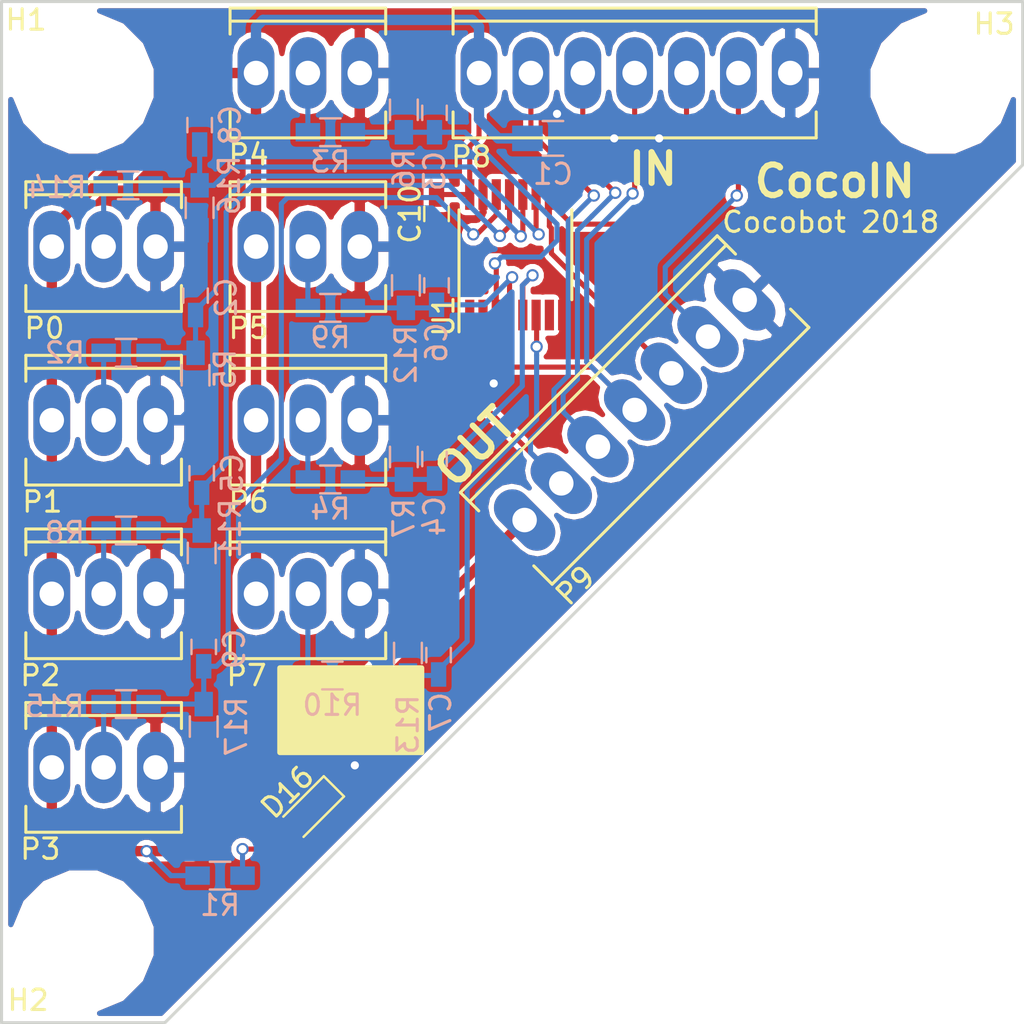
<source format=kicad_pcb>
(kicad_pcb (version 20170922) (host pcbnew "(2017-10-03 revision e6586fd59)-master")

(general
  (thickness 1.6)
  (drawings 9)
  (tracks 302)
  (zones 0)
  (modules 42)
  (nets 30)
)

(page A4)
(layers
  (0 F.Cu signal)
  (31 B.Cu signal)
  (32 B.Adhes user)
  (33 F.Adhes user)
  (34 B.Paste user)
  (35 F.Paste user)
  (36 B.SilkS user)
  (37 F.SilkS user)
  (38 B.Mask user)
  (39 F.Mask user)
  (40 Dwgs.User user)
  (41 Cmts.User user)
  (42 Eco1.User user)
  (43 Eco2.User user)
  (44 Edge.Cuts user)
  (45 Margin user)
  (46 B.CrtYd user)
  (47 F.CrtYd user)
  (48 B.Fab user hide)
  (49 F.Fab user hide)
)


(general
  (thickness 1.6)
  (drawings 9)
  (tracks 302)
  (zones 0)
  (modules 42)
  (nets 30)
)

(page A4)
(layers
  (0 F.Cu signal)
  (31 B.Cu signal)
  (32 B.Adhes user)
  (33 F.Adhes user)
  (34 B.Paste user)
  (35 F.Paste user)
  (36 B.SilkS user)
  (37 F.SilkS user)
  (38 B.Mask user)
  (39 F.Mask user)
  (40 Dwgs.User user)
  (41 Cmts.User user)
  (42 Eco1.User user)
  (43 Eco2.User user)
  (44 Edge.Cuts user)
  (45 Margin user)
  (46 B.CrtYd user)
  (47 F.CrtYd user)
  (48 B.Fab user hide)
  (49 F.Fab user hide)
)

(setup
  (last_trace_width 0.25)
  (user_trace_width 0.381)
  (user_trace_width 0.508)
  (trace_clearance 0.2)
  (zone_clearance 0.254)
  (zone_45_only no)
  (trace_min 0.2)
  (segment_width 0.2)
  (edge_width 0.15)
  (via_size 0.6)
  (via_drill 0.4)
  (via_min_size 0.4)
  (via_min_drill 0.3)
  (uvia_size 0.3)
  (uvia_drill 0.1)
  (uvias_allowed no)
  (uvia_min_size 0.2)
  (uvia_min_drill 0.1)
  (pcb_text_width 0.3)
  (pcb_text_size 1.5 1.5)
  (mod_edge_width 0.15)
  (mod_text_size 1 1)
  (mod_text_width 0.15)
  (pad_size 6.4 6.4)
  (pad_drill 3.2)
  (pad_to_mask_clearance 0.2)
  (aux_axis_origin 0 0)
  (visible_elements FFFFFF7F)
  (pcbplotparams
    (layerselection 0x00030_80000001)
    (usegerberextensions false)
    (usegerberattributes true)
    (usegerberadvancedattributes true)
    (creategerberjobfile true)
    (excludeedgelayer true)
    (linewidth 0.100000)
    (plotframeref false)
    (viasonmask false)
    (mode 1)
    (useauxorigin false)
    (hpglpennumber 1)
    (hpglpenspeed 20)
    (hpglpendiameter 15)
    (psnegative false)
    (psa4output false)
    (plotreference true)
    (plotvalue true)
    (plotinvisibletext false)
    (padsonsilk false)
    (subtractmaskfromsilk false)
    (outputformat 1)
    (mirror false)
    (drillshape 1)
    (scaleselection 1)
    (outputdirectory ""))
)

(net 0 "")
(net 1 +3V3)
(net 2 GND)
(net 3 /ch1_3v3)
(net 4 /ch4_3v3)
(net 5 /ch6_3v3)
(net 6 /ch2_3v3)
(net 7 /ch5_3v3)
(net 8 /ch7_3v3)
(net 9 /ch0_3v3)
(net 10 /ch3_3v3)
(net 11 "Net-(D16-Pad2)")
(net 12 "Net-(P0-Pad2)")
(net 13 "Net-(P1-Pad2)")
(net 14 "Net-(P2-Pad2)")
(net 15 "Net-(P3-Pad2)")
(net 16 "Net-(P4-Pad2)")
(net 17 "Net-(P5-Pad2)")
(net 18 "Net-(P6-Pad2)")
(net 19 "Net-(P7-Pad2)")
(net 20 /set_output_3v3)
(net 21 /sck_3v3)
(net 22 /miso_3v3)
(net 23 /mosi_3v3)
(net 24 /load_input_3v3)
(net 25 "Net-(P9-Pad5)")
(net 26 "Net-(H1-Pad1)")
(net 27 "Net-(H2-Pad1)")
(net 28 "Net-(H3-Pad1)")
(net 29 "Net-(U1-Pad7)")

(net_class Default "Ceci est la Netclass par défaut"
  (clearance 0.2)
  (trace_width 0.25)
  (via_dia 0.6)
  (via_drill 0.4)
  (uvia_dia 0.3)
  (uvia_drill 0.1)
  (add_net +3V3)
  (add_net /ch0_3v3)
  (add_net /ch1_3v3)
  (add_net /ch2_3v3)
  (add_net /ch3_3v3)
  (add_net /ch4_3v3)
  (add_net /ch5_3v3)
  (add_net /ch6_3v3)
  (add_net /ch7_3v3)
  (add_net /load_input_3v3)
  (add_net /miso_3v3)
  (add_net /mosi_3v3)
  (add_net /sck_3v3)
  (add_net /set_output_3v3)
  (add_net GND)
  (add_net "Net-(D16-Pad2)")
  (add_net "Net-(H1-Pad1)")
  (add_net "Net-(H2-Pad1)")
  (add_net "Net-(H3-Pad1)")
  (add_net "Net-(P0-Pad2)")
  (add_net "Net-(P1-Pad2)")
  (add_net "Net-(P2-Pad2)")
  (add_net "Net-(P3-Pad2)")
  (add_net "Net-(P4-Pad2)")
  (add_net "Net-(P5-Pad2)")
  (add_net "Net-(P6-Pad2)")
  (add_net "Net-(P7-Pad2)")
  (add_net "Net-(P9-Pad5)")
  (add_net "Net-(U1-Pad7)")
)

  (module espitall:Socket_MOLEX-KK-RM2-54mm_Lock_7pin_straight (layer F.Cu) (tedit 59D9DD7F) (tstamp 59350F05)
    (at 81 53.5)
    (descr "Socket, MOLEX, KK, RM 2.54mm, Lock, 5pin, straight,")
    (tags "Socket, MOLEX, KK, RM 2.54mm, Lock, 5pin, straight,")
    (path /57886EC1)
    (fp_text reference P8 (at -8 4.1) (layer F.SilkS)
      (effects (font (size 1 1) (thickness 0.15)))
    )
    (fp_text value CONN_01X07 (at 0 5.08) (layer F.Fab)
      (effects (font (size 1 1) (thickness 0.15)))
    )
    (fp_line (start -8.89 3.175) (end -8.89 1.905) (layer F.SilkS) (width 0.15))
    (fp_line (start 8.89 3.175) (end -8.89 3.175) (layer F.SilkS) (width 0.15))
    (fp_line (start -8.89 -1.905) (end -8.89 -3.175) (layer F.SilkS) (width 0.15))
    (fp_line (start 8.89 -1.905) (end 8.89 -3.175) (layer F.SilkS) (width 0.15))
    (fp_line (start -8.89 -3.175) (end 8.89 -3.175) (layer F.SilkS) (width 0.15))
    (fp_line (start 8.89 -2.54) (end -8.89 -2.54) (layer F.SilkS) (width 0.15))
    (fp_line (start 8.89 3.175) (end 8.89 1.905) (layer F.SilkS) (width 0.15))
    (pad 2 thru_hole oval (at -5.08 0) (size 1.80086 3.50012) (drill 1.19888) (layers *.Cu *.Mask)
      (net 24 /load_input_3v3))
    (pad 7 thru_hole oval (at 7.62 0) (size 1.80086 3.50012) (drill 1.19888) (layers *.Cu *.Mask)
      (net 2 GND))
    (pad 6 thru_hole oval (at 5.08 0) (size 1.80086 3.50012) (drill 1.19888) (layers *.Cu *.Mask)
      (net 23 /mosi_3v3))
    (pad 5 thru_hole oval (at 2.54 0) (size 1.80086 3.50012) (drill 1.19888) (layers *.Cu *.Mask)
      (net 22 /miso_3v3))
    (pad 4 thru_hole oval (at 0 0) (size 1.80086 3.50012) (drill 1.19888) (layers *.Cu *.Mask)
      (net 21 /sck_3v3))
    (pad 3 thru_hole oval (at -2.54 0) (size 1.80086 3.50012) (drill 1.19888) (layers *.Cu *.Mask)
      (net 20 /set_output_3v3))
    (pad 1 thru_hole oval (at -7.62 0) (size 1.80086 3.50012) (drill 1.19888) (layers *.Cu *.Mask)
      (net 1 +3V3))
    (model /home/damien/prog/cocobot/hardware/step/022112072.stp
      (at (xyz 0 0 0))
      (scale (xyz 1 1 1))
      (rotate (xyz -90 0 0))
    )
  )

  (module espitall:Socket_MOLEX-KK-RM2-54mm_Lock_7pin_straight (layer F.Cu) (tedit 59D9DD7F) (tstamp 59350F17)
    (at 81 70 45)
    (descr "Socket, MOLEX, KK, RM 2.54mm, Lock, 5pin, straight,")
    (tags "Socket, MOLEX, KK, RM 2.54mm, Lock, 5pin, straight,")
    (path /57886FB7)
    (fp_text reference P9 (at -8.131728 4.030509 45) (layer F.SilkS)
      (effects (font (size 1 1) (thickness 0.15)))
    )
    (fp_text value CONN_01X07 (at 0 5.079999 45) (layer F.Fab)
      (effects (font (size 1 1) (thickness 0.15)))
    )
    (fp_line (start -8.89 3.175) (end -8.89 1.905) (layer F.SilkS) (width 0.15))
    (fp_line (start 8.89 3.175) (end -8.89 3.175) (layer F.SilkS) (width 0.15))
    (fp_line (start -8.89 -1.905) (end -8.89 -3.175) (layer F.SilkS) (width 0.15))
    (fp_line (start 8.89 -1.905) (end 8.89 -3.175) (layer F.SilkS) (width 0.15))
    (fp_line (start -8.89 -3.175) (end 8.89 -3.175) (layer F.SilkS) (width 0.15))
    (fp_line (start 8.89 -2.54) (end -8.89 -2.54) (layer F.SilkS) (width 0.15))
    (fp_line (start 8.89 3.175) (end 8.89 1.905) (layer F.SilkS) (width 0.15))
    (pad 2 thru_hole oval (at -5.08 0 45) (size 1.80086 3.50012) (drill 1.19888) (layers *.Cu *.Mask)
      (net 24 /load_input_3v3))
    (pad 7 thru_hole oval (at 7.62 0 45) (size 1.80086 3.50012) (drill 1.19888) (layers *.Cu *.Mask)
      (net 2 GND))
    (pad 6 thru_hole oval (at 5.08 0 45) (size 1.80086 3.50012) (drill 1.19888) (layers *.Cu *.Mask)
      (net 23 /mosi_3v3))
    (pad 5 thru_hole oval (at 2.54 0 45) (size 1.80086 3.50012) (drill 1.19888) (layers *.Cu *.Mask)
      (net 25 "Net-(P9-Pad5)"))
    (pad 4 thru_hole oval (at 0 0 45) (size 1.80086 3.50012) (drill 1.19888) (layers *.Cu *.Mask)
      (net 21 /sck_3v3))
    (pad 3 thru_hole oval (at -2.54 0 45) (size 1.80086 3.50012) (drill 1.19888) (layers *.Cu *.Mask)
      (net 20 /set_output_3v3))
    (pad 1 thru_hole oval (at -7.62 0 45) (size 1.80086 3.50012) (drill 1.19888) (layers *.Cu *.Mask)
      (net 1 +3V3))
    (model /home/damien/prog/cocobot/hardware/step/022112072.stp
      (at (xyz 0 0 0))
      (scale (xyz 1 1 1))
      (rotate (xyz -90 0 0))
    )
  )

  (module espitall:C_0805_HandSoldering (layer B.Cu) (tedit 59D9E046) (tstamp 59D9E5AC)
    (at 77 56.7)
    (descr "Capacitor SMD 0805, hand soldering")
    (tags "capacitor 0805")
    (path /573CB74D)
    (attr smd)
    (fp_text reference C1 (at 0 1.75) (layer B.SilkS)
      (effects (font (size 1 1) (thickness 0.15)) (justify mirror))
    )
    (fp_text value 10u (at 0 -1.75) (layer B.Fab)
      (effects (font (size 1 1) (thickness 0.15)) (justify mirror))
    )
    (fp_line (start 2.25 -0.87) (end -2.25 -0.87) (layer B.CrtYd) (width 0.05))
    (fp_line (start 2.25 -0.87) (end 2.25 0.88) (layer B.CrtYd) (width 0.05))
    (fp_line (start -2.25 0.88) (end -2.25 -0.87) (layer B.CrtYd) (width 0.05))
    (fp_line (start -2.25 0.88) (end 2.25 0.88) (layer B.CrtYd) (width 0.05))
    (fp_line (start -0.5 -0.85) (end 0.5 -0.85) (layer B.SilkS) (width 0.12))
    (fp_line (start 0.5 0.85) (end -0.5 0.85) (layer B.SilkS) (width 0.12))
    (fp_line (start -1 0.62) (end 1 0.62) (layer B.Fab) (width 0.1))
    (fp_line (start 1 0.62) (end 1 -0.62) (layer B.Fab) (width 0.1))
    (fp_line (start 1 -0.62) (end -1 -0.62) (layer B.Fab) (width 0.1))
    (fp_line (start -1 -0.62) (end -1 0.62) (layer B.Fab) (width 0.1))
    (fp_text user %R (at 0 1.75) (layer B.Fab)
      (effects (font (size 1 1) (thickness 0.15)) (justify mirror))
    )
    (pad 2 smd rect (at 1.25 0) (size 1.5 1.25) (layers B.Cu B.Paste B.Mask)
      (net 2 GND))
    (pad 1 smd rect (at -1.25 0) (size 1.5 1.25) (layers B.Cu B.Paste B.Mask)
      (net 1 +3V3))
    (model "/home/damien/prog/cocobot/hardware/step/SW3DPS-CAPACITOR 0805-DEFAULT.STEP"
      (at (xyz 0 0 0))
      (scale (xyz 1 1 1))
      (rotate (xyz -90 0 0))
    )
  )

  (module espitall:C_0603_HandSoldering (layer B.Cu) (tedit 59D9DE8E) (tstamp 59D9E5BC)
    (at 59.5 64.4 90)
    (descr "Capacitor SMD 0603, hand soldering")
    (tags "capacitor 0603")
    (path /5787A4CD)
    (attr smd)
    (fp_text reference C2 (at -0.1 1.5 90) (layer B.SilkS)
      (effects (font (size 1 1) (thickness 0.15)) (justify mirror))
    )
    (fp_text value C (at 0 -1.5 90) (layer B.Fab)
      (effects (font (size 1 1) (thickness 0.15)) (justify mirror))
    )
    (fp_line (start 1.8 -0.65) (end -1.8 -0.65) (layer B.CrtYd) (width 0.05))
    (fp_line (start 1.8 -0.65) (end 1.8 0.65) (layer B.CrtYd) (width 0.05))
    (fp_line (start -1.8 0.65) (end -1.8 -0.65) (layer B.CrtYd) (width 0.05))
    (fp_line (start -1.8 0.65) (end 1.8 0.65) (layer B.CrtYd) (width 0.05))
    (fp_line (start 0.35 -0.6) (end -0.35 -0.6) (layer B.SilkS) (width 0.12))
    (fp_line (start -0.35 0.6) (end 0.35 0.6) (layer B.SilkS) (width 0.12))
    (fp_line (start -0.8 0.4) (end 0.8 0.4) (layer B.Fab) (width 0.1))
    (fp_line (start 0.8 0.4) (end 0.8 -0.4) (layer B.Fab) (width 0.1))
    (fp_line (start 0.8 -0.4) (end -0.8 -0.4) (layer B.Fab) (width 0.1))
    (fp_line (start -0.8 -0.4) (end -0.8 0.4) (layer B.Fab) (width 0.1))
    (fp_text user %R (at 0 1.25 90) (layer B.Fab)
      (effects (font (size 1 1) (thickness 0.15)) (justify mirror))
    )
    (pad 2 smd rect (at 0.95 0 90) (size 1.2 0.75) (layers B.Cu B.Paste B.Mask)
      (net 2 GND))
    (pad 1 smd rect (at -0.95 0 90) (size 1.2 0.75) (layers B.Cu B.Paste B.Mask)
      (net 3 /ch1_3v3))
    (model "/home/damien/prog/cocobot/hardware/step/SW3DPS-CAPACITOR 0603-DEFAULT.STEP"
      (at (xyz 0 -0.015748031496063 0))
      (scale (xyz 1 1 1))
      (rotate (xyz 0 0 0))
    )
  )

  (module espitall:C_0603_HandSoldering (layer B.Cu) (tedit 59D9DE8E) (tstamp 59D9E5CC)
    (at 71.2 55.45 90)
    (descr "Capacitor SMD 0603, hand soldering")
    (tags "capacitor 0603")
    (path /5787AD30)
    (attr smd)
    (fp_text reference C3 (at -2.85 0 90) (layer B.SilkS)
      (effects (font (size 1 1) (thickness 0.15)) (justify mirror))
    )
    (fp_text value C (at 0 -1.5 90) (layer B.Fab)
      (effects (font (size 1 1) (thickness 0.15)) (justify mirror))
    )
    (fp_line (start 1.8 -0.65) (end -1.8 -0.65) (layer B.CrtYd) (width 0.05))
    (fp_line (start 1.8 -0.65) (end 1.8 0.65) (layer B.CrtYd) (width 0.05))
    (fp_line (start -1.8 0.65) (end -1.8 -0.65) (layer B.CrtYd) (width 0.05))
    (fp_line (start -1.8 0.65) (end 1.8 0.65) (layer B.CrtYd) (width 0.05))
    (fp_line (start 0.35 -0.6) (end -0.35 -0.6) (layer B.SilkS) (width 0.12))
    (fp_line (start -0.35 0.6) (end 0.35 0.6) (layer B.SilkS) (width 0.12))
    (fp_line (start -0.8 0.4) (end 0.8 0.4) (layer B.Fab) (width 0.1))
    (fp_line (start 0.8 0.4) (end 0.8 -0.4) (layer B.Fab) (width 0.1))
    (fp_line (start 0.8 -0.4) (end -0.8 -0.4) (layer B.Fab) (width 0.1))
    (fp_line (start -0.8 -0.4) (end -0.8 0.4) (layer B.Fab) (width 0.1))
    (fp_text user %R (at 0 1.25 90) (layer B.Fab)
      (effects (font (size 1 1) (thickness 0.15)) (justify mirror))
    )
    (pad 2 smd rect (at 0.95 0 90) (size 1.2 0.75) (layers B.Cu B.Paste B.Mask)
      (net 2 GND))
    (pad 1 smd rect (at -0.95 0 90) (size 1.2 0.75) (layers B.Cu B.Paste B.Mask)
      (net 4 /ch4_3v3))
    (model "/home/damien/prog/cocobot/hardware/step/SW3DPS-CAPACITOR 0603-DEFAULT.STEP"
      (at (xyz 0 -0.015748031496063 0))
      (scale (xyz 1 1 1))
      (rotate (xyz 0 0 0))
    )
  )

  (module espitall:C_0603_HandSoldering (layer B.Cu) (tedit 59D9DE8E) (tstamp 59D9E5DC)
    (at 71.2 72.4 90)
    (descr "Capacitor SMD 0603, hand soldering")
    (tags "capacitor 0603")
    (path /5787B162)
    (attr smd)
    (fp_text reference C4 (at -2.8 0 90) (layer B.SilkS)
      (effects (font (size 1 1) (thickness 0.15)) (justify mirror))
    )
    (fp_text value C (at 0 -1.5 90) (layer B.Fab)
      (effects (font (size 1 1) (thickness 0.15)) (justify mirror))
    )
    (fp_line (start 1.8 -0.65) (end -1.8 -0.65) (layer B.CrtYd) (width 0.05))
    (fp_line (start 1.8 -0.65) (end 1.8 0.65) (layer B.CrtYd) (width 0.05))
    (fp_line (start -1.8 0.65) (end -1.8 -0.65) (layer B.CrtYd) (width 0.05))
    (fp_line (start -1.8 0.65) (end 1.8 0.65) (layer B.CrtYd) (width 0.05))
    (fp_line (start 0.35 -0.6) (end -0.35 -0.6) (layer B.SilkS) (width 0.12))
    (fp_line (start -0.35 0.6) (end 0.35 0.6) (layer B.SilkS) (width 0.12))
    (fp_line (start -0.8 0.4) (end 0.8 0.4) (layer B.Fab) (width 0.1))
    (fp_line (start 0.8 0.4) (end 0.8 -0.4) (layer B.Fab) (width 0.1))
    (fp_line (start 0.8 -0.4) (end -0.8 -0.4) (layer B.Fab) (width 0.1))
    (fp_line (start -0.8 -0.4) (end -0.8 0.4) (layer B.Fab) (width 0.1))
    (fp_text user %R (at 0 1.25 90) (layer B.Fab)
      (effects (font (size 1 1) (thickness 0.15)) (justify mirror))
    )
    (pad 2 smd rect (at 0.95 0 90) (size 1.2 0.75) (layers B.Cu B.Paste B.Mask)
      (net 2 GND))
    (pad 1 smd rect (at -0.95 0 90) (size 1.2 0.75) (layers B.Cu B.Paste B.Mask)
      (net 5 /ch6_3v3))
    (model "/home/damien/prog/cocobot/hardware/step/SW3DPS-CAPACITOR 0603-DEFAULT.STEP"
      (at (xyz 0 -0.015748031496063 0))
      (scale (xyz 1 1 1))
      (rotate (xyz 0 0 0))
    )
  )

  (module espitall:C_0603_HandSoldering (layer B.Cu) (tedit 59D9DE8E) (tstamp 59D9E5EC)
    (at 59.8 73.1 90)
    (descr "Capacitor SMD 0603, hand soldering")
    (tags "capacitor 0603")
    (path /5787A9DF)
    (attr smd)
    (fp_text reference C5 (at 0 1.5 90) (layer B.SilkS)
      (effects (font (size 1 1) (thickness 0.15)) (justify mirror))
    )
    (fp_text value C (at 0 -1.5 90) (layer B.Fab)
      (effects (font (size 1 1) (thickness 0.15)) (justify mirror))
    )
    (fp_line (start 1.8 -0.65) (end -1.8 -0.65) (layer B.CrtYd) (width 0.05))
    (fp_line (start 1.8 -0.65) (end 1.8 0.65) (layer B.CrtYd) (width 0.05))
    (fp_line (start -1.8 0.65) (end -1.8 -0.65) (layer B.CrtYd) (width 0.05))
    (fp_line (start -1.8 0.65) (end 1.8 0.65) (layer B.CrtYd) (width 0.05))
    (fp_line (start 0.35 -0.6) (end -0.35 -0.6) (layer B.SilkS) (width 0.12))
    (fp_line (start -0.35 0.6) (end 0.35 0.6) (layer B.SilkS) (width 0.12))
    (fp_line (start -0.8 0.4) (end 0.8 0.4) (layer B.Fab) (width 0.1))
    (fp_line (start 0.8 0.4) (end 0.8 -0.4) (layer B.Fab) (width 0.1))
    (fp_line (start 0.8 -0.4) (end -0.8 -0.4) (layer B.Fab) (width 0.1))
    (fp_line (start -0.8 -0.4) (end -0.8 0.4) (layer B.Fab) (width 0.1))
    (fp_text user %R (at 0 1.25 90) (layer B.Fab)
      (effects (font (size 1 1) (thickness 0.15)) (justify mirror))
    )
    (pad 2 smd rect (at 0.95 0 90) (size 1.2 0.75) (layers B.Cu B.Paste B.Mask)
      (net 2 GND))
    (pad 1 smd rect (at -0.95 0 90) (size 1.2 0.75) (layers B.Cu B.Paste B.Mask)
      (net 6 /ch2_3v3))
    (model "/home/damien/prog/cocobot/hardware/step/SW3DPS-CAPACITOR 0603-DEFAULT.STEP"
      (at (xyz 0 -0.015748031496063 0))
      (scale (xyz 1 1 1))
      (rotate (xyz 0 0 0))
    )
  )

  (module espitall:C_0603_HandSoldering (layer B.Cu) (tedit 59D9DE8E) (tstamp 59D9E5FC)
    (at 71.3 63.9 90)
    (descr "Capacitor SMD 0603, hand soldering")
    (tags "capacitor 0603")
    (path /5787AD6D)
    (attr smd)
    (fp_text reference C6 (at -2.8 0 90) (layer B.SilkS)
      (effects (font (size 1 1) (thickness 0.15)) (justify mirror))
    )
    (fp_text value C (at 0 -1.5 90) (layer B.Fab)
      (effects (font (size 1 1) (thickness 0.15)) (justify mirror))
    )
    (fp_line (start 1.8 -0.65) (end -1.8 -0.65) (layer B.CrtYd) (width 0.05))
    (fp_line (start 1.8 -0.65) (end 1.8 0.65) (layer B.CrtYd) (width 0.05))
    (fp_line (start -1.8 0.65) (end -1.8 -0.65) (layer B.CrtYd) (width 0.05))
    (fp_line (start -1.8 0.65) (end 1.8 0.65) (layer B.CrtYd) (width 0.05))
    (fp_line (start 0.35 -0.6) (end -0.35 -0.6) (layer B.SilkS) (width 0.12))
    (fp_line (start -0.35 0.6) (end 0.35 0.6) (layer B.SilkS) (width 0.12))
    (fp_line (start -0.8 0.4) (end 0.8 0.4) (layer B.Fab) (width 0.1))
    (fp_line (start 0.8 0.4) (end 0.8 -0.4) (layer B.Fab) (width 0.1))
    (fp_line (start 0.8 -0.4) (end -0.8 -0.4) (layer B.Fab) (width 0.1))
    (fp_line (start -0.8 -0.4) (end -0.8 0.4) (layer B.Fab) (width 0.1))
    (fp_text user %R (at 0 1.25 90) (layer B.Fab)
      (effects (font (size 1 1) (thickness 0.15)) (justify mirror))
    )
    (pad 2 smd rect (at 0.95 0 90) (size 1.2 0.75) (layers B.Cu B.Paste B.Mask)
      (net 2 GND))
    (pad 1 smd rect (at -0.95 0 90) (size 1.2 0.75) (layers B.Cu B.Paste B.Mask)
      (net 7 /ch5_3v3))
    (model "/home/damien/prog/cocobot/hardware/step/SW3DPS-CAPACITOR 0603-DEFAULT.STEP"
      (at (xyz 0 -0.015748031496063 0))
      (scale (xyz 1 1 1))
      (rotate (xyz 0 0 0))
    )
  )

  (module espitall:C_0603_HandSoldering (layer B.Cu) (tedit 59D9DE8E) (tstamp 59D9E60C)
    (at 71.4 82 90)
    (descr "Capacitor SMD 0603, hand soldering")
    (tags "capacitor 0603")
    (path /5787B19F)
    (attr smd)
    (fp_text reference C7 (at -2.8 0.1 90) (layer B.SilkS)
      (effects (font (size 1 1) (thickness 0.15)) (justify mirror))
    )
    (fp_text value C (at 0 -1.5 90) (layer B.Fab)
      (effects (font (size 1 1) (thickness 0.15)) (justify mirror))
    )
    (fp_line (start 1.8 -0.65) (end -1.8 -0.65) (layer B.CrtYd) (width 0.05))
    (fp_line (start 1.8 -0.65) (end 1.8 0.65) (layer B.CrtYd) (width 0.05))
    (fp_line (start -1.8 0.65) (end -1.8 -0.65) (layer B.CrtYd) (width 0.05))
    (fp_line (start -1.8 0.65) (end 1.8 0.65) (layer B.CrtYd) (width 0.05))
    (fp_line (start 0.35 -0.6) (end -0.35 -0.6) (layer B.SilkS) (width 0.12))
    (fp_line (start -0.35 0.6) (end 0.35 0.6) (layer B.SilkS) (width 0.12))
    (fp_line (start -0.8 0.4) (end 0.8 0.4) (layer B.Fab) (width 0.1))
    (fp_line (start 0.8 0.4) (end 0.8 -0.4) (layer B.Fab) (width 0.1))
    (fp_line (start 0.8 -0.4) (end -0.8 -0.4) (layer B.Fab) (width 0.1))
    (fp_line (start -0.8 -0.4) (end -0.8 0.4) (layer B.Fab) (width 0.1))
    (fp_text user %R (at 0 1.25 90) (layer B.Fab)
      (effects (font (size 1 1) (thickness 0.15)) (justify mirror))
    )
    (pad 2 smd rect (at 0.95 0 90) (size 1.2 0.75) (layers B.Cu B.Paste B.Mask)
      (net 2 GND))
    (pad 1 smd rect (at -0.95 0 90) (size 1.2 0.75) (layers B.Cu B.Paste B.Mask)
      (net 8 /ch7_3v3))
    (model "/home/damien/prog/cocobot/hardware/step/SW3DPS-CAPACITOR 0603-DEFAULT.STEP"
      (at (xyz 0 -0.015748031496063 0))
      (scale (xyz 1 1 1))
      (rotate (xyz 0 0 0))
    )
  )

  (module espitall:C_0603_HandSoldering (layer B.Cu) (tedit 59D9DE8E) (tstamp 59D9E61C)
    (at 59.7 56.05 90)
    (descr "Capacitor SMD 0603, hand soldering")
    (tags "capacitor 0603")
    (path /5787B6D5)
    (attr smd)
    (fp_text reference C8 (at 0 1.5 90) (layer B.SilkS)
      (effects (font (size 1 1) (thickness 0.15)) (justify mirror))
    )
    (fp_text value C (at 0 -1.5 90) (layer B.Fab)
      (effects (font (size 1 1) (thickness 0.15)) (justify mirror))
    )
    (fp_line (start 1.8 -0.65) (end -1.8 -0.65) (layer B.CrtYd) (width 0.05))
    (fp_line (start 1.8 -0.65) (end 1.8 0.65) (layer B.CrtYd) (width 0.05))
    (fp_line (start -1.8 0.65) (end -1.8 -0.65) (layer B.CrtYd) (width 0.05))
    (fp_line (start -1.8 0.65) (end 1.8 0.65) (layer B.CrtYd) (width 0.05))
    (fp_line (start 0.35 -0.6) (end -0.35 -0.6) (layer B.SilkS) (width 0.12))
    (fp_line (start -0.35 0.6) (end 0.35 0.6) (layer B.SilkS) (width 0.12))
    (fp_line (start -0.8 0.4) (end 0.8 0.4) (layer B.Fab) (width 0.1))
    (fp_line (start 0.8 0.4) (end 0.8 -0.4) (layer B.Fab) (width 0.1))
    (fp_line (start 0.8 -0.4) (end -0.8 -0.4) (layer B.Fab) (width 0.1))
    (fp_line (start -0.8 -0.4) (end -0.8 0.4) (layer B.Fab) (width 0.1))
    (fp_text user %R (at 0 1.25 90) (layer B.Fab)
      (effects (font (size 1 1) (thickness 0.15)) (justify mirror))
    )
    (pad 2 smd rect (at 0.95 0 90) (size 1.2 0.75) (layers B.Cu B.Paste B.Mask)
      (net 2 GND))
    (pad 1 smd rect (at -0.95 0 90) (size 1.2 0.75) (layers B.Cu B.Paste B.Mask)
      (net 9 /ch0_3v3))
    (model "/home/damien/prog/cocobot/hardware/step/SW3DPS-CAPACITOR 0603-DEFAULT.STEP"
      (at (xyz 0 -0.015748031496063 0))
      (scale (xyz 1 1 1))
      (rotate (xyz 0 0 0))
    )
  )

  (module espitall:C_0603_HandSoldering (layer B.Cu) (tedit 59D9DE8E) (tstamp 59D9E62C)
    (at 59.9 81.6 90)
    (descr "Capacitor SMD 0603, hand soldering")
    (tags "capacitor 0603")
    (path /5787B2D8)
    (attr smd)
    (fp_text reference C9 (at -0.1 1.5 90) (layer B.SilkS)
      (effects (font (size 1 1) (thickness 0.15)) (justify mirror))
    )
    (fp_text value C (at 0 -1.5 90) (layer B.Fab)
      (effects (font (size 1 1) (thickness 0.15)) (justify mirror))
    )
    (fp_line (start 1.8 -0.65) (end -1.8 -0.65) (layer B.CrtYd) (width 0.05))
    (fp_line (start 1.8 -0.65) (end 1.8 0.65) (layer B.CrtYd) (width 0.05))
    (fp_line (start -1.8 0.65) (end -1.8 -0.65) (layer B.CrtYd) (width 0.05))
    (fp_line (start -1.8 0.65) (end 1.8 0.65) (layer B.CrtYd) (width 0.05))
    (fp_line (start 0.35 -0.6) (end -0.35 -0.6) (layer B.SilkS) (width 0.12))
    (fp_line (start -0.35 0.6) (end 0.35 0.6) (layer B.SilkS) (width 0.12))
    (fp_line (start -0.8 0.4) (end 0.8 0.4) (layer B.Fab) (width 0.1))
    (fp_line (start 0.8 0.4) (end 0.8 -0.4) (layer B.Fab) (width 0.1))
    (fp_line (start 0.8 -0.4) (end -0.8 -0.4) (layer B.Fab) (width 0.1))
    (fp_line (start -0.8 -0.4) (end -0.8 0.4) (layer B.Fab) (width 0.1))
    (fp_text user %R (at 0 1.25 90) (layer B.Fab)
      (effects (font (size 1 1) (thickness 0.15)) (justify mirror))
    )
    (pad 2 smd rect (at 0.95 0 90) (size 1.2 0.75) (layers B.Cu B.Paste B.Mask)
      (net 2 GND))
    (pad 1 smd rect (at -0.95 0 90) (size 1.2 0.75) (layers B.Cu B.Paste B.Mask)
      (net 10 /ch3_3v3))
    (model "/home/damien/prog/cocobot/hardware/step/SW3DPS-CAPACITOR 0603-DEFAULT.STEP"
      (at (xyz 0 -0.015748031496063 0))
      (scale (xyz 1 1 1))
      (rotate (xyz 0 0 0))
    )
  )

  (module espitall:C_0603_HandSoldering (layer F.Cu) (tedit 59D9DE8E) (tstamp 59D9E63C)
    (at 71.3 60.4 270)
    (descr "Capacitor SMD 0603, hand soldering")
    (tags "capacitor 0603")
    (path /59352307)
    (attr smd)
    (fp_text reference C10 (at 0 1.3 270) (layer F.SilkS)
      (effects (font (size 1 1) (thickness 0.15)))
    )
    (fp_text value 100n (at 0 1.5 270) (layer F.Fab)
      (effects (font (size 1 1) (thickness 0.15)))
    )
    (fp_line (start 1.8 0.65) (end -1.8 0.65) (layer F.CrtYd) (width 0.05))
    (fp_line (start 1.8 0.65) (end 1.8 -0.65) (layer F.CrtYd) (width 0.05))
    (fp_line (start -1.8 -0.65) (end -1.8 0.65) (layer F.CrtYd) (width 0.05))
    (fp_line (start -1.8 -0.65) (end 1.8 -0.65) (layer F.CrtYd) (width 0.05))
    (fp_line (start 0.35 0.6) (end -0.35 0.6) (layer F.SilkS) (width 0.12))
    (fp_line (start -0.35 -0.6) (end 0.35 -0.6) (layer F.SilkS) (width 0.12))
    (fp_line (start -0.8 -0.4) (end 0.8 -0.4) (layer F.Fab) (width 0.1))
    (fp_line (start 0.8 -0.4) (end 0.8 0.4) (layer F.Fab) (width 0.1))
    (fp_line (start 0.8 0.4) (end -0.8 0.4) (layer F.Fab) (width 0.1))
    (fp_line (start -0.8 0.4) (end -0.8 -0.4) (layer F.Fab) (width 0.1))
    (fp_text user %R (at 0 -1.25 270) (layer F.Fab)
      (effects (font (size 1 1) (thickness 0.15)))
    )
    (pad 2 smd rect (at 0.95 0 270) (size 1.2 0.75) (layers F.Cu F.Paste F.Mask)
      (net 2 GND))
    (pad 1 smd rect (at -0.95 0 270) (size 1.2 0.75) (layers F.Cu F.Paste F.Mask)
      (net 1 +3V3))
    (model "/home/damien/prog/cocobot/hardware/step/SW3DPS-CAPACITOR 0603-DEFAULT.STEP"
      (at (xyz 0 -0.015748031496063 0))
      (scale (xyz 1 1 1))
      (rotate (xyz 0 0 0))
    )
  )

  (module Mounting_Holes:MountingHole_3.2mm_M3 (layer F.Cu) (tedit 56D1B4CB) (tstamp 59D9E64C)
    (at 54 54)
    (descr "Mounting Hole 3.2mm, no annular, M3")
    (tags "mounting hole 3.2mm no annular m3")
    (path /573CD7BD)
    (attr virtual)
    (fp_text reference H1 (at -2.8 -3.1) (layer F.SilkS)
      (effects (font (size 1 1) (thickness 0.15)))
    )
    (fp_text value CONN_01X01 (at 0 4.2) (layer F.Fab)
      (effects (font (size 1 1) (thickness 0.15)))
    )
    (fp_text user %R (at 0.3 0) (layer F.Fab)
      (effects (font (size 1 1) (thickness 0.15)))
    )
    (fp_circle (center 0 0) (end 3.2 0) (layer Cmts.User) (width 0.15))
    (fp_circle (center 0 0) (end 3.45 0) (layer F.CrtYd) (width 0.05))
    (pad 1 np_thru_hole circle (at 0 0) (size 3.2 3.2) (drill 3.2) (layers *.Cu *.Mask)
      (net 26 "Net-(H1-Pad1)"))
  )

  (module Mounting_Holes:MountingHole_3.2mm_M3 (layer F.Cu) (tedit 56D1B4CB) (tstamp 59D9E653)
    (at 54 96)
    (descr "Mounting Hole 3.2mm, no annular, M3")
    (tags "mounting hole 3.2mm no annular m3")
    (path /573CD8BA)
    (attr virtual)
    (fp_text reference H2 (at -2.7 2.9) (layer F.SilkS)
      (effects (font (size 1 1) (thickness 0.15)))
    )
    (fp_text value CONN_01X01 (at 0 4.2) (layer F.Fab)
      (effects (font (size 1 1) (thickness 0.15)))
    )
    (fp_text user %R (at 0.3 0) (layer F.Fab)
      (effects (font (size 1 1) (thickness 0.15)))
    )
    (fp_circle (center 0 0) (end 3.2 0) (layer Cmts.User) (width 0.15))
    (fp_circle (center 0 0) (end 3.45 0) (layer F.CrtYd) (width 0.05))
    (pad 1 np_thru_hole circle (at 0 0) (size 3.2 3.2) (drill 3.2) (layers *.Cu *.Mask)
      (net 27 "Net-(H2-Pad1)"))
  )

  (module Mounting_Holes:MountingHole_3.2mm_M3 (layer F.Cu) (tedit 56D1B4CB) (tstamp 59D9E65A)
    (at 96 54)
    (descr "Mounting Hole 3.2mm, no annular, M3")
    (tags "mounting hole 3.2mm no annular m3")
    (path /57889E4C)
    (attr virtual)
    (fp_text reference H3 (at 2.6 -2.9) (layer F.SilkS)
      (effects (font (size 1 1) (thickness 0.15)))
    )
    (fp_text value CONN_01X01 (at 0 4.2) (layer F.Fab)
      (effects (font (size 1 1) (thickness 0.15)))
    )
    (fp_text user %R (at 0.3 0) (layer F.Fab)
      (effects (font (size 1 1) (thickness 0.15)))
    )
    (fp_circle (center 0 0) (end 3.2 0) (layer Cmts.User) (width 0.15))
    (fp_circle (center 0 0) (end 3.45 0) (layer F.CrtYd) (width 0.05))
    (pad 1 np_thru_hole circle (at 0 0) (size 3.2 3.2) (drill 3.2) (layers *.Cu *.Mask)
      (net 28 "Net-(H3-Pad1)"))
  )

  (module espitall:Socket_MOLEX-KK-RM2-54mm_Lock_3pin_straight (layer F.Cu) (tedit 59D90D13) (tstamp 59D9E661)
    (at 55 62)
    (descr "Socket, MOLEX, KK, RM 2.54mm, Lock, 3pin, straight,")
    (tags "Socket, MOLEX, KK, RM 2.54mm, Lock, 3pin, straight,")
    (path /5787B6B2)
    (fp_text reference P0 (at -2.9 4) (layer F.SilkS)
      (effects (font (size 1 1) (thickness 0.15)))
    )
    (fp_text value CONN_01X03 (at 0 5.08) (layer F.Fab)
      (effects (font (size 1 1) (thickness 0.15)))
    )
    (fp_line (start -3.81 3.175) (end -3.81 1.905) (layer F.SilkS) (width 0.15))
    (fp_line (start 3.81 3.175) (end -3.81 3.175) (layer F.SilkS) (width 0.15))
    (fp_line (start 3.81 -3.175) (end 3.81 -1.905) (layer F.SilkS) (width 0.15))
    (fp_line (start -3.81 -3.175) (end 3.81 -3.175) (layer F.SilkS) (width 0.15))
    (fp_line (start -3.81 -1.905) (end -3.81 -3.175) (layer F.SilkS) (width 0.15))
    (fp_line (start 3.81 1.905) (end 3.81 3.175) (layer F.SilkS) (width 0.15))
    (fp_line (start 3.81 -2.54) (end -3.81 -2.54) (layer F.SilkS) (width 0.15))
    (pad 3 thru_hole oval (at 2.54 0) (size 1.80086 3.50012) (drill 1.19888) (layers *.Cu *.Mask)
      (net 2 GND))
    (pad 2 thru_hole oval (at 0 0) (size 1.80086 3.50012) (drill 1.19888) (layers *.Cu *.Mask)
      (net 12 "Net-(P0-Pad2)"))
    (pad 1 thru_hole oval (at -2.54 0) (size 1.80086 3.50012) (drill 1.19888) (layers *.Cu *.Mask)
      (net 1 +3V3))
    (model /home/damien/prog/cocobot/hardware/step/022112032.stp
      (at (xyz 0 0 0.06496062992125984))
      (scale (xyz 1 1 1))
      (rotate (xyz -90 0 0))
    )
  )

  (module espitall:Socket_MOLEX-KK-RM2-54mm_Lock_3pin_straight (layer F.Cu) (tedit 59D90D13) (tstamp 59D9E66E)
    (at 55 70.5)
    (descr "Socket, MOLEX, KK, RM 2.54mm, Lock, 3pin, straight,")
    (tags "Socket, MOLEX, KK, RM 2.54mm, Lock, 3pin, straight,")
    (path /5787A1A9)
    (fp_text reference P1 (at -3 4) (layer F.SilkS)
      (effects (font (size 1 1) (thickness 0.15)))
    )
    (fp_text value CONN_01X03 (at 0 5.08) (layer F.Fab)
      (effects (font (size 1 1) (thickness 0.15)))
    )
    (fp_line (start -3.81 3.175) (end -3.81 1.905) (layer F.SilkS) (width 0.15))
    (fp_line (start 3.81 3.175) (end -3.81 3.175) (layer F.SilkS) (width 0.15))
    (fp_line (start 3.81 -3.175) (end 3.81 -1.905) (layer F.SilkS) (width 0.15))
    (fp_line (start -3.81 -3.175) (end 3.81 -3.175) (layer F.SilkS) (width 0.15))
    (fp_line (start -3.81 -1.905) (end -3.81 -3.175) (layer F.SilkS) (width 0.15))
    (fp_line (start 3.81 1.905) (end 3.81 3.175) (layer F.SilkS) (width 0.15))
    (fp_line (start 3.81 -2.54) (end -3.81 -2.54) (layer F.SilkS) (width 0.15))
    (pad 3 thru_hole oval (at 2.54 0) (size 1.80086 3.50012) (drill 1.19888) (layers *.Cu *.Mask)
      (net 2 GND))
    (pad 2 thru_hole oval (at 0 0) (size 1.80086 3.50012) (drill 1.19888) (layers *.Cu *.Mask)
      (net 13 "Net-(P1-Pad2)"))
    (pad 1 thru_hole oval (at -2.54 0) (size 1.80086 3.50012) (drill 1.19888) (layers *.Cu *.Mask)
      (net 1 +3V3))
    (model /home/damien/prog/cocobot/hardware/step/022112032.stp
      (at (xyz 0 0 0.06496062992125984))
      (scale (xyz 1 1 1))
      (rotate (xyz -90 0 0))
    )
  )

  (module espitall:Socket_MOLEX-KK-RM2-54mm_Lock_3pin_straight (layer F.Cu) (tedit 59D90D13) (tstamp 59D9E67B)
    (at 55 79)
    (descr "Socket, MOLEX, KK, RM 2.54mm, Lock, 3pin, straight,")
    (tags "Socket, MOLEX, KK, RM 2.54mm, Lock, 3pin, straight,")
    (path /5787A9BC)
    (fp_text reference P2 (at -3.1 4) (layer F.SilkS)
      (effects (font (size 1 1) (thickness 0.15)))
    )
    (fp_text value CONN_01X03 (at 0 5.08) (layer F.Fab)
      (effects (font (size 1 1) (thickness 0.15)))
    )
    (fp_line (start -3.81 3.175) (end -3.81 1.905) (layer F.SilkS) (width 0.15))
    (fp_line (start 3.81 3.175) (end -3.81 3.175) (layer F.SilkS) (width 0.15))
    (fp_line (start 3.81 -3.175) (end 3.81 -1.905) (layer F.SilkS) (width 0.15))
    (fp_line (start -3.81 -3.175) (end 3.81 -3.175) (layer F.SilkS) (width 0.15))
    (fp_line (start -3.81 -1.905) (end -3.81 -3.175) (layer F.SilkS) (width 0.15))
    (fp_line (start 3.81 1.905) (end 3.81 3.175) (layer F.SilkS) (width 0.15))
    (fp_line (start 3.81 -2.54) (end -3.81 -2.54) (layer F.SilkS) (width 0.15))
    (pad 3 thru_hole oval (at 2.54 0) (size 1.80086 3.50012) (drill 1.19888) (layers *.Cu *.Mask)
      (net 2 GND))
    (pad 2 thru_hole oval (at 0 0) (size 1.80086 3.50012) (drill 1.19888) (layers *.Cu *.Mask)
      (net 14 "Net-(P2-Pad2)"))
    (pad 1 thru_hole oval (at -2.54 0) (size 1.80086 3.50012) (drill 1.19888) (layers *.Cu *.Mask)
      (net 1 +3V3))
    (model /home/damien/prog/cocobot/hardware/step/022112032.stp
      (at (xyz 0 0 0.06496062992125984))
      (scale (xyz 1 1 1))
      (rotate (xyz -90 0 0))
    )
  )

  (module espitall:Socket_MOLEX-KK-RM2-54mm_Lock_3pin_straight (layer F.Cu) (tedit 59D90D13) (tstamp 59D9E688)
    (at 55 87.5)
    (descr "Socket, MOLEX, KK, RM 2.54mm, Lock, 3pin, straight,")
    (tags "Socket, MOLEX, KK, RM 2.54mm, Lock, 3pin, straight,")
    (path /5787B2B5)
    (fp_text reference P3 (at -3.1 4) (layer F.SilkS)
      (effects (font (size 1 1) (thickness 0.15)))
    )
    (fp_text value CONN_01X03 (at 0 5.08) (layer F.Fab)
      (effects (font (size 1 1) (thickness 0.15)))
    )
    (fp_line (start -3.81 3.175) (end -3.81 1.905) (layer F.SilkS) (width 0.15))
    (fp_line (start 3.81 3.175) (end -3.81 3.175) (layer F.SilkS) (width 0.15))
    (fp_line (start 3.81 -3.175) (end 3.81 -1.905) (layer F.SilkS) (width 0.15))
    (fp_line (start -3.81 -3.175) (end 3.81 -3.175) (layer F.SilkS) (width 0.15))
    (fp_line (start -3.81 -1.905) (end -3.81 -3.175) (layer F.SilkS) (width 0.15))
    (fp_line (start 3.81 1.905) (end 3.81 3.175) (layer F.SilkS) (width 0.15))
    (fp_line (start 3.81 -2.54) (end -3.81 -2.54) (layer F.SilkS) (width 0.15))
    (pad 3 thru_hole oval (at 2.54 0) (size 1.80086 3.50012) (drill 1.19888) (layers *.Cu *.Mask)
      (net 2 GND))
    (pad 2 thru_hole oval (at 0 0) (size 1.80086 3.50012) (drill 1.19888) (layers *.Cu *.Mask)
      (net 15 "Net-(P3-Pad2)"))
    (pad 1 thru_hole oval (at -2.54 0) (size 1.80086 3.50012) (drill 1.19888) (layers *.Cu *.Mask)
      (net 1 +3V3))
    (model /home/damien/prog/cocobot/hardware/step/022112032.stp
      (at (xyz 0 0 0.06496062992125984))
      (scale (xyz 1 1 1))
      (rotate (xyz -90 0 0))
    )
  )

  (module espitall:Socket_MOLEX-KK-RM2-54mm_Lock_3pin_straight (layer F.Cu) (tedit 59D90D13) (tstamp 59D9E695)
    (at 65 53.5)
    (descr "Socket, MOLEX, KK, RM 2.54mm, Lock, 3pin, straight,")
    (tags "Socket, MOLEX, KK, RM 2.54mm, Lock, 3pin, straight,")
    (path /5787AD0D)
    (fp_text reference P4 (at -2.9 4) (layer F.SilkS)
      (effects (font (size 1 1) (thickness 0.15)))
    )
    (fp_text value CONN_01X03 (at 0 5.08) (layer F.Fab)
      (effects (font (size 1 1) (thickness 0.15)))
    )
    (fp_line (start -3.81 3.175) (end -3.81 1.905) (layer F.SilkS) (width 0.15))
    (fp_line (start 3.81 3.175) (end -3.81 3.175) (layer F.SilkS) (width 0.15))
    (fp_line (start 3.81 -3.175) (end 3.81 -1.905) (layer F.SilkS) (width 0.15))
    (fp_line (start -3.81 -3.175) (end 3.81 -3.175) (layer F.SilkS) (width 0.15))
    (fp_line (start -3.81 -1.905) (end -3.81 -3.175) (layer F.SilkS) (width 0.15))
    (fp_line (start 3.81 1.905) (end 3.81 3.175) (layer F.SilkS) (width 0.15))
    (fp_line (start 3.81 -2.54) (end -3.81 -2.54) (layer F.SilkS) (width 0.15))
    (pad 3 thru_hole oval (at 2.54 0) (size 1.80086 3.50012) (drill 1.19888) (layers *.Cu *.Mask)
      (net 2 GND))
    (pad 2 thru_hole oval (at 0 0) (size 1.80086 3.50012) (drill 1.19888) (layers *.Cu *.Mask)
      (net 16 "Net-(P4-Pad2)"))
    (pad 1 thru_hole oval (at -2.54 0) (size 1.80086 3.50012) (drill 1.19888) (layers *.Cu *.Mask)
      (net 1 +3V3))
    (model /home/damien/prog/cocobot/hardware/step/022112032.stp
      (at (xyz 0 0 0.06496062992125984))
      (scale (xyz 1 1 1))
      (rotate (xyz -90 0 0))
    )
  )

  (module espitall:Socket_MOLEX-KK-RM2-54mm_Lock_3pin_straight (layer F.Cu) (tedit 59D90D13) (tstamp 59D9E6A2)
    (at 65 62)
    (descr "Socket, MOLEX, KK, RM 2.54mm, Lock, 3pin, straight,")
    (tags "Socket, MOLEX, KK, RM 2.54mm, Lock, 3pin, straight,")
    (path /5787AD4A)
    (fp_text reference P5 (at -2.9 4) (layer F.SilkS)
      (effects (font (size 1 1) (thickness 0.15)))
    )
    (fp_text value CONN_01X03 (at 0 5.08) (layer F.Fab)
      (effects (font (size 1 1) (thickness 0.15)))
    )
    (fp_line (start -3.81 3.175) (end -3.81 1.905) (layer F.SilkS) (width 0.15))
    (fp_line (start 3.81 3.175) (end -3.81 3.175) (layer F.SilkS) (width 0.15))
    (fp_line (start 3.81 -3.175) (end 3.81 -1.905) (layer F.SilkS) (width 0.15))
    (fp_line (start -3.81 -3.175) (end 3.81 -3.175) (layer F.SilkS) (width 0.15))
    (fp_line (start -3.81 -1.905) (end -3.81 -3.175) (layer F.SilkS) (width 0.15))
    (fp_line (start 3.81 1.905) (end 3.81 3.175) (layer F.SilkS) (width 0.15))
    (fp_line (start 3.81 -2.54) (end -3.81 -2.54) (layer F.SilkS) (width 0.15))
    (pad 3 thru_hole oval (at 2.54 0) (size 1.80086 3.50012) (drill 1.19888) (layers *.Cu *.Mask)
      (net 2 GND))
    (pad 2 thru_hole oval (at 0 0) (size 1.80086 3.50012) (drill 1.19888) (layers *.Cu *.Mask)
      (net 17 "Net-(P5-Pad2)"))
    (pad 1 thru_hole oval (at -2.54 0) (size 1.80086 3.50012) (drill 1.19888) (layers *.Cu *.Mask)
      (net 1 +3V3))
    (model /home/damien/prog/cocobot/hardware/step/022112032.stp
      (at (xyz 0 0 0.06496062992125984))
      (scale (xyz 1 1 1))
      (rotate (xyz -90 0 0))
    )
  )

  (module espitall:Socket_MOLEX-KK-RM2-54mm_Lock_3pin_straight (layer F.Cu) (tedit 59D90D13) (tstamp 59D9E6AF)
    (at 65 70.5)
    (descr "Socket, MOLEX, KK, RM 2.54mm, Lock, 3pin, straight,")
    (tags "Socket, MOLEX, KK, RM 2.54mm, Lock, 3pin, straight,")
    (path /5787B13F)
    (fp_text reference P6 (at -2.9 4) (layer F.SilkS)
      (effects (font (size 1 1) (thickness 0.15)))
    )
    (fp_text value CONN_01X03 (at 0 5.08) (layer F.Fab)
      (effects (font (size 1 1) (thickness 0.15)))
    )
    (fp_line (start -3.81 3.175) (end -3.81 1.905) (layer F.SilkS) (width 0.15))
    (fp_line (start 3.81 3.175) (end -3.81 3.175) (layer F.SilkS) (width 0.15))
    (fp_line (start 3.81 -3.175) (end 3.81 -1.905) (layer F.SilkS) (width 0.15))
    (fp_line (start -3.81 -3.175) (end 3.81 -3.175) (layer F.SilkS) (width 0.15))
    (fp_line (start -3.81 -1.905) (end -3.81 -3.175) (layer F.SilkS) (width 0.15))
    (fp_line (start 3.81 1.905) (end 3.81 3.175) (layer F.SilkS) (width 0.15))
    (fp_line (start 3.81 -2.54) (end -3.81 -2.54) (layer F.SilkS) (width 0.15))
    (pad 3 thru_hole oval (at 2.54 0) (size 1.80086 3.50012) (drill 1.19888) (layers *.Cu *.Mask)
      (net 2 GND))
    (pad 2 thru_hole oval (at 0 0) (size 1.80086 3.50012) (drill 1.19888) (layers *.Cu *.Mask)
      (net 18 "Net-(P6-Pad2)"))
    (pad 1 thru_hole oval (at -2.54 0) (size 1.80086 3.50012) (drill 1.19888) (layers *.Cu *.Mask)
      (net 1 +3V3))
    (model /home/damien/prog/cocobot/hardware/step/022112032.stp
      (at (xyz 0 0 0.06496062992125984))
      (scale (xyz 1 1 1))
      (rotate (xyz -90 0 0))
    )
  )

  (module espitall:Socket_MOLEX-KK-RM2-54mm_Lock_3pin_straight (layer F.Cu) (tedit 59D90D13) (tstamp 59D9E6BC)
    (at 65 79)
    (descr "Socket, MOLEX, KK, RM 2.54mm, Lock, 3pin, straight,")
    (tags "Socket, MOLEX, KK, RM 2.54mm, Lock, 3pin, straight,")
    (path /5787B17C)
    (fp_text reference P7 (at -3 4) (layer F.SilkS)
      (effects (font (size 1 1) (thickness 0.15)))
    )
    (fp_text value CONN_01X03 (at 0 5.08) (layer F.Fab)
      (effects (font (size 1 1) (thickness 0.15)))
    )
    (fp_line (start -3.81 3.175) (end -3.81 1.905) (layer F.SilkS) (width 0.15))
    (fp_line (start 3.81 3.175) (end -3.81 3.175) (layer F.SilkS) (width 0.15))
    (fp_line (start 3.81 -3.175) (end 3.81 -1.905) (layer F.SilkS) (width 0.15))
    (fp_line (start -3.81 -3.175) (end 3.81 -3.175) (layer F.SilkS) (width 0.15))
    (fp_line (start -3.81 -1.905) (end -3.81 -3.175) (layer F.SilkS) (width 0.15))
    (fp_line (start 3.81 1.905) (end 3.81 3.175) (layer F.SilkS) (width 0.15))
    (fp_line (start 3.81 -2.54) (end -3.81 -2.54) (layer F.SilkS) (width 0.15))
    (pad 3 thru_hole oval (at 2.54 0) (size 1.80086 3.50012) (drill 1.19888) (layers *.Cu *.Mask)
      (net 2 GND))
    (pad 2 thru_hole oval (at 0 0) (size 1.80086 3.50012) (drill 1.19888) (layers *.Cu *.Mask)
      (net 19 "Net-(P7-Pad2)"))
    (pad 1 thru_hole oval (at -2.54 0) (size 1.80086 3.50012) (drill 1.19888) (layers *.Cu *.Mask)
      (net 1 +3V3))
    (model /home/damien/prog/cocobot/hardware/step/022112032.stp
      (at (xyz 0 0 0.06496062992125984))
      (scale (xyz 1 1 1))
      (rotate (xyz -90 0 0))
    )
  )

  (module espitall:R_0603_HandSoldering (layer B.Cu) (tedit 59D9DC4D) (tstamp 59D9E6C9)
    (at 60.7 92.8)
    (descr "Resistor SMD 0603, hand soldering")
    (tags "resistor 0603")
    (path /573CEAA0)
    (attr smd)
    (fp_text reference R1 (at 0 1.45) (layer B.SilkS)
      (effects (font (size 1 1) (thickness 0.15)) (justify mirror))
    )
    (fp_text value 220 (at 0 -1.55) (layer B.Fab)
      (effects (font (size 1 1) (thickness 0.15)) (justify mirror))
    )
    (fp_line (start 1.95 -0.7) (end -1.96 -0.7) (layer B.CrtYd) (width 0.05))
    (fp_line (start 1.95 -0.7) (end 1.95 0.7) (layer B.CrtYd) (width 0.05))
    (fp_line (start -1.96 0.7) (end -1.96 -0.7) (layer B.CrtYd) (width 0.05))
    (fp_line (start -1.96 0.7) (end 1.95 0.7) (layer B.CrtYd) (width 0.05))
    (fp_line (start -0.5 0.68) (end 0.5 0.68) (layer B.SilkS) (width 0.12))
    (fp_line (start 0.5 -0.68) (end -0.5 -0.68) (layer B.SilkS) (width 0.12))
    (fp_line (start -0.8 0.4) (end 0.8 0.4) (layer B.Fab) (width 0.1))
    (fp_line (start 0.8 0.4) (end 0.8 -0.4) (layer B.Fab) (width 0.1))
    (fp_line (start 0.8 -0.4) (end -0.8 -0.4) (layer B.Fab) (width 0.1))
    (fp_line (start -0.8 -0.4) (end -0.8 0.4) (layer B.Fab) (width 0.1))
    (fp_text user %R (at 0 0) (layer B.Fab)
      (effects (font (size 0.5 0.5) (thickness 0.075)) (justify mirror))
    )
    (pad 2 smd rect (at 1.1 0) (size 1.2 0.9) (layers B.Cu B.Paste B.Mask)
      (net 11 "Net-(D16-Pad2)"))
    (pad 1 smd rect (at -1.1 0) (size 1.2 0.9) (layers B.Cu B.Paste B.Mask)
      (net 1 +3V3))
    (model ${KISYS3DMOD}/Resistors_SMD.3dshapes/R_0603.wrl
      (at (xyz 0 0 0))
      (scale (xyz 1 1 1))
      (rotate (xyz 0 0 0))
    )
    (model "/home/damien/prog/cocobot/hardware/step/SW3DPS-RESISTOR 0603-DEFAULT.STEP"
      (at (xyz 0 0 0))
      (scale (xyz 1 1 1))
      (rotate (xyz -90 0 0))
    )
  )

  (module espitall:R_0603_HandSoldering (layer B.Cu) (tedit 59D9DC4D) (tstamp 59D9E6D9)
    (at 56.1 67.2)
    (descr "Resistor SMD 0603, hand soldering")
    (tags "resistor 0603")
    (path /5787A202)
    (attr smd)
    (fp_text reference R2 (at -3 0) (layer B.SilkS)
      (effects (font (size 1 1) (thickness 0.15)) (justify mirror))
    )
    (fp_text value R (at 0 -1.55) (layer B.Fab)
      (effects (font (size 1 1) (thickness 0.15)) (justify mirror))
    )
    (fp_line (start 1.95 -0.7) (end -1.96 -0.7) (layer B.CrtYd) (width 0.05))
    (fp_line (start 1.95 -0.7) (end 1.95 0.7) (layer B.CrtYd) (width 0.05))
    (fp_line (start -1.96 0.7) (end -1.96 -0.7) (layer B.CrtYd) (width 0.05))
    (fp_line (start -1.96 0.7) (end 1.95 0.7) (layer B.CrtYd) (width 0.05))
    (fp_line (start -0.5 0.68) (end 0.5 0.68) (layer B.SilkS) (width 0.12))
    (fp_line (start 0.5 -0.68) (end -0.5 -0.68) (layer B.SilkS) (width 0.12))
    (fp_line (start -0.8 0.4) (end 0.8 0.4) (layer B.Fab) (width 0.1))
    (fp_line (start 0.8 0.4) (end 0.8 -0.4) (layer B.Fab) (width 0.1))
    (fp_line (start 0.8 -0.4) (end -0.8 -0.4) (layer B.Fab) (width 0.1))
    (fp_line (start -0.8 -0.4) (end -0.8 0.4) (layer B.Fab) (width 0.1))
    (fp_text user %R (at 0 0) (layer B.Fab)
      (effects (font (size 0.5 0.5) (thickness 0.075)) (justify mirror))
    )
    (pad 2 smd rect (at 1.1 0) (size 1.2 0.9) (layers B.Cu B.Paste B.Mask)
      (net 3 /ch1_3v3))
    (pad 1 smd rect (at -1.1 0) (size 1.2 0.9) (layers B.Cu B.Paste B.Mask)
      (net 13 "Net-(P1-Pad2)"))
    (model ${KISYS3DMOD}/Resistors_SMD.3dshapes/R_0603.wrl
      (at (xyz 0 0 0))
      (scale (xyz 1 1 1))
      (rotate (xyz 0 0 0))
    )
    (model "/home/damien/prog/cocobot/hardware/step/SW3DPS-RESISTOR 0603-DEFAULT.STEP"
      (at (xyz 0 0 0))
      (scale (xyz 1 1 1))
      (rotate (xyz -90 0 0))
    )
  )

  (module espitall:R_0603_HandSoldering (layer B.Cu) (tedit 59D9DC4D) (tstamp 59D9E6E9)
    (at 66.1 56.4)
    (descr "Resistor SMD 0603, hand soldering")
    (tags "resistor 0603")
    (path /5787AD13)
    (attr smd)
    (fp_text reference R3 (at 0 1.45) (layer B.SilkS)
      (effects (font (size 1 1) (thickness 0.15)) (justify mirror))
    )
    (fp_text value R (at 0 -1.55) (layer B.Fab)
      (effects (font (size 1 1) (thickness 0.15)) (justify mirror))
    )
    (fp_line (start 1.95 -0.7) (end -1.96 -0.7) (layer B.CrtYd) (width 0.05))
    (fp_line (start 1.95 -0.7) (end 1.95 0.7) (layer B.CrtYd) (width 0.05))
    (fp_line (start -1.96 0.7) (end -1.96 -0.7) (layer B.CrtYd) (width 0.05))
    (fp_line (start -1.96 0.7) (end 1.95 0.7) (layer B.CrtYd) (width 0.05))
    (fp_line (start -0.5 0.68) (end 0.5 0.68) (layer B.SilkS) (width 0.12))
    (fp_line (start 0.5 -0.68) (end -0.5 -0.68) (layer B.SilkS) (width 0.12))
    (fp_line (start -0.8 0.4) (end 0.8 0.4) (layer B.Fab) (width 0.1))
    (fp_line (start 0.8 0.4) (end 0.8 -0.4) (layer B.Fab) (width 0.1))
    (fp_line (start 0.8 -0.4) (end -0.8 -0.4) (layer B.Fab) (width 0.1))
    (fp_line (start -0.8 -0.4) (end -0.8 0.4) (layer B.Fab) (width 0.1))
    (fp_text user %R (at 0 0) (layer B.Fab)
      (effects (font (size 0.5 0.5) (thickness 0.075)) (justify mirror))
    )
    (pad 2 smd rect (at 1.1 0) (size 1.2 0.9) (layers B.Cu B.Paste B.Mask)
      (net 4 /ch4_3v3))
    (pad 1 smd rect (at -1.1 0) (size 1.2 0.9) (layers B.Cu B.Paste B.Mask)
      (net 16 "Net-(P4-Pad2)"))
    (model ${KISYS3DMOD}/Resistors_SMD.3dshapes/R_0603.wrl
      (at (xyz 0 0 0))
      (scale (xyz 1 1 1))
      (rotate (xyz 0 0 0))
    )
    (model "/home/damien/prog/cocobot/hardware/step/SW3DPS-RESISTOR 0603-DEFAULT.STEP"
      (at (xyz 0 0 0))
      (scale (xyz 1 1 1))
      (rotate (xyz -90 0 0))
    )
  )

  (module espitall:R_0603_HandSoldering (layer B.Cu) (tedit 59D9DC4D) (tstamp 59D9E6F9)
    (at 66.1 73.4)
    (descr "Resistor SMD 0603, hand soldering")
    (tags "resistor 0603")
    (path /5787B145)
    (attr smd)
    (fp_text reference R4 (at 0 1.45) (layer B.SilkS)
      (effects (font (size 1 1) (thickness 0.15)) (justify mirror))
    )
    (fp_text value R (at 0 -1.55) (layer B.Fab)
      (effects (font (size 1 1) (thickness 0.15)) (justify mirror))
    )
    (fp_line (start 1.95 -0.7) (end -1.96 -0.7) (layer B.CrtYd) (width 0.05))
    (fp_line (start 1.95 -0.7) (end 1.95 0.7) (layer B.CrtYd) (width 0.05))
    (fp_line (start -1.96 0.7) (end -1.96 -0.7) (layer B.CrtYd) (width 0.05))
    (fp_line (start -1.96 0.7) (end 1.95 0.7) (layer B.CrtYd) (width 0.05))
    (fp_line (start -0.5 0.68) (end 0.5 0.68) (layer B.SilkS) (width 0.12))
    (fp_line (start 0.5 -0.68) (end -0.5 -0.68) (layer B.SilkS) (width 0.12))
    (fp_line (start -0.8 0.4) (end 0.8 0.4) (layer B.Fab) (width 0.1))
    (fp_line (start 0.8 0.4) (end 0.8 -0.4) (layer B.Fab) (width 0.1))
    (fp_line (start 0.8 -0.4) (end -0.8 -0.4) (layer B.Fab) (width 0.1))
    (fp_line (start -0.8 -0.4) (end -0.8 0.4) (layer B.Fab) (width 0.1))
    (fp_text user %R (at 0 0) (layer B.Fab)
      (effects (font (size 0.5 0.5) (thickness 0.075)) (justify mirror))
    )
    (pad 2 smd rect (at 1.1 0) (size 1.2 0.9) (layers B.Cu B.Paste B.Mask)
      (net 5 /ch6_3v3))
    (pad 1 smd rect (at -1.1 0) (size 1.2 0.9) (layers B.Cu B.Paste B.Mask)
      (net 18 "Net-(P6-Pad2)"))
    (model ${KISYS3DMOD}/Resistors_SMD.3dshapes/R_0603.wrl
      (at (xyz 0 0 0))
      (scale (xyz 1 1 1))
      (rotate (xyz 0 0 0))
    )
    (model "/home/damien/prog/cocobot/hardware/step/SW3DPS-RESISTOR 0603-DEFAULT.STEP"
      (at (xyz 0 0 0))
      (scale (xyz 1 1 1))
      (rotate (xyz -90 0 0))
    )
  )

  (module espitall:R_0603_HandSoldering (layer B.Cu) (tedit 59D9DC4D) (tstamp 59D9E709)
    (at 59.5 68.3 90)
    (descr "Resistor SMD 0603, hand soldering")
    (tags "resistor 0603")
    (path /5787A267)
    (attr smd)
    (fp_text reference R5 (at 0.3 1.45 90) (layer B.SilkS)
      (effects (font (size 1 1) (thickness 0.15)) (justify mirror))
    )
    (fp_text value R (at 0 -1.55 90) (layer B.Fab)
      (effects (font (size 1 1) (thickness 0.15)) (justify mirror))
    )
    (fp_line (start 1.95 -0.7) (end -1.96 -0.7) (layer B.CrtYd) (width 0.05))
    (fp_line (start 1.95 -0.7) (end 1.95 0.7) (layer B.CrtYd) (width 0.05))
    (fp_line (start -1.96 0.7) (end -1.96 -0.7) (layer B.CrtYd) (width 0.05))
    (fp_line (start -1.96 0.7) (end 1.95 0.7) (layer B.CrtYd) (width 0.05))
    (fp_line (start -0.5 0.68) (end 0.5 0.68) (layer B.SilkS) (width 0.12))
    (fp_line (start 0.5 -0.68) (end -0.5 -0.68) (layer B.SilkS) (width 0.12))
    (fp_line (start -0.8 0.4) (end 0.8 0.4) (layer B.Fab) (width 0.1))
    (fp_line (start 0.8 0.4) (end 0.8 -0.4) (layer B.Fab) (width 0.1))
    (fp_line (start 0.8 -0.4) (end -0.8 -0.4) (layer B.Fab) (width 0.1))
    (fp_line (start -0.8 -0.4) (end -0.8 0.4) (layer B.Fab) (width 0.1))
    (fp_text user %R (at 0 0 90) (layer B.Fab)
      (effects (font (size 0.5 0.5) (thickness 0.075)) (justify mirror))
    )
    (pad 2 smd rect (at 1.1 0 90) (size 1.2 0.9) (layers B.Cu B.Paste B.Mask)
      (net 3 /ch1_3v3))
    (pad 1 smd rect (at -1.1 0 90) (size 1.2 0.9) (layers B.Cu B.Paste B.Mask)
      (net 2 GND))
    (model ${KISYS3DMOD}/Resistors_SMD.3dshapes/R_0603.wrl
      (at (xyz 0 0 0))
      (scale (xyz 1 1 1))
      (rotate (xyz 0 0 0))
    )
    (model "/home/damien/prog/cocobot/hardware/step/SW3DPS-RESISTOR 0603-DEFAULT.STEP"
      (at (xyz 0 0 0))
      (scale (xyz 1 1 1))
      (rotate (xyz -90 0 0))
    )
  )

  (module espitall:R_0603_HandSoldering (layer B.Cu) (tedit 59D9DC4D) (tstamp 59D9E719)
    (at 69.7 55.3 270)
    (descr "Resistor SMD 0603, hand soldering")
    (tags "resistor 0603")
    (path /5787AD19)
    (attr smd)
    (fp_text reference R6 (at 2.9 0 270) (layer B.SilkS)
      (effects (font (size 1 1) (thickness 0.15)) (justify mirror))
    )
    (fp_text value R (at 0 -1.55 270) (layer B.Fab)
      (effects (font (size 1 1) (thickness 0.15)) (justify mirror))
    )
    (fp_line (start 1.95 -0.7) (end -1.96 -0.7) (layer B.CrtYd) (width 0.05))
    (fp_line (start 1.95 -0.7) (end 1.95 0.7) (layer B.CrtYd) (width 0.05))
    (fp_line (start -1.96 0.7) (end -1.96 -0.7) (layer B.CrtYd) (width 0.05))
    (fp_line (start -1.96 0.7) (end 1.95 0.7) (layer B.CrtYd) (width 0.05))
    (fp_line (start -0.5 0.68) (end 0.5 0.68) (layer B.SilkS) (width 0.12))
    (fp_line (start 0.5 -0.68) (end -0.5 -0.68) (layer B.SilkS) (width 0.12))
    (fp_line (start -0.8 0.4) (end 0.8 0.4) (layer B.Fab) (width 0.1))
    (fp_line (start 0.8 0.4) (end 0.8 -0.4) (layer B.Fab) (width 0.1))
    (fp_line (start 0.8 -0.4) (end -0.8 -0.4) (layer B.Fab) (width 0.1))
    (fp_line (start -0.8 -0.4) (end -0.8 0.4) (layer B.Fab) (width 0.1))
    (fp_text user %R (at 0 0 270) (layer B.Fab)
      (effects (font (size 0.5 0.5) (thickness 0.075)) (justify mirror))
    )
    (pad 2 smd rect (at 1.1 0 270) (size 1.2 0.9) (layers B.Cu B.Paste B.Mask)
      (net 4 /ch4_3v3))
    (pad 1 smd rect (at -1.1 0 270) (size 1.2 0.9) (layers B.Cu B.Paste B.Mask)
      (net 2 GND))
    (model ${KISYS3DMOD}/Resistors_SMD.3dshapes/R_0603.wrl
      (at (xyz 0 0 0))
      (scale (xyz 1 1 1))
      (rotate (xyz 0 0 0))
    )
    (model "/home/damien/prog/cocobot/hardware/step/SW3DPS-RESISTOR 0603-DEFAULT.STEP"
      (at (xyz 0 0 0))
      (scale (xyz 1 1 1))
      (rotate (xyz -90 0 0))
    )
  )

  (module espitall:R_0603_HandSoldering (layer B.Cu) (tedit 59D9DC4D) (tstamp 59D9E729)
    (at 69.7 72.3 270)
    (descr "Resistor SMD 0603, hand soldering")
    (tags "resistor 0603")
    (path /5787B14B)
    (attr smd)
    (fp_text reference R7 (at 3 0 270) (layer B.SilkS)
      (effects (font (size 1 1) (thickness 0.15)) (justify mirror))
    )
    (fp_text value R (at 0 -1.55 270) (layer B.Fab)
      (effects (font (size 1 1) (thickness 0.15)) (justify mirror))
    )
    (fp_line (start 1.95 -0.7) (end -1.96 -0.7) (layer B.CrtYd) (width 0.05))
    (fp_line (start 1.95 -0.7) (end 1.95 0.7) (layer B.CrtYd) (width 0.05))
    (fp_line (start -1.96 0.7) (end -1.96 -0.7) (layer B.CrtYd) (width 0.05))
    (fp_line (start -1.96 0.7) (end 1.95 0.7) (layer B.CrtYd) (width 0.05))
    (fp_line (start -0.5 0.68) (end 0.5 0.68) (layer B.SilkS) (width 0.12))
    (fp_line (start 0.5 -0.68) (end -0.5 -0.68) (layer B.SilkS) (width 0.12))
    (fp_line (start -0.8 0.4) (end 0.8 0.4) (layer B.Fab) (width 0.1))
    (fp_line (start 0.8 0.4) (end 0.8 -0.4) (layer B.Fab) (width 0.1))
    (fp_line (start 0.8 -0.4) (end -0.8 -0.4) (layer B.Fab) (width 0.1))
    (fp_line (start -0.8 -0.4) (end -0.8 0.4) (layer B.Fab) (width 0.1))
    (fp_text user %R (at 0 0 270) (layer B.Fab)
      (effects (font (size 0.5 0.5) (thickness 0.075)) (justify mirror))
    )
    (pad 2 smd rect (at 1.1 0 270) (size 1.2 0.9) (layers B.Cu B.Paste B.Mask)
      (net 5 /ch6_3v3))
    (pad 1 smd rect (at -1.1 0 270) (size 1.2 0.9) (layers B.Cu B.Paste B.Mask)
      (net 2 GND))
    (model ${KISYS3DMOD}/Resistors_SMD.3dshapes/R_0603.wrl
      (at (xyz 0 0 0))
      (scale (xyz 1 1 1))
      (rotate (xyz 0 0 0))
    )
    (model "/home/damien/prog/cocobot/hardware/step/SW3DPS-RESISTOR 0603-DEFAULT.STEP"
      (at (xyz 0 0 0))
      (scale (xyz 1 1 1))
      (rotate (xyz -90 0 0))
    )
  )

  (module espitall:R_0603_HandSoldering (layer B.Cu) (tedit 59D9DC4D) (tstamp 59D9E739)
    (at 56.1 75.9)
    (descr "Resistor SMD 0603, hand soldering")
    (tags "resistor 0603")
    (path /5787A9C2)
    (attr smd)
    (fp_text reference R8 (at -3 0.1) (layer B.SilkS)
      (effects (font (size 1 1) (thickness 0.15)) (justify mirror))
    )
    (fp_text value R (at 0 -1.55) (layer B.Fab)
      (effects (font (size 1 1) (thickness 0.15)) (justify mirror))
    )
    (fp_line (start 1.95 -0.7) (end -1.96 -0.7) (layer B.CrtYd) (width 0.05))
    (fp_line (start 1.95 -0.7) (end 1.95 0.7) (layer B.CrtYd) (width 0.05))
    (fp_line (start -1.96 0.7) (end -1.96 -0.7) (layer B.CrtYd) (width 0.05))
    (fp_line (start -1.96 0.7) (end 1.95 0.7) (layer B.CrtYd) (width 0.05))
    (fp_line (start -0.5 0.68) (end 0.5 0.68) (layer B.SilkS) (width 0.12))
    (fp_line (start 0.5 -0.68) (end -0.5 -0.68) (layer B.SilkS) (width 0.12))
    (fp_line (start -0.8 0.4) (end 0.8 0.4) (layer B.Fab) (width 0.1))
    (fp_line (start 0.8 0.4) (end 0.8 -0.4) (layer B.Fab) (width 0.1))
    (fp_line (start 0.8 -0.4) (end -0.8 -0.4) (layer B.Fab) (width 0.1))
    (fp_line (start -0.8 -0.4) (end -0.8 0.4) (layer B.Fab) (width 0.1))
    (fp_text user %R (at 0 0) (layer B.Fab)
      (effects (font (size 0.5 0.5) (thickness 0.075)) (justify mirror))
    )
    (pad 2 smd rect (at 1.1 0) (size 1.2 0.9) (layers B.Cu B.Paste B.Mask)
      (net 6 /ch2_3v3))
    (pad 1 smd rect (at -1.1 0) (size 1.2 0.9) (layers B.Cu B.Paste B.Mask)
      (net 14 "Net-(P2-Pad2)"))
    (model ${KISYS3DMOD}/Resistors_SMD.3dshapes/R_0603.wrl
      (at (xyz 0 0 0))
      (scale (xyz 1 1 1))
      (rotate (xyz 0 0 0))
    )
    (model "/home/damien/prog/cocobot/hardware/step/SW3DPS-RESISTOR 0603-DEFAULT.STEP"
      (at (xyz 0 0 0))
      (scale (xyz 1 1 1))
      (rotate (xyz -90 0 0))
    )
  )

  (module espitall:R_0603_HandSoldering (layer B.Cu) (tedit 59D9DC4D) (tstamp 59D9E749)
    (at 66.1 65)
    (descr "Resistor SMD 0603, hand soldering")
    (tags "resistor 0603")
    (path /5787AD50)
    (attr smd)
    (fp_text reference R9 (at 0 1.45) (layer B.SilkS)
      (effects (font (size 1 1) (thickness 0.15)) (justify mirror))
    )
    (fp_text value R (at 0 -1.55) (layer B.Fab)
      (effects (font (size 1 1) (thickness 0.15)) (justify mirror))
    )
    (fp_line (start 1.95 -0.7) (end -1.96 -0.7) (layer B.CrtYd) (width 0.05))
    (fp_line (start 1.95 -0.7) (end 1.95 0.7) (layer B.CrtYd) (width 0.05))
    (fp_line (start -1.96 0.7) (end -1.96 -0.7) (layer B.CrtYd) (width 0.05))
    (fp_line (start -1.96 0.7) (end 1.95 0.7) (layer B.CrtYd) (width 0.05))
    (fp_line (start -0.5 0.68) (end 0.5 0.68) (layer B.SilkS) (width 0.12))
    (fp_line (start 0.5 -0.68) (end -0.5 -0.68) (layer B.SilkS) (width 0.12))
    (fp_line (start -0.8 0.4) (end 0.8 0.4) (layer B.Fab) (width 0.1))
    (fp_line (start 0.8 0.4) (end 0.8 -0.4) (layer B.Fab) (width 0.1))
    (fp_line (start 0.8 -0.4) (end -0.8 -0.4) (layer B.Fab) (width 0.1))
    (fp_line (start -0.8 -0.4) (end -0.8 0.4) (layer B.Fab) (width 0.1))
    (fp_text user %R (at 0 0) (layer B.Fab)
      (effects (font (size 0.5 0.5) (thickness 0.075)) (justify mirror))
    )
    (pad 2 smd rect (at 1.1 0) (size 1.2 0.9) (layers B.Cu B.Paste B.Mask)
      (net 7 /ch5_3v3))
    (pad 1 smd rect (at -1.1 0) (size 1.2 0.9) (layers B.Cu B.Paste B.Mask)
      (net 17 "Net-(P5-Pad2)"))
    (model ${KISYS3DMOD}/Resistors_SMD.3dshapes/R_0603.wrl
      (at (xyz 0 0 0))
      (scale (xyz 1 1 1))
      (rotate (xyz 0 0 0))
    )
    (model "/home/damien/prog/cocobot/hardware/step/SW3DPS-RESISTOR 0603-DEFAULT.STEP"
      (at (xyz 0 0 0))
      (scale (xyz 1 1 1))
      (rotate (xyz -90 0 0))
    )
  )

  (module espitall:R_0603_HandSoldering (layer B.Cu) (tedit 59D9DC4D) (tstamp 59D9E759)
    (at 66.2 83)
    (descr "Resistor SMD 0603, hand soldering")
    (tags "resistor 0603")
    (path /5787B182)
    (attr smd)
    (fp_text reference R10 (at 0 1.45) (layer B.SilkS)
      (effects (font (size 1 1) (thickness 0.15)) (justify mirror))
    )
    (fp_text value R (at 0 -1.55) (layer B.Fab)
      (effects (font (size 1 1) (thickness 0.15)) (justify mirror))
    )
    (fp_line (start 1.95 -0.7) (end -1.96 -0.7) (layer B.CrtYd) (width 0.05))
    (fp_line (start 1.95 -0.7) (end 1.95 0.7) (layer B.CrtYd) (width 0.05))
    (fp_line (start -1.96 0.7) (end -1.96 -0.7) (layer B.CrtYd) (width 0.05))
    (fp_line (start -1.96 0.7) (end 1.95 0.7) (layer B.CrtYd) (width 0.05))
    (fp_line (start -0.5 0.68) (end 0.5 0.68) (layer B.SilkS) (width 0.12))
    (fp_line (start 0.5 -0.68) (end -0.5 -0.68) (layer B.SilkS) (width 0.12))
    (fp_line (start -0.8 0.4) (end 0.8 0.4) (layer B.Fab) (width 0.1))
    (fp_line (start 0.8 0.4) (end 0.8 -0.4) (layer B.Fab) (width 0.1))
    (fp_line (start 0.8 -0.4) (end -0.8 -0.4) (layer B.Fab) (width 0.1))
    (fp_line (start -0.8 -0.4) (end -0.8 0.4) (layer B.Fab) (width 0.1))
    (fp_text user %R (at 0 0) (layer B.Fab)
      (effects (font (size 0.5 0.5) (thickness 0.075)) (justify mirror))
    )
    (pad 2 smd rect (at 1.1 0) (size 1.2 0.9) (layers B.Cu B.Paste B.Mask)
      (net 8 /ch7_3v3))
    (pad 1 smd rect (at -1.1 0) (size 1.2 0.9) (layers B.Cu B.Paste B.Mask)
      (net 19 "Net-(P7-Pad2)"))
    (model ${KISYS3DMOD}/Resistors_SMD.3dshapes/R_0603.wrl
      (at (xyz 0 0 0))
      (scale (xyz 1 1 1))
      (rotate (xyz 0 0 0))
    )
    (model "/home/damien/prog/cocobot/hardware/step/SW3DPS-RESISTOR 0603-DEFAULT.STEP"
      (at (xyz 0 0 0))
      (scale (xyz 1 1 1))
      (rotate (xyz -90 0 0))
    )
  )

  (module espitall:R_0603_HandSoldering (layer B.Cu) (tedit 59D9DC4D) (tstamp 59D9E769)
    (at 59.8 77 90)
    (descr "Resistor SMD 0603, hand soldering")
    (tags "resistor 0603")
    (path /5787A9C8)
    (attr smd)
    (fp_text reference R11 (at 1.2 1.4 90) (layer B.SilkS)
      (effects (font (size 1 1) (thickness 0.15)) (justify mirror))
    )
    (fp_text value R (at 0 -1.55 90) (layer B.Fab)
      (effects (font (size 1 1) (thickness 0.15)) (justify mirror))
    )
    (fp_line (start 1.95 -0.7) (end -1.96 -0.7) (layer B.CrtYd) (width 0.05))
    (fp_line (start 1.95 -0.7) (end 1.95 0.7) (layer B.CrtYd) (width 0.05))
    (fp_line (start -1.96 0.7) (end -1.96 -0.7) (layer B.CrtYd) (width 0.05))
    (fp_line (start -1.96 0.7) (end 1.95 0.7) (layer B.CrtYd) (width 0.05))
    (fp_line (start -0.5 0.68) (end 0.5 0.68) (layer B.SilkS) (width 0.12))
    (fp_line (start 0.5 -0.68) (end -0.5 -0.68) (layer B.SilkS) (width 0.12))
    (fp_line (start -0.8 0.4) (end 0.8 0.4) (layer B.Fab) (width 0.1))
    (fp_line (start 0.8 0.4) (end 0.8 -0.4) (layer B.Fab) (width 0.1))
    (fp_line (start 0.8 -0.4) (end -0.8 -0.4) (layer B.Fab) (width 0.1))
    (fp_line (start -0.8 -0.4) (end -0.8 0.4) (layer B.Fab) (width 0.1))
    (fp_text user %R (at 0 0 90) (layer B.Fab)
      (effects (font (size 0.5 0.5) (thickness 0.075)) (justify mirror))
    )
    (pad 2 smd rect (at 1.1 0 90) (size 1.2 0.9) (layers B.Cu B.Paste B.Mask)
      (net 6 /ch2_3v3))
    (pad 1 smd rect (at -1.1 0 90) (size 1.2 0.9) (layers B.Cu B.Paste B.Mask)
      (net 2 GND))
    (model ${KISYS3DMOD}/Resistors_SMD.3dshapes/R_0603.wrl
      (at (xyz 0 0 0))
      (scale (xyz 1 1 1))
      (rotate (xyz 0 0 0))
    )
    (model "/home/damien/prog/cocobot/hardware/step/SW3DPS-RESISTOR 0603-DEFAULT.STEP"
      (at (xyz 0 0 0))
      (scale (xyz 1 1 1))
      (rotate (xyz -90 0 0))
    )
  )

  (module espitall:R_0603_HandSoldering (layer B.Cu) (tedit 59D9DC4D) (tstamp 59D9E779)
    (at 69.8 63.9 270)
    (descr "Resistor SMD 0603, hand soldering")
    (tags "resistor 0603")
    (path /5787AD56)
    (attr smd)
    (fp_text reference R12 (at 3.4 0 270) (layer B.SilkS)
      (effects (font (size 1 1) (thickness 0.15)) (justify mirror))
    )
    (fp_text value R (at 0 -1.55 270) (layer B.Fab)
      (effects (font (size 1 1) (thickness 0.15)) (justify mirror))
    )
    (fp_line (start 1.95 -0.7) (end -1.96 -0.7) (layer B.CrtYd) (width 0.05))
    (fp_line (start 1.95 -0.7) (end 1.95 0.7) (layer B.CrtYd) (width 0.05))
    (fp_line (start -1.96 0.7) (end -1.96 -0.7) (layer B.CrtYd) (width 0.05))
    (fp_line (start -1.96 0.7) (end 1.95 0.7) (layer B.CrtYd) (width 0.05))
    (fp_line (start -0.5 0.68) (end 0.5 0.68) (layer B.SilkS) (width 0.12))
    (fp_line (start 0.5 -0.68) (end -0.5 -0.68) (layer B.SilkS) (width 0.12))
    (fp_line (start -0.8 0.4) (end 0.8 0.4) (layer B.Fab) (width 0.1))
    (fp_line (start 0.8 0.4) (end 0.8 -0.4) (layer B.Fab) (width 0.1))
    (fp_line (start 0.8 -0.4) (end -0.8 -0.4) (layer B.Fab) (width 0.1))
    (fp_line (start -0.8 -0.4) (end -0.8 0.4) (layer B.Fab) (width 0.1))
    (fp_text user %R (at 0 0 270) (layer B.Fab)
      (effects (font (size 0.5 0.5) (thickness 0.075)) (justify mirror))
    )
    (pad 2 smd rect (at 1.1 0 270) (size 1.2 0.9) (layers B.Cu B.Paste B.Mask)
      (net 7 /ch5_3v3))
    (pad 1 smd rect (at -1.1 0 270) (size 1.2 0.9) (layers B.Cu B.Paste B.Mask)
      (net 2 GND))
    (model ${KISYS3DMOD}/Resistors_SMD.3dshapes/R_0603.wrl
      (at (xyz 0 0 0))
      (scale (xyz 1 1 1))
      (rotate (xyz 0 0 0))
    )
    (model "/home/damien/prog/cocobot/hardware/step/SW3DPS-RESISTOR 0603-DEFAULT.STEP"
      (at (xyz 0 0 0))
      (scale (xyz 1 1 1))
      (rotate (xyz -90 0 0))
    )
  )

  (module espitall:R_0603_HandSoldering (layer B.Cu) (tedit 59D9DC4D) (tstamp 59D9E789)
    (at 69.9 81.9 270)
    (descr "Resistor SMD 0603, hand soldering")
    (tags "resistor 0603")
    (path /5787B188)
    (attr smd)
    (fp_text reference R13 (at 3.5 0 270) (layer B.SilkS)
      (effects (font (size 1 1) (thickness 0.15)) (justify mirror))
    )
    (fp_text value R (at 0 -1.55 270) (layer B.Fab)
      (effects (font (size 1 1) (thickness 0.15)) (justify mirror))
    )
    (fp_line (start 1.95 -0.7) (end -1.96 -0.7) (layer B.CrtYd) (width 0.05))
    (fp_line (start 1.95 -0.7) (end 1.95 0.7) (layer B.CrtYd) (width 0.05))
    (fp_line (start -1.96 0.7) (end -1.96 -0.7) (layer B.CrtYd) (width 0.05))
    (fp_line (start -1.96 0.7) (end 1.95 0.7) (layer B.CrtYd) (width 0.05))
    (fp_line (start -0.5 0.68) (end 0.5 0.68) (layer B.SilkS) (width 0.12))
    (fp_line (start 0.5 -0.68) (end -0.5 -0.68) (layer B.SilkS) (width 0.12))
    (fp_line (start -0.8 0.4) (end 0.8 0.4) (layer B.Fab) (width 0.1))
    (fp_line (start 0.8 0.4) (end 0.8 -0.4) (layer B.Fab) (width 0.1))
    (fp_line (start 0.8 -0.4) (end -0.8 -0.4) (layer B.Fab) (width 0.1))
    (fp_line (start -0.8 -0.4) (end -0.8 0.4) (layer B.Fab) (width 0.1))
    (fp_text user %R (at 0 0 270) (layer B.Fab)
      (effects (font (size 0.5 0.5) (thickness 0.075)) (justify mirror))
    )
    (pad 2 smd rect (at 1.1 0 270) (size 1.2 0.9) (layers B.Cu B.Paste B.Mask)
      (net 8 /ch7_3v3))
    (pad 1 smd rect (at -1.1 0 270) (size 1.2 0.9) (layers B.Cu B.Paste B.Mask)
      (net 2 GND))
    (model ${KISYS3DMOD}/Resistors_SMD.3dshapes/R_0603.wrl
      (at (xyz 0 0 0))
      (scale (xyz 1 1 1))
      (rotate (xyz 0 0 0))
    )
    (model "/home/damien/prog/cocobot/hardware/step/SW3DPS-RESISTOR 0603-DEFAULT.STEP"
      (at (xyz 0 0 0))
      (scale (xyz 1 1 1))
      (rotate (xyz -90 0 0))
    )
  )

  (module espitall:R_0603_HandSoldering (layer B.Cu) (tedit 59D9DC4D) (tstamp 59D9E799)
    (at 56.2 59)
    (descr "Resistor SMD 0603, hand soldering")
    (tags "resistor 0603")
    (path /5787B6B8)
    (attr smd)
    (fp_text reference R14 (at -3.5 0.1) (layer B.SilkS)
      (effects (font (size 1 1) (thickness 0.15)) (justify mirror))
    )
    (fp_text value R (at 0 -1.55) (layer B.Fab)
      (effects (font (size 1 1) (thickness 0.15)) (justify mirror))
    )
    (fp_line (start 1.95 -0.7) (end -1.96 -0.7) (layer B.CrtYd) (width 0.05))
    (fp_line (start 1.95 -0.7) (end 1.95 0.7) (layer B.CrtYd) (width 0.05))
    (fp_line (start -1.96 0.7) (end -1.96 -0.7) (layer B.CrtYd) (width 0.05))
    (fp_line (start -1.96 0.7) (end 1.95 0.7) (layer B.CrtYd) (width 0.05))
    (fp_line (start -0.5 0.68) (end 0.5 0.68) (layer B.SilkS) (width 0.12))
    (fp_line (start 0.5 -0.68) (end -0.5 -0.68) (layer B.SilkS) (width 0.12))
    (fp_line (start -0.8 0.4) (end 0.8 0.4) (layer B.Fab) (width 0.1))
    (fp_line (start 0.8 0.4) (end 0.8 -0.4) (layer B.Fab) (width 0.1))
    (fp_line (start 0.8 -0.4) (end -0.8 -0.4) (layer B.Fab) (width 0.1))
    (fp_line (start -0.8 -0.4) (end -0.8 0.4) (layer B.Fab) (width 0.1))
    (fp_text user %R (at 0 0) (layer B.Fab)
      (effects (font (size 0.5 0.5) (thickness 0.075)) (justify mirror))
    )
    (pad 2 smd rect (at 1.1 0) (size 1.2 0.9) (layers B.Cu B.Paste B.Mask)
      (net 9 /ch0_3v3))
    (pad 1 smd rect (at -1.1 0) (size 1.2 0.9) (layers B.Cu B.Paste B.Mask)
      (net 12 "Net-(P0-Pad2)"))
    (model ${KISYS3DMOD}/Resistors_SMD.3dshapes/R_0603.wrl
      (at (xyz 0 0 0))
      (scale (xyz 1 1 1))
      (rotate (xyz 0 0 0))
    )
    (model "/home/damien/prog/cocobot/hardware/step/SW3DPS-RESISTOR 0603-DEFAULT.STEP"
      (at (xyz 0 0 0))
      (scale (xyz 1 1 1))
      (rotate (xyz -90 0 0))
    )
  )

  (module espitall:R_0603_HandSoldering (layer B.Cu) (tedit 59D9DC4D) (tstamp 59D9E7A9)
    (at 56.1 84.4)
    (descr "Resistor SMD 0603, hand soldering")
    (tags "resistor 0603")
    (path /5787B2BB)
    (attr smd)
    (fp_text reference R15 (at -3.5 0.1) (layer B.SilkS)
      (effects (font (size 1 1) (thickness 0.15)) (justify mirror))
    )
    (fp_text value R (at 0 -1.55) (layer B.Fab)
      (effects (font (size 1 1) (thickness 0.15)) (justify mirror))
    )
    (fp_line (start 1.95 -0.7) (end -1.96 -0.7) (layer B.CrtYd) (width 0.05))
    (fp_line (start 1.95 -0.7) (end 1.95 0.7) (layer B.CrtYd) (width 0.05))
    (fp_line (start -1.96 0.7) (end -1.96 -0.7) (layer B.CrtYd) (width 0.05))
    (fp_line (start -1.96 0.7) (end 1.95 0.7) (layer B.CrtYd) (width 0.05))
    (fp_line (start -0.5 0.68) (end 0.5 0.68) (layer B.SilkS) (width 0.12))
    (fp_line (start 0.5 -0.68) (end -0.5 -0.68) (layer B.SilkS) (width 0.12))
    (fp_line (start -0.8 0.4) (end 0.8 0.4) (layer B.Fab) (width 0.1))
    (fp_line (start 0.8 0.4) (end 0.8 -0.4) (layer B.Fab) (width 0.1))
    (fp_line (start 0.8 -0.4) (end -0.8 -0.4) (layer B.Fab) (width 0.1))
    (fp_line (start -0.8 -0.4) (end -0.8 0.4) (layer B.Fab) (width 0.1))
    (fp_text user %R (at 0 0) (layer B.Fab)
      (effects (font (size 0.5 0.5) (thickness 0.075)) (justify mirror))
    )
    (pad 2 smd rect (at 1.1 0) (size 1.2 0.9) (layers B.Cu B.Paste B.Mask)
      (net 10 /ch3_3v3))
    (pad 1 smd rect (at -1.1 0) (size 1.2 0.9) (layers B.Cu B.Paste B.Mask)
      (net 15 "Net-(P3-Pad2)"))
    (model ${KISYS3DMOD}/Resistors_SMD.3dshapes/R_0603.wrl
      (at (xyz 0 0 0))
      (scale (xyz 1 1 1))
      (rotate (xyz 0 0 0))
    )
    (model "/home/damien/prog/cocobot/hardware/step/SW3DPS-RESISTOR 0603-DEFAULT.STEP"
      (at (xyz 0 0 0))
      (scale (xyz 1 1 1))
      (rotate (xyz -90 0 0))
    )
  )

  (module espitall:R_0603_HandSoldering (layer B.Cu) (tedit 59D9DC4D) (tstamp 59D9E7B9)
    (at 59.7 60.1 90)
    (descr "Resistor SMD 0603, hand soldering")
    (tags "resistor 0603")
    (path /5787B6BE)
    (attr smd)
    (fp_text reference R16 (at 1.1 1.45 90) (layer B.SilkS)
      (effects (font (size 1 1) (thickness 0.15)) (justify mirror))
    )
    (fp_text value R (at 0 -1.55 90) (layer B.Fab)
      (effects (font (size 1 1) (thickness 0.15)) (justify mirror))
    )
    (fp_line (start 1.95 -0.7) (end -1.96 -0.7) (layer B.CrtYd) (width 0.05))
    (fp_line (start 1.95 -0.7) (end 1.95 0.7) (layer B.CrtYd) (width 0.05))
    (fp_line (start -1.96 0.7) (end -1.96 -0.7) (layer B.CrtYd) (width 0.05))
    (fp_line (start -1.96 0.7) (end 1.95 0.7) (layer B.CrtYd) (width 0.05))
    (fp_line (start -0.5 0.68) (end 0.5 0.68) (layer B.SilkS) (width 0.12))
    (fp_line (start 0.5 -0.68) (end -0.5 -0.68) (layer B.SilkS) (width 0.12))
    (fp_line (start -0.8 0.4) (end 0.8 0.4) (layer B.Fab) (width 0.1))
    (fp_line (start 0.8 0.4) (end 0.8 -0.4) (layer B.Fab) (width 0.1))
    (fp_line (start 0.8 -0.4) (end -0.8 -0.4) (layer B.Fab) (width 0.1))
    (fp_line (start -0.8 -0.4) (end -0.8 0.4) (layer B.Fab) (width 0.1))
    (fp_text user %R (at 0 0 90) (layer B.Fab)
      (effects (font (size 0.5 0.5) (thickness 0.075)) (justify mirror))
    )
    (pad 2 smd rect (at 1.1 0 90) (size 1.2 0.9) (layers B.Cu B.Paste B.Mask)
      (net 9 /ch0_3v3))
    (pad 1 smd rect (at -1.1 0 90) (size 1.2 0.9) (layers B.Cu B.Paste B.Mask)
      (net 2 GND))
    (model ${KISYS3DMOD}/Resistors_SMD.3dshapes/R_0603.wrl
      (at (xyz 0 0 0))
      (scale (xyz 1 1 1))
      (rotate (xyz 0 0 0))
    )
    (model "/home/damien/prog/cocobot/hardware/step/SW3DPS-RESISTOR 0603-DEFAULT.STEP"
      (at (xyz 0 0 0))
      (scale (xyz 1 1 1))
      (rotate (xyz -90 0 0))
    )
  )

  (module espitall:R_0603_HandSoldering (layer B.Cu) (tedit 59D9DC4D) (tstamp 59D9E7C9)
    (at 59.9 85.5 90)
    (descr "Resistor SMD 0603, hand soldering")
    (tags "resistor 0603")
    (path /5787B2C1)
    (attr smd)
    (fp_text reference R17 (at 0 1.6 90) (layer B.SilkS)
      (effects (font (size 1 1) (thickness 0.15)) (justify mirror))
    )
    (fp_text value R (at 0 -1.55 90) (layer B.Fab)
      (effects (font (size 1 1) (thickness 0.15)) (justify mirror))
    )
    (fp_line (start 1.95 -0.7) (end -1.96 -0.7) (layer B.CrtYd) (width 0.05))
    (fp_line (start 1.95 -0.7) (end 1.95 0.7) (layer B.CrtYd) (width 0.05))
    (fp_line (start -1.96 0.7) (end -1.96 -0.7) (layer B.CrtYd) (width 0.05))
    (fp_line (start -1.96 0.7) (end 1.95 0.7) (layer B.CrtYd) (width 0.05))
    (fp_line (start -0.5 0.68) (end 0.5 0.68) (layer B.SilkS) (width 0.12))
    (fp_line (start 0.5 -0.68) (end -0.5 -0.68) (layer B.SilkS) (width 0.12))
    (fp_line (start -0.8 0.4) (end 0.8 0.4) (layer B.Fab) (width 0.1))
    (fp_line (start 0.8 0.4) (end 0.8 -0.4) (layer B.Fab) (width 0.1))
    (fp_line (start 0.8 -0.4) (end -0.8 -0.4) (layer B.Fab) (width 0.1))
    (fp_line (start -0.8 -0.4) (end -0.8 0.4) (layer B.Fab) (width 0.1))
    (fp_text user %R (at 0 0 90) (layer B.Fab)
      (effects (font (size 0.5 0.5) (thickness 0.075)) (justify mirror))
    )
    (pad 2 smd rect (at 1.1 0 90) (size 1.2 0.9) (layers B.Cu B.Paste B.Mask)
      (net 10 /ch3_3v3))
    (pad 1 smd rect (at -1.1 0 90) (size 1.2 0.9) (layers B.Cu B.Paste B.Mask)
      (net 2 GND))
    (model ${KISYS3DMOD}/Resistors_SMD.3dshapes/R_0603.wrl
      (at (xyz 0 0 0))
      (scale (xyz 1 1 1))
      (rotate (xyz 0 0 0))
    )
    (model "/home/damien/prog/cocobot/hardware/step/SW3DPS-RESISTOR 0603-DEFAULT.STEP"
      (at (xyz 0 0 0))
      (scale (xyz 1 1 1))
      (rotate (xyz -90 0 0))
    )
  )

  (module espitall:TSSOP-16_4.4x5mm_Pitch0.65mm (layer F.Cu) (tedit 59D9DDFB) (tstamp 59D9E7D9)
    (at 75.2 62.4 90)
    (descr "16-Lead Plastic Thin Shrink Small Outline (ST)-4.4 mm Body [TSSOP] (see Microchip Packaging Specification 00000049BS.pdf)")
    (tags "SSOP 0.65")
    (path /57878DE0)
    (attr smd)
    (fp_text reference U1 (at -3 -3.55 90) (layer F.SilkS)
      (effects (font (size 1 1) (thickness 0.15)))
    )
    (fp_text value SN74HC165PW (at 0 3.55 90) (layer F.Fab)
      (effects (font (size 1 1) (thickness 0.15)))
    )
    (fp_text user %R (at 0 0 90) (layer F.Fab)
      (effects (font (size 0.8 0.8) (thickness 0.15)))
    )
    (fp_line (start -3.775 -2.8) (end 2.2 -2.8) (layer F.SilkS) (width 0.15))
    (fp_line (start -2.2 2.725) (end 2.2 2.725) (layer F.SilkS) (width 0.15))
    (fp_line (start -3.95 2.8) (end 3.95 2.8) (layer F.CrtYd) (width 0.05))
    (fp_line (start -3.95 -2.9) (end 3.95 -2.9) (layer F.CrtYd) (width 0.05))
    (fp_line (start 3.95 -2.9) (end 3.95 2.8) (layer F.CrtYd) (width 0.05))
    (fp_line (start -3.95 -2.9) (end -3.95 2.8) (layer F.CrtYd) (width 0.05))
    (fp_line (start -2.2 -1.5) (end -1.2 -2.5) (layer F.Fab) (width 0.15))
    (fp_line (start -2.2 2.5) (end -2.2 -1.5) (layer F.Fab) (width 0.15))
    (fp_line (start 2.2 2.5) (end -2.2 2.5) (layer F.Fab) (width 0.15))
    (fp_line (start 2.2 -2.5) (end 2.2 2.5) (layer F.Fab) (width 0.15))
    (fp_line (start -1.2 -2.5) (end 2.2 -2.5) (layer F.Fab) (width 0.15))
    (pad 16 smd rect (at 2.95 -2.275 90) (size 1.5 0.45) (layers F.Cu F.Paste F.Mask)
      (net 1 +3V3))
    (pad 15 smd rect (at 2.95 -1.625 90) (size 1.5 0.45) (layers F.Cu F.Paste F.Mask)
      (net 2 GND))
    (pad 14 smd rect (at 2.95 -0.975 90) (size 1.5 0.45) (layers F.Cu F.Paste F.Mask)
      (net 10 /ch3_3v3))
    (pad 13 smd rect (at 2.95 -0.325 90) (size 1.5 0.45) (layers F.Cu F.Paste F.Mask)
      (net 6 /ch2_3v3))
    (pad 12 smd rect (at 2.95 0.325 90) (size 1.5 0.45) (layers F.Cu F.Paste F.Mask)
      (net 3 /ch1_3v3))
    (pad 11 smd rect (at 2.95 0.975 90) (size 1.5 0.45) (layers F.Cu F.Paste F.Mask)
      (net 9 /ch0_3v3))
    (pad 10 smd rect (at 2.95 1.625 90) (size 1.5 0.45) (layers F.Cu F.Paste F.Mask)
      (net 25 "Net-(P9-Pad5)"))
    (pad 9 smd rect (at 2.95 2.275 90) (size 1.5 0.45) (layers F.Cu F.Paste F.Mask)
      (net 22 /miso_3v3))
    (pad 8 smd rect (at -2.95 2.275 90) (size 1.5 0.45) (layers F.Cu F.Paste F.Mask)
      (net 2 GND))
    (pad 7 smd rect (at -2.95 1.625 90) (size 1.5 0.45) (layers F.Cu F.Paste F.Mask)
      (net 29 "Net-(U1-Pad7)"))
    (pad 6 smd rect (at -2.95 0.975 90) (size 1.5 0.45) (layers F.Cu F.Paste F.Mask)
      (net 8 /ch7_3v3))
    (pad 5 smd rect (at -2.95 0.325 90) (size 1.5 0.45) (layers F.Cu F.Paste F.Mask)
      (net 5 /ch6_3v3))
    (pad 4 smd rect (at -2.95 -0.325 90) (size 1.5 0.45) (layers F.Cu F.Paste F.Mask)
      (net 7 /ch5_3v3))
    (pad 3 smd rect (at -2.95 -0.975 90) (size 1.5 0.45) (layers F.Cu F.Paste F.Mask)
      (net 4 /ch4_3v3))
    (pad 2 smd rect (at -2.95 -1.625 90) (size 1.5 0.45) (layers F.Cu F.Paste F.Mask)
      (net 21 /sck_3v3))
    (pad 1 smd rect (at -2.95 -2.275 90) (size 1.5 0.45) (layers F.Cu F.Paste F.Mask)
      (net 24 /load_input_3v3))
    (model "/home/damien/prog/cocobot/hardware/step/User Library-TSSOP-16-1.STEP"
      (at (xyz 0 0 0))
      (scale (xyz 1 1 1))
      (rotate (xyz 0 0 0))
    )
  )

  (module espitall:LED_0805 (layer F.Cu) (tedit 59D9E212) (tstamp 59D9EA26)
    (at 65 89.7 225)
    (descr "LED 0805 smd package")
    (tags "LED led 0805 SMD smd SMT smt smdled SMDLED smtled SMTLED")
    (path /573CEA8D)
    (attr smd)
    (fp_text reference D16 (at 0 1.414214 225) (layer F.SilkS)
      (effects (font (size 1 1) (thickness 0.15)))
    )
    (fp_text value LED (at 0 1.550001 225) (layer F.Fab)
      (effects (font (size 1 1) (thickness 0.15)))
    )
    (fp_line (start -1.95 -0.85) (end 1.95 -0.85) (layer F.CrtYd) (width 0.05))
    (fp_line (start -1.95 0.85) (end -1.95 -0.85) (layer F.CrtYd) (width 0.05))
    (fp_line (start 1.95 0.85) (end -1.95 0.85) (layer F.CrtYd) (width 0.05))
    (fp_line (start 1.95 -0.85) (end 1.95 0.85) (layer F.CrtYd) (width 0.05))
    (fp_line (start -1.8 -0.7) (end 1 -0.7) (layer F.SilkS) (width 0.12))
    (fp_line (start -1.8 0.7) (end 1 0.7) (layer F.SilkS) (width 0.12))
    (fp_line (start -1 0.6) (end -1 -0.6) (layer F.Fab) (width 0.1))
    (fp_line (start -1 -0.6) (end 1 -0.6) (layer F.Fab) (width 0.1))
    (fp_line (start 1 -0.6) (end 1 0.6) (layer F.Fab) (width 0.1))
    (fp_line (start 1 0.6) (end -1 0.6) (layer F.Fab) (width 0.1))
    (fp_line (start 0.2 -0.4) (end 0.2 0.4) (layer F.Fab) (width 0.1))
    (fp_line (start 0.2 0.4) (end -0.4 0) (layer F.Fab) (width 0.1))
    (fp_line (start -0.4 0) (end 0.2 -0.4) (layer F.Fab) (width 0.1))
    (fp_line (start -0.4 -0.4) (end -0.4 0.4) (layer F.Fab) (width 0.1))
    (fp_line (start -1.8 -0.7) (end -1.8 0.7) (layer F.SilkS) (width 0.12))
    (pad 1 smd rect (at -1.099999 0 45) (size 1.2 1.2) (layers F.Cu F.Paste F.Mask)
      (net 2 GND))
    (pad 2 smd rect (at 1.099999 0 45) (size 1.2 1.2) (layers F.Cu F.Paste F.Mask)
      (net 11 "Net-(D16-Pad2)"))
    (model "/home/damien/prog/cocobot/hardware/step/User Library-led_0805LED0805_red.STEP"
      (at (xyz 0 0 0))
      (scale (xyz 1 1 1))
      (rotate (xyz 0 0 0))
    )
  )

  (gr_text "Cocobot 2018" (at 90.6 60.8) (layer F.SilkS) (tstamp 59351BB5)
    (effects (font (size 1 1) (thickness 0.15)))
  )
  (gr_text CocoIN (at 90.8 58.8) (layer F.SilkS) (tstamp 59351BAF)
    (effects (font (size 1.5 1.5) (thickness 0.3)))
  )
  (gr_text OUT (at 73.2 71.8 45) (layer F.SilkS) (tstamp 59351BA9)
    (effects (font (size 1.5 1.5) (thickness 0.3)))
  )
  (gr_text IN (at 81.9 58.2) (layer F.SilkS)
    (effects (font (size 1.5 1.5) (thickness 0.3)))
  )
  (gr_line (start 100 58) (end 100 50) (layer Edge.Cuts) (width 0.15))
  (gr_line (start 50 50) (end 50 100) (layer Edge.Cuts) (width 0.15))
  (gr_line (start 100 58) (end 58 100) (layer Edge.Cuts) (width 0.15))
  (gr_line (start 50 100) (end 58 100) (layer Edge.Cuts) (width 0.15))
  (gr_line (start 50 50) (end 100 50) (layer Edge.Cuts) (width 0.15))

  (segment (start 59.4 91.6) (end 57.1 91.6) (width 0.508) (layer F.Cu) (net 1))
  (segment (start 57.1 91.6) (end 53.7 91.6) (width 0.508) (layer F.Cu) (net 1))
  (segment (start 58.3 92.8) (end 57.1 91.6) (width 0.25) (layer B.Cu) (net 1))
  (via (at 57.1 91.6) (size 0.6) (drill 0.4) (layers F.Cu B.Cu) (net 1))
  (segment (start 59.6 92.8) (end 58.3 92.8) (width 0.25) (layer B.Cu) (net 1))
  (segment (start 73.38 53.5) (end 73.38 55.75806) (width 0.508) (layer B.Cu) (net 1))
  (segment (start 73.38 55.75806) (end 74.32194 56.7) (width 0.508) (layer B.Cu) (net 1))
  (segment (start 74.32194 56.7) (end 75.75 56.7) (width 0.508) (layer B.Cu) (net 1))
  (segment (start 62.46 53.5) (end 62.46 51.24194) (width 0.508) (layer B.Cu) (net 1))
  (segment (start 62.46 51.24194) (end 62.80194 50.9) (width 0.508) (layer B.Cu) (net 1))
  (segment (start 62.80194 50.9) (end 73.03806 50.9) (width 0.508) (layer B.Cu) (net 1))
  (segment (start 73.03806 50.9) (end 73.38 51.24194) (width 0.508) (layer B.Cu) (net 1))
  (segment (start 73.38 51.24194) (end 73.38 53.5) (width 0.508) (layer B.Cu) (net 1))
  (segment (start 75.611846 75.388154) (end 59.4 91.6) (width 0.508) (layer F.Cu) (net 1))
  (segment (start 53.7 91.6) (end 52.46 90.36) (width 0.508) (layer F.Cu) (net 1))
  (segment (start 52.46 90.36) (end 52.46 87.5) (width 0.508) (layer F.Cu) (net 1))
  (segment (start 56 58.5) (end 61 53.5) (width 0.508) (layer F.Cu) (net 1))
  (segment (start 61 53.5) (end 62.46 53.5) (width 0.508) (layer F.Cu) (net 1))
  (segment (start 55.11037 58.5) (end 56 58.5) (width 0.508) (layer F.Cu) (net 1))
  (segment (start 52.46 62) (end 52.46 61.15037) (width 0.508) (layer F.Cu) (net 1))
  (segment (start 52.46 61.15037) (end 55.11037 58.5) (width 0.508) (layer F.Cu) (net 1))
  (segment (start 52.46 70.5) (end 52.46 68.24194) (width 0.508) (layer F.Cu) (net 1))
  (segment (start 52.46 68.24194) (end 52.46 62) (width 0.508) (layer F.Cu) (net 1))
  (segment (start 52.46 79) (end 52.46 70.5) (width 0.508) (layer F.Cu) (net 1))
  (segment (start 52.46 87.5) (end 52.46 79) (width 0.508) (layer F.Cu) (net 1))
  (segment (start 62.46 70.5) (end 62.46 79) (width 0.508) (layer F.Cu) (net 1))
  (segment (start 62.46 62) (end 62.46 70.5) (width 0.508) (layer F.Cu) (net 1))
  (segment (start 62.46 53.5) (end 62.46 62) (width 0.508) (layer F.Cu) (net 1))
  (segment (start 72.925 57.075) (end 73.38 56.62) (width 0.25) (layer F.Cu) (net 1))
  (segment (start 73.38 56.62) (end 73.38 53.5) (width 0.25) (layer F.Cu) (net 1))
  (segment (start 72.925 59.45) (end 72.925 57.075) (width 0.25) (layer F.Cu) (net 1))
  (segment (start 72.925 59.45) (end 71.3 59.45) (width 0.25) (layer F.Cu) (net 1))
  (segment (start 71.2 71.45) (end 71.35 71.45) (width 0.508) (layer B.Cu) (net 2))
  (segment (start 71.35 71.45) (end 74.1 68.7) (width 0.508) (layer B.Cu) (net 2))
  (via (at 74.1 68.7) (size 0.6) (drill 0.4) (layers F.Cu B.Cu) (net 2))
  (segment (start 78.25 56.7) (end 78.25 56.55) (width 0.508) (layer B.Cu) (net 2))
  (segment (start 78.25 56.55) (end 77.2 55.5) (width 0.508) (layer B.Cu) (net 2))
  (via (at 77.2 55.5) (size 0.6) (drill 0.4) (layers F.Cu B.Cu) (net 2))
  (segment (start 80 56.7) (end 81.9 56.7) (width 0.508) (layer B.Cu) (net 2))
  (segment (start 82.2 56.7) (end 87.7 56.7) (width 0.508) (layer B.Cu) (net 2))
  (segment (start 81.9 56.7) (end 82.2 56.7) (width 0.508) (layer B.Cu) (net 2))
  (via (at 82.2 56.7) (size 0.6) (drill 0.4) (layers F.Cu B.Cu) (net 2))
  (segment (start 78.25 56.7) (end 80 56.7) (width 0.508) (layer B.Cu) (net 2))
  (via (at 80 56.7) (size 0.6) (drill 0.4) (layers F.Cu B.Cu) (net 2))
  (segment (start 88.62 53.5) (end 88.62 51.32) (width 0.381) (layer F.Cu) (net 2))
  (segment (start 88.62 51.32) (end 88.3 51) (width 0.381) (layer F.Cu) (net 2))
  (segment (start 78 51) (end 78.2 51) (width 0.381) (layer F.Cu) (net 2))
  (segment (start 72.6 51) (end 78 51) (width 0.381) (layer F.Cu) (net 2))
  (segment (start 78 51) (end 88.3 51) (width 0.381) (layer F.Cu) (net 2))
  (segment (start 78.2 51) (end 88.3 51) (width 0.25) (layer F.Cu) (net 2))
  (segment (start 70.1 53.5) (end 72.6 51) (width 0.381) (layer F.Cu) (net 2))
  (segment (start 70.1 60.775) (end 70.1 53.5) (width 0.25) (layer F.Cu) (net 2))
  (segment (start 67.54 53.5) (end 70.1 53.5) (width 0.381) (layer F.Cu) (net 2))
  (segment (start 67.3 87.4) (end 66.5 86.6) (width 0.25) (layer B.Cu) (net 2))
  (segment (start 66.5 86.6) (end 59.9 86.6) (width 0.25) (layer B.Cu) (net 2))
  (segment (start 65.777817 88.922183) (end 67.3 87.4) (width 0.25) (layer F.Cu) (net 2))
  (via (at 67.3 87.4) (size 0.6) (drill 0.4) (layers F.Cu B.Cu) (net 2))
  (segment (start 57.54 62) (end 57.54 65.16) (width 0.25) (layer B.Cu) (net 2))
  (segment (start 57.48 65.1) (end 52.2 65.1) (width 0.25) (layer B.Cu) (net 2))
  (segment (start 52.2 65.1) (end 50.8 63.7) (width 0.25) (layer B.Cu) (net 2))
  (segment (start 57.54 65.16) (end 57.48 65.1) (width 0.25) (layer B.Cu) (net 2))
  (segment (start 50.8 63.7) (end 50.8 59) (width 0.25) (layer B.Cu) (net 2))
  (segment (start 56.1 57.9) (end 58.9 55.1) (width 0.25) (layer B.Cu) (net 2))
  (segment (start 50.8 59) (end 51.9 57.9) (width 0.25) (layer B.Cu) (net 2))
  (segment (start 51.9 57.9) (end 56.1 57.9) (width 0.25) (layer B.Cu) (net 2))
  (segment (start 58.9 55.1) (end 59.7 55.1) (width 0.25) (layer B.Cu) (net 2))
  (segment (start 57.54 62) (end 58.9 62) (width 0.25) (layer B.Cu) (net 2))
  (segment (start 58.9 62) (end 58.95 62.05) (width 0.25) (layer B.Cu) (net 2))
  (segment (start 58.95 62.05) (end 59 62.05) (width 0.25) (layer B.Cu) (net 2))
  (segment (start 59 62.05) (end 59.7 61.35) (width 0.25) (layer B.Cu) (net 2))
  (segment (start 59.7 61.35) (end 59.7 61.2) (width 0.25) (layer B.Cu) (net 2))
  (segment (start 59.5 63.45) (end 59.5 61.4) (width 0.25) (layer B.Cu) (net 2))
  (segment (start 59.5 61.4) (end 59.7 61.2) (width 0.25) (layer B.Cu) (net 2))
  (segment (start 57.54 70.5) (end 58.69043 70.5) (width 0.25) (layer B.Cu) (net 2))
  (segment (start 58.69043 70.5) (end 59.5 69.69043) (width 0.25) (layer B.Cu) (net 2))
  (segment (start 59.5 69.69043) (end 59.5 69.4) (width 0.25) (layer B.Cu) (net 2))
  (segment (start 59.8 72.15) (end 59.8 69.7) (width 0.25) (layer B.Cu) (net 2))
  (segment (start 59.8 69.7) (end 59.5 69.4) (width 0.25) (layer B.Cu) (net 2))
  (segment (start 57.54 79) (end 59.05 79) (width 0.25) (layer B.Cu) (net 2))
  (segment (start 59.05 79) (end 59.8 78.25) (width 0.25) (layer B.Cu) (net 2))
  (segment (start 59.8 78.25) (end 59.8 78.1) (width 0.25) (layer B.Cu) (net 2))
  (segment (start 59.9 80.65) (end 59.9 78.2) (width 0.25) (layer B.Cu) (net 2))
  (segment (start 59.9 78.2) (end 59.8 78.1) (width 0.25) (layer B.Cu) (net 2))
  (segment (start 57.54 87.5) (end 59.15 87.5) (width 0.25) (layer B.Cu) (net 2))
  (segment (start 59.15 87.5) (end 59.9 86.75) (width 0.25) (layer B.Cu) (net 2))
  (segment (start 59.9 86.75) (end 59.9 86.6) (width 0.25) (layer B.Cu) (net 2))
  (segment (start 69.9 80.8) (end 71.15 80.8) (width 0.25) (layer B.Cu) (net 2))
  (segment (start 71.15 80.8) (end 71.4 81.05) (width 0.25) (layer B.Cu) (net 2))
  (segment (start 67.54 79) (end 68.69043 79) (width 0.25) (layer B.Cu) (net 2))
  (segment (start 68.69043 79) (end 69.9 80.20957) (width 0.25) (layer B.Cu) (net 2))
  (segment (start 69.9 80.20957) (end 69.9 80.8) (width 0.25) (layer B.Cu) (net 2))
  (segment (start 69.7 71.2) (end 70.95 71.2) (width 0.25) (layer B.Cu) (net 2))
  (segment (start 70.95 71.2) (end 71.2 71.45) (width 0.25) (layer B.Cu) (net 2))
  (segment (start 67.54 70.5) (end 69 70.5) (width 0.25) (layer B.Cu) (net 2))
  (segment (start 69 70.5) (end 69.7 71.2) (width 0.25) (layer B.Cu) (net 2))
  (segment (start 69.7 54.2) (end 70.9 54.2) (width 0.25) (layer B.Cu) (net 2))
  (segment (start 70.9 54.2) (end 71.2 54.5) (width 0.25) (layer B.Cu) (net 2))
  (segment (start 67.54 53.5) (end 69 53.5) (width 0.25) (layer B.Cu) (net 2))
  (segment (start 69 53.5) (end 69.7 54.2) (width 0.25) (layer B.Cu) (net 2))
  (segment (start 67.54 62) (end 69 62) (width 0.25) (layer B.Cu) (net 2))
  (segment (start 69 62) (end 69.05 61.95) (width 0.25) (layer B.Cu) (net 2))
  (segment (start 69.05 61.95) (end 69.1 61.95) (width 0.25) (layer B.Cu) (net 2))
  (segment (start 69.1 61.95) (end 69.8 62.65) (width 0.25) (layer B.Cu) (net 2))
  (segment (start 69.8 62.65) (end 69.8 62.8) (width 0.25) (layer B.Cu) (net 2))
  (segment (start 71.3 62.95) (end 69.95 62.95) (width 0.25) (layer B.Cu) (net 2))
  (segment (start 69.95 62.95) (end 69.8 62.8) (width 0.25) (layer B.Cu) (net 2))
  (segment (start 71.5 63) (end 71.3 62.8) (width 0.25) (layer F.Cu) (net 2))
  (segment (start 71.3 62.8) (end 71.3 61.35) (width 0.25) (layer F.Cu) (net 2))
  (segment (start 72.8 63) (end 71.5 63) (width 0.25) (layer F.Cu) (net 2))
  (segment (start 73.6 62.2) (end 72.8 63) (width 0.25) (layer F.Cu) (net 2))
  (segment (start 76 62.2) (end 73.6 62.2) (width 0.25) (layer F.Cu) (net 2))
  (segment (start 77 63.2) (end 76 62.2) (width 0.25) (layer F.Cu) (net 2))
  (segment (start 77 63.875) (end 77 63.2) (width 0.25) (layer F.Cu) (net 2))
  (segment (start 77.475 65.35) (end 77.475 64.35) (width 0.25) (layer F.Cu) (net 2))
  (segment (start 77.475 64.35) (end 77 63.875) (width 0.25) (layer F.Cu) (net 2))
  (segment (start 86.388154 64.611846) (end 88.62 62.38) (width 0.508) (layer F.Cu) (net 2))
  (segment (start 88.62 62.38) (end 88.62 53.5) (width 0.508) (layer F.Cu) (net 2))
  (segment (start 87.7 56.7) (end 88.62 55.78) (width 0.508) (layer B.Cu) (net 2))
  (segment (start 88.62 55.78) (end 88.62 53.5) (width 0.508) (layer B.Cu) (net 2))
  (segment (start 57.54 79) (end 59.5 79) (width 0.508) (layer F.Cu) (net 2))
  (segment (start 59.5 79) (end 60.4 79.9) (width 0.508) (layer F.Cu) (net 2))
  (segment (start 60.4 80.9) (end 61.9 82.4) (width 0.508) (layer F.Cu) (net 2))
  (segment (start 60.4 79.9) (end 60.4 80.9) (width 0.508) (layer F.Cu) (net 2))
  (segment (start 61.9 82.4) (end 66.7 82.4) (width 0.508) (layer F.Cu) (net 2))
  (segment (start 66.7 82.4) (end 67.54 81.56) (width 0.508) (layer F.Cu) (net 2))
  (segment (start 67.54 81.56) (end 67.54 79) (width 0.508) (layer F.Cu) (net 2))
  (segment (start 67.54 62) (end 67.54 59.74194) (width 0.508) (layer F.Cu) (net 2))
  (segment (start 67.54 59.74194) (end 67.54 53.5) (width 0.508) (layer F.Cu) (net 2))
  (segment (start 67.54 70.5) (end 67.54 68.24194) (width 0.508) (layer F.Cu) (net 2))
  (segment (start 67.54 68.24194) (end 67.54 62) (width 0.508) (layer F.Cu) (net 2))
  (segment (start 67.54 79) (end 67.54 70.5) (width 0.508) (layer F.Cu) (net 2))
  (segment (start 57.54 87.5) (end 57.54 79) (width 0.508) (layer F.Cu) (net 2))
  (segment (start 57.54 70.5) (end 57.54 79) (width 0.508) (layer F.Cu) (net 2))
  (segment (start 57.54 62) (end 57.54 70.5) (width 0.508) (layer F.Cu) (net 2))
  (segment (start 71.3 61.35) (end 70.675 61.35) (width 0.25) (layer F.Cu) (net 2))
  (segment (start 70.675 61.35) (end 70.1 60.775) (width 0.25) (layer F.Cu) (net 2))
  (segment (start 72.7 60.7) (end 72.05 61.35) (width 0.25) (layer F.Cu) (net 2))
  (segment (start 72.05 61.35) (end 71.3 61.35) (width 0.25) (layer F.Cu) (net 2))
  (segment (start 73.325 60.7) (end 72.7 60.7) (width 0.25) (layer F.Cu) (net 2))
  (segment (start 73.575 59.45) (end 73.575 60.45) (width 0.25) (layer F.Cu) (net 2))
  (segment (start 73.575 60.45) (end 73.325 60.7) (width 0.25) (layer F.Cu) (net 2))
  (via (at 75.424258 61.495558) (size 0.6) (drill 0.4) (layers F.Cu B.Cu) (net 3))
  (segment (start 60.475001 64.149999) (end 60.475001 60.188588) (width 0.25) (layer B.Cu) (net 3))
  (segment (start 75.124259 61.195559) (end 75.424258 61.495558) (width 0.25) (layer B.Cu) (net 3))
  (segment (start 75.525 61.394816) (end 75.424258 61.495558) (width 0.25) (layer F.Cu) (net 3))
  (segment (start 72.478689 58.549989) (end 75.124259 61.195559) (width 0.25) (layer B.Cu) (net 3))
  (segment (start 59.5 65.35) (end 59.5 65.125) (width 0.25) (layer B.Cu) (net 3))
  (segment (start 60.475001 60.188588) (end 62.1136 58.549989) (width 0.25) (layer B.Cu) (net 3))
  (segment (start 75.525 59.45) (end 75.525 61.394816) (width 0.25) (layer F.Cu) (net 3))
  (segment (start 59.5 65.125) (end 60.475001 64.149999) (width 0.25) (layer B.Cu) (net 3))
  (segment (start 62.1136 58.549989) (end 72.478689 58.549989) (width 0.25) (layer B.Cu) (net 3))
  (segment (start 59.5 67.2) (end 59.5 65.35) (width 0.25) (layer B.Cu) (net 3))
  (segment (start 57.2 67.2) (end 59.5 67.2) (width 0.25) (layer B.Cu) (net 3))
  (segment (start 74.460338 62.525011) (end 74.160339 62.82501) (width 0.25) (layer B.Cu) (net 4))
  (segment (start 76.390584 62.509416) (end 74.475933 62.509416) (width 0.25) (layer B.Cu) (net 4))
  (segment (start 77.2 61.7) (end 76.390584 62.509416) (width 0.25) (layer B.Cu) (net 4))
  (segment (start 74.225 65.35) (end 74.225 62.889671) (width 0.25) (layer F.Cu) (net 4))
  (segment (start 77.2 60.9) (end 77.2 61.7) (width 0.25) (layer B.Cu) (net 4))
  (segment (start 72.7 56.4) (end 77.2 60.9) (width 0.25) (layer B.Cu) (net 4))
  (segment (start 74.225 62.889671) (end 74.160339 62.82501) (width 0.25) (layer F.Cu) (net 4))
  (segment (start 71.2 56.4) (end 72.7 56.4) (width 0.25) (layer B.Cu) (net 4))
  (segment (start 74.475933 62.509416) (end 74.460338 62.525011) (width 0.25) (layer B.Cu) (net 4))
  (via (at 74.160339 62.82501) (size 0.6) (drill 0.4) (layers F.Cu B.Cu) (net 4))
  (segment (start 69.7 56.4) (end 71.2 56.4) (width 0.25) (layer B.Cu) (net 4))
  (segment (start 67.2 56.4) (end 69.7 56.4) (width 0.25) (layer B.Cu) (net 4))
  (segment (start 75.525 63.880318) (end 75.700001 63.705317) (width 0.25) (layer F.Cu) (net 5))
  (segment (start 75.700001 63.705317) (end 76 63.405318) (width 0.25) (layer F.Cu) (net 5))
  (segment (start 75.5 63.905318) (end 75.700001 63.705317) (width 0.25) (layer B.Cu) (net 5))
  (via (at 76 63.405318) (size 0.6) (drill 0.4) (layers F.Cu B.Cu) (net 5))
  (segment (start 71.2 73.35) (end 71.2 73.125) (width 0.25) (layer B.Cu) (net 5))
  (segment (start 75.525 65.35) (end 75.525 63.880318) (width 0.25) (layer F.Cu) (net 5))
  (segment (start 71.2 73.125) (end 75.5 68.825) (width 0.25) (layer B.Cu) (net 5))
  (segment (start 75.5 68.825) (end 75.5 63.905318) (width 0.25) (layer B.Cu) (net 5))
  (segment (start 75.700001 63.705317) (end 76 63.405318) (width 0.25) (layer B.Cu) (net 5))
  (segment (start 69.7 73.4) (end 71.15 73.4) (width 0.25) (layer B.Cu) (net 5))
  (segment (start 71.15 73.4) (end 71.2 73.35) (width 0.25) (layer B.Cu) (net 5))
  (segment (start 67.2 73.4) (end 69.7 73.4) (width 0.25) (layer B.Cu) (net 5))
  (segment (start 74.397212 61.474996) (end 71.922216 59) (width 0.25) (layer B.Cu) (net 6))
  (segment (start 59.8 73.825) (end 59.8 74.05) (width 0.25) (layer B.Cu) (net 6))
  (segment (start 71.922216 59) (end 62.3 59) (width 0.25) (layer B.Cu) (net 6))
  (segment (start 62.3 59) (end 61 60.3) (width 0.25) (layer B.Cu) (net 6))
  (segment (start 61 60.3) (end 61 72.625) (width 0.25) (layer B.Cu) (net 6))
  (segment (start 61 72.625) (end 59.8 73.825) (width 0.25) (layer B.Cu) (net 6))
  (via (at 74.397212 61.474996) (size 0.6) (drill 0.4) (layers F.Cu B.Cu) (net 6))
  (segment (start 74.697211 61.174997) (end 74.397212 61.474996) (width 0.25) (layer F.Cu) (net 6))
  (segment (start 74.875 59.45) (end 74.875 60.997208) (width 0.25) (layer F.Cu) (net 6))
  (segment (start 74.875 60.997208) (end 74.697211 61.174997) (width 0.25) (layer F.Cu) (net 6))
  (segment (start 59.8 75.9) (end 59.8 74.05) (width 0.25) (layer B.Cu) (net 6))
  (segment (start 57.2 75.9) (end 59.8 75.9) (width 0.25) (layer B.Cu) (net 6))
  (segment (start 74.875 65.35) (end 74.875 63.625) (width 0.25) (layer F.Cu) (net 7))
  (segment (start 74.875 63.625) (end 75 63.5) (width 0.25) (layer F.Cu) (net 7))
  (segment (start 71.3 64.85) (end 73.65 64.85) (width 0.25) (layer B.Cu) (net 7))
  (segment (start 73.65 64.85) (end 75 63.5) (width 0.25) (layer B.Cu) (net 7))
  (via (at 75 63.5) (size 0.6) (drill 0.4) (layers F.Cu B.Cu) (net 7))
  (segment (start 69.8 65) (end 71.15 65) (width 0.25) (layer B.Cu) (net 7))
  (segment (start 71.15 65) (end 71.3 64.85) (width 0.25) (layer B.Cu) (net 7))
  (segment (start 67.2 65) (end 69.8 65) (width 0.25) (layer B.Cu) (net 7))
  (segment (start 76.2 67.324264) (end 76.2 66.9) (width 0.25) (layer B.Cu) (net 8))
  (segment (start 76.2 70.46359) (end 76.2 67.324264) (width 0.25) (layer B.Cu) (net 8))
  (segment (start 72.8 73.86359) (end 76.2 70.46359) (width 0.25) (layer B.Cu) (net 8))
  (segment (start 72.8 81.325) (end 72.8 73.86359) (width 0.25) (layer B.Cu) (net 8))
  (segment (start 71.4 82.725) (end 72.8 81.325) (width 0.25) (layer B.Cu) (net 8))
  (segment (start 71.4 82.95) (end 71.4 82.725) (width 0.25) (layer B.Cu) (net 8))
  (segment (start 76.2 66.9) (end 76.2 65.375) (width 0.25) (layer F.Cu) (net 8))
  (segment (start 76.2 65.375) (end 76.175 65.35) (width 0.25) (layer F.Cu) (net 8))
  (via (at 76.2 66.9) (size 0.6) (drill 0.4) (layers F.Cu B.Cu) (net 8))
  (segment (start 69.9 83) (end 71.35 83) (width 0.25) (layer B.Cu) (net 8))
  (segment (start 71.35 83) (end 71.4 82.95) (width 0.25) (layer B.Cu) (net 8))
  (segment (start 67.3 83) (end 69.9 83) (width 0.25) (layer B.Cu) (net 8))
  (segment (start 61.300022 58.099978) (end 72.8 58.099978) (width 0.25) (layer B.Cu) (net 9))
  (segment (start 76.3 61.4) (end 72.999978 58.099978) (width 0.25) (layer B.Cu) (net 9))
  (segment (start 72.999978 58.099978) (end 72.8 58.099978) (width 0.25) (layer B.Cu) (net 9))
  (via (at 76.3 61.4) (size 0.6) (drill 0.4) (layers F.Cu B.Cu) (net 9))
  (segment (start 76.175 59.45) (end 76.175 61.275) (width 0.25) (layer F.Cu) (net 9))
  (segment (start 76.175 61.275) (end 76.3 61.4) (width 0.25) (layer F.Cu) (net 9))
  (segment (start 59.7 59) (end 60.4 59) (width 0.25) (layer B.Cu) (net 9))
  (segment (start 60.4 59) (end 61.300022 58.099978) (width 0.25) (layer B.Cu) (net 9))
  (segment (start 76.2 59.475) (end 76.175 59.45) (width 0.25) (layer F.Cu) (net 9))
  (segment (start 59.7 59) (end 59.7 57) (width 0.25) (layer B.Cu) (net 9))
  (segment (start 57.3 59) (end 59.7 59) (width 0.25) (layer B.Cu) (net 9))
  (segment (start 73.275 61.4) (end 73.1 61.4) (width 0.25) (layer F.Cu) (net 10))
  (segment (start 74.225 60.45) (end 73.275 61.4) (width 0.25) (layer F.Cu) (net 10))
  (segment (start 74.225 59.45) (end 74.225 60.45) (width 0.25) (layer F.Cu) (net 10))
  (segment (start 71.3 59.6) (end 73.1 61.4) (width 0.25) (layer B.Cu) (net 10))
  (via (at 73.1 61.4) (size 0.6) (drill 0.4) (layers F.Cu B.Cu) (net 10))
  (segment (start 64 59.6) (end 71.3 59.6) (width 0.25) (layer B.Cu) (net 10))
  (segment (start 63.7 59.9) (end 64 59.6) (width 0.25) (layer B.Cu) (net 10))
  (segment (start 63.7 72.4) (end 63.7 59.9) (width 0.25) (layer B.Cu) (net 10))
  (segment (start 61.1 75) (end 63.7 72.4) (width 0.25) (layer B.Cu) (net 10))
  (segment (start 61.1 81.975) (end 61.1 75) (width 0.25) (layer B.Cu) (net 10))
  (segment (start 59.9 82.55) (end 60.525 82.55) (width 0.25) (layer B.Cu) (net 10))
  (segment (start 60.525 82.55) (end 61.1 81.975) (width 0.25) (layer B.Cu) (net 10))
  (segment (start 59.9 84.4) (end 59.9 82.55) (width 0.25) (layer B.Cu) (net 10))
  (segment (start 57.2 84.4) (end 59.9 84.4) (width 0.25) (layer B.Cu) (net 10))
  (segment (start 61.8 91.5) (end 63.2 91.5) (width 0.25) (layer F.Cu) (net 11))
  (segment (start 63.2 91.5) (end 64.222183 90.477817) (width 0.25) (layer F.Cu) (net 11))
  (segment (start 61.8 92.8) (end 61.8 91.5) (width 0.25) (layer B.Cu) (net 11))
  (via (at 61.8 91.5) (size 0.6) (drill 0.4) (layers F.Cu B.Cu) (net 11))
  (segment (start 55 62) (end 55 59.1) (width 0.25) (layer B.Cu) (net 12))
  (segment (start 55 59.1) (end 55.1 59) (width 0.25) (layer B.Cu) (net 12))
  (segment (start 55 70.5) (end 55 67.2) (width 0.25) (layer B.Cu) (net 13))
  (segment (start 55 79) (end 55 75.9) (width 0.25) (layer B.Cu) (net 14))
  (segment (start 55 87.5) (end 55 84.4) (width 0.25) (layer B.Cu) (net 15))
  (segment (start 65 56.4) (end 65 53.5) (width 0.25) (layer B.Cu) (net 16))
  (segment (start 65 62) (end 65 65) (width 0.25) (layer B.Cu) (net 17))
  (segment (start 65 70.5) (end 65 73.4) (width 0.25) (layer B.Cu) (net 18))
  (segment (start 65 79) (end 65 82.9) (width 0.25) (layer B.Cu) (net 19))
  (segment (start 65 82.9) (end 65.1 83) (width 0.25) (layer B.Cu) (net 19))
  (segment (start 78.2 62.1) (end 78.2 61.3) (width 0.25) (layer B.Cu) (net 20))
  (segment (start 78.2 68.5) (end 78.2 62.1) (width 0.25) (layer B.Cu) (net 20))
  (segment (start 78.916101 60.5) (end 79.750863 59.665238) (width 0.25) (layer B.Cu) (net 20))
  (segment (start 78.2 62.1) (end 78.2 61.216101) (width 0.25) (layer B.Cu) (net 20))
  (segment (start 78.2 61.216101) (end 78.916101 60.5) (width 0.25) (layer B.Cu) (net 20))
  (segment (start 79.750863 59.06524) (end 80.050862 59.365239) (width 0.25) (layer F.Cu) (net 20))
  (segment (start 78.46 57.774377) (end 79.750863 59.06524) (width 0.25) (layer F.Cu) (net 20))
  (segment (start 79.750863 59.665238) (end 80.050862 59.365239) (width 0.25) (layer B.Cu) (net 20))
  (segment (start 78.46 53.5) (end 78.46 57.774377) (width 0.25) (layer F.Cu) (net 20))
  (via (at 80.050862 59.365239) (size 0.6) (drill 0.4) (layers F.Cu B.Cu) (net 20))
  (segment (start 77.5 69.2) (end 78 68.7) (width 0.25) (layer B.Cu) (net 20))
  (segment (start 78 68.7) (end 78.2 68.5) (width 0.25) (layer B.Cu) (net 20))
  (segment (start 79.203949 71.796051) (end 77.5 70.092102) (width 0.25) (layer B.Cu) (net 20))
  (segment (start 77.5 70.092102) (end 77.5 69.2) (width 0.25) (layer B.Cu) (net 20))
  (segment (start 81 70) (end 78.9 67.9) (width 0.25) (layer F.Cu) (net 21))
  (segment (start 78.9 67.9) (end 74.5 67.9) (width 0.25) (layer F.Cu) (net 21))
  (segment (start 74.5 67.9) (end 73.575 66.975) (width 0.25) (layer F.Cu) (net 21))
  (segment (start 73.575 66.975) (end 73.575 65.35) (width 0.25) (layer F.Cu) (net 21))
  (segment (start 80.9 59.4) (end 78.65001 61.64999) (width 0.25) (layer B.Cu) (net 21))
  (segment (start 78.65001 61.64999) (end 78.65001 67.65001) (width 0.25) (layer B.Cu) (net 21))
  (segment (start 78.65001 67.65001) (end 79.4 68.4) (width 0.25) (layer B.Cu) (net 21))
  (segment (start 79.4 68.4) (end 81 70) (width 0.25) (layer B.Cu) (net 21))
  (segment (start 81 53.5) (end 81 59.3) (width 0.25) (layer F.Cu) (net 21))
  (segment (start 81 59.3) (end 80.9 59.4) (width 0.25) (layer F.Cu) (net 21))
  (via (at 80.9 59.4) (size 0.6) (drill 0.4) (layers F.Cu B.Cu) (net 21))
  (segment (start 80.7 60.9) (end 83.54 58.06) (width 0.25) (layer F.Cu) (net 22))
  (segment (start 83.54 58.06) (end 83.54 53.5) (width 0.25) (layer F.Cu) (net 22))
  (segment (start 77.925 60.9) (end 80.7 60.9) (width 0.25) (layer F.Cu) (net 22))
  (segment (start 77.475 59.45) (end 77.475 60.45) (width 0.25) (layer F.Cu) (net 22))
  (segment (start 77.475 60.45) (end 77.925 60.9) (width 0.25) (layer F.Cu) (net 22))
  (segment (start 86 59.5) (end 83.5 62) (width 0.25) (layer B.Cu) (net 23))
  (segment (start 82.5 64.315796) (end 82.5 63) (width 0.25) (layer B.Cu) (net 23))
  (segment (start 82.5 63) (end 83.5 62) (width 0.25) (layer B.Cu) (net 23))
  (segment (start 84.592102 66.407898) (end 82.5 64.315796) (width 0.25) (layer B.Cu) (net 23))
  (segment (start 86.08 53.5) (end 86.08 59.42) (width 0.25) (layer F.Cu) (net 23))
  (segment (start 86.08 59.42) (end 86 59.5) (width 0.25) (layer F.Cu) (net 23))
  (via (at 86 59.5) (size 0.6) (drill 0.4) (layers F.Cu B.Cu) (net 23))
  (segment (start 77.407898 73.592102) (end 72.925 69.109204) (width 0.25) (layer F.Cu) (net 24))
  (segment (start 72.925 69.109204) (end 72.925 65.35) (width 0.25) (layer F.Cu) (net 24))
  (segment (start 77.407898 73.592102) (end 75.9 72.084204) (width 0.25) (layer B.Cu) (net 24))
  (segment (start 75.9 71.449989) (end 77.049989 70.3) (width 0.25) (layer B.Cu) (net 24))
  (segment (start 75.9 72.084204) (end 75.9 71.449989) (width 0.25) (layer B.Cu) (net 24))
  (segment (start 77.049989 69.0136) (end 77.049989 70.3) (width 0.25) (layer B.Cu) (net 24))
  (segment (start 77.749991 68.313599) (end 77.049989 69.0136) (width 0.25) (layer B.Cu) (net 24))
  (segment (start 77.749991 60.750009) (end 77.749991 68.313599) (width 0.25) (layer B.Cu) (net 24))
  (segment (start 79 59.5) (end 77.749991 60.750009) (width 0.25) (layer B.Cu) (net 24))
  (segment (start 75.92 53.5) (end 75.92 56.42) (width 0.25) (layer F.Cu) (net 24))
  (segment (start 75.92 56.42) (end 79 59.5) (width 0.25) (layer F.Cu) (net 24))
  (via (at 79 59.5) (size 0.6) (drill 0.4) (layers F.Cu B.Cu) (net 24))
  (segment (start 76.825 60.999996) (end 76.925002 61.099998) (width 0.25) (layer F.Cu) (net 25))
  (segment (start 76.825 59.45) (end 76.825 60.999996) (width 0.25) (layer F.Cu) (net 25))
  (segment (start 81.487862 66.89576) (end 82.796051 68.203949) (width 0.25) (layer F.Cu) (net 25))
  (segment (start 76.925002 62.3329) (end 81.487862 66.89576) (width 0.25) (layer F.Cu) (net 25))
  (segment (start 76.925002 61.099998) (end 76.925002 62.3329) (width 0.25) (layer F.Cu) (net 25))

  (zone (net 2) (net_name GND) (layer F.Cu) (tstamp 0) (hatch edge 0.508)
    (connect_pads thru_hole_only (clearance 0.254))
    (min_thickness 0.254)
    (fill yes (arc_segments 16) (thermal_gap 0.508) (thermal_bridge_width 0.508))
    (polygon
      (pts
        (xy 50 50) (xy 50 100) (xy 58 100) (xy 100 58) (xy 100 50)
      )
    )
    (filled_polygon
      (pts
        (xy 93.974176 50.962406) (xy 92.965946 51.968878) (xy 92.419623 53.28457) (xy 92.41838 54.70918) (xy 92.962406 56.025824)
        (xy 93.968878 57.034054) (xy 95.28457 57.580377) (xy 96.70918 57.58162) (xy 98.025824 57.037594) (xy 99.034054 56.031122)
        (xy 99.544 54.803036) (xy 99.544 57.811119) (xy 57.811118 99.544) (xy 54.800227 99.544) (xy 56.025824 99.037594)
        (xy 57.034054 98.031122) (xy 57.580377 96.71543) (xy 57.58162 95.29082) (xy 57.037594 93.974176) (xy 56.031122 92.965946)
        (xy 54.71543 92.419623) (xy 53.29082 92.41838) (xy 51.974176 92.962406) (xy 50.965946 93.968878) (xy 50.456 95.196964)
        (xy 50.456 61.10862) (xy 51.17857 61.10862) (xy 51.17857 62.89138) (xy 51.276113 63.381762) (xy 51.553892 63.797488)
        (xy 51.825 63.978636) (xy 51.825 68.521364) (xy 51.553892 68.702512) (xy 51.276113 69.118238) (xy 51.17857 69.60862)
        (xy 51.17857 71.39138) (xy 51.276113 71.881762) (xy 51.553892 72.297488) (xy 51.825 72.478636) (xy 51.825 77.021364)
        (xy 51.553892 77.202512) (xy 51.276113 77.618238) (xy 51.17857 78.10862) (xy 51.17857 79.89138) (xy 51.276113 80.381762)
        (xy 51.553892 80.797488) (xy 51.825 80.978636) (xy 51.825 85.521364) (xy 51.553892 85.702512) (xy 51.276113 86.118238)
        (xy 51.17857 86.60862) (xy 51.17857 88.39138) (xy 51.276113 88.881762) (xy 51.553892 89.297488) (xy 51.825 89.478636)
        (xy 51.825 90.36) (xy 51.873336 90.603004) (xy 52.010987 90.809013) (xy 53.250987 92.049013) (xy 53.456996 92.186664)
        (xy 53.7 92.235) (xy 56.853451 92.235) (xy 56.963946 92.280882) (xy 57.234865 92.281118) (xy 57.34648 92.235)
        (xy 59.4 92.235) (xy 59.643004 92.186664) (xy 59.849013 92.049013) (xy 60.263161 91.634865) (xy 61.118882 91.634865)
        (xy 61.222339 91.885252) (xy 61.413741 92.076987) (xy 61.663946 92.180882) (xy 61.934865 92.181118) (xy 62.185252 92.077661)
        (xy 62.257038 92.006) (xy 63.2 92.006) (xy 63.393638 91.967483) (xy 63.557796 91.857796) (xy 63.881029 91.534563)
        (xy 63.947497 91.601031) (xy 64.066119 91.682081) (xy 64.216816 91.714772) (xy 64.368359 91.686257) (xy 64.496869 91.601031)
        (xy 65.345397 90.752503) (xy 65.426447 90.633881) (xy 65.459138 90.483184) (xy 65.430623 90.331641) (xy 65.345397 90.203131)
        (xy 64.496869 89.354603) (xy 64.378247 89.273553) (xy 64.22755 89.240862) (xy 64.076007 89.269377) (xy 63.947497 89.354603)
        (xy 63.098969 90.203131) (xy 63.017919 90.321753) (xy 62.985228 90.47245) (xy 63.013743 90.623993) (xy 63.098969 90.752503)
        (xy 63.165437 90.818971) (xy 62.990408 90.994) (xy 62.257123 90.994) (xy 62.186259 90.923013) (xy 61.936054 90.819118)
        (xy 61.665135 90.818882) (xy 61.414748 90.922339) (xy 61.223013 91.113741) (xy 61.119118 91.363946) (xy 61.118882 91.634865)
        (xy 60.263161 91.634865) (xy 75.154751 76.743275) (xy 75.336039 76.924563) (xy 75.751765 77.202342) (xy 76.242147 77.299885)
        (xy 76.732529 77.202342) (xy 77.148255 76.924563) (xy 77.426034 76.508837) (xy 77.523577 76.018455) (xy 77.426034 75.528073)
        (xy 77.180804 75.16106) (xy 77.547817 75.40629) (xy 78.038199 75.503833) (xy 78.528581 75.40629) (xy 78.944307 75.128511)
        (xy 79.222086 74.712785) (xy 79.319629 74.222403) (xy 79.222086 73.732021) (xy 78.976858 73.365011) (xy 79.343868 73.610239)
        (xy 79.83425 73.707782) (xy 80.324632 73.610239) (xy 80.740358 73.33246) (xy 81.018137 72.916734) (xy 81.11568 72.426352)
        (xy 81.018137 71.93597) (xy 80.772909 71.56896) (xy 81.139919 71.814188) (xy 81.630301 71.911731) (xy 82.120683 71.814188)
        (xy 82.536409 71.536409) (xy 82.814188 71.120683) (xy 82.911731 70.630301) (xy 82.814188 70.139919) (xy 82.56896 69.772909)
        (xy 82.93597 70.018137) (xy 83.426352 70.11568) (xy 83.916734 70.018137) (xy 84.33246 69.740358) (xy 84.610239 69.324632)
        (xy 84.707782 68.83425) (xy 84.610239 68.343868) (xy 84.365011 67.976858) (xy 84.732021 68.222086) (xy 85.222403 68.319629)
        (xy 85.712785 68.222086) (xy 86.128511 67.944307) (xy 86.40629 67.528581) (xy 86.503833 67.038199) (xy 86.421853 66.626057)
        (xy 86.518682 66.679778) (xy 87.115932 66.748055) (xy 87.693849 66.582577) (xy 87.785599 66.525207) (xy 87.86844 66.271737)
        (xy 86.388154 64.791451) (xy 86.374012 64.805594) (xy 86.194406 64.625988) (xy 86.208549 64.611846) (xy 86.567759 64.611846)
        (xy 88.048045 66.092132) (xy 88.301515 66.009291) (xy 88.358885 65.917541) (xy 88.524363 65.339624) (xy 88.456086 64.742374)
        (xy 88.164449 64.216715) (xy 87.56367 63.615936) (xy 86.567759 64.611846) (xy 86.208549 64.611846) (xy 84.728263 63.13156)
        (xy 84.474793 63.214401) (xy 84.417423 63.306151) (xy 84.251945 63.884068) (xy 84.320222 64.481318) (xy 84.373943 64.578147)
        (xy 83.961801 64.496167) (xy 83.471419 64.59371) (xy 83.055693 64.871489) (xy 82.777914 65.287215) (xy 82.680371 65.777597)
        (xy 82.777914 66.267979) (xy 83.023142 66.634989) (xy 82.656132 66.389761) (xy 82.16575 66.292218) (xy 81.693791 66.386097)
        (xy 78.259649 62.951955) (xy 84.907868 62.951955) (xy 86.388154 64.432241) (xy 87.384064 63.43633) (xy 86.783285 62.835551)
        (xy 86.257626 62.543914) (xy 85.660376 62.475637) (xy 85.082459 62.641115) (xy 84.990709 62.698485) (xy 84.907868 62.951955)
        (xy 78.259649 62.951955) (xy 77.431002 62.123308) (xy 77.431002 61.121594) (xy 77.567204 61.257796) (xy 77.731362 61.367483)
        (xy 77.925 61.406) (xy 80.7 61.406) (xy 80.893638 61.367483) (xy 81.057796 61.257796) (xy 83.897796 58.417796)
        (xy 83.961511 58.32244) (xy 84.007483 58.253638) (xy 84.046 58.06) (xy 84.046 55.564831) (xy 84.446108 55.297488)
        (xy 84.723887 54.881762) (xy 84.81 54.448843) (xy 84.896113 54.881762) (xy 85.173892 55.297488) (xy 85.574 55.564831)
        (xy 85.574 58.963016) (xy 85.423013 59.113741) (xy 85.319118 59.363946) (xy 85.318882 59.634865) (xy 85.422339 59.885252)
        (xy 85.613741 60.076987) (xy 85.863946 60.180882) (xy 86.134865 60.181118) (xy 86.385252 60.077661) (xy 86.576987 59.886259)
        (xy 86.680882 59.636054) (xy 86.681118 59.365135) (xy 86.586 59.13493) (xy 86.586 55.564831) (xy 86.986108 55.297488)
        (xy 87.219567 54.948092) (xy 87.250048 55.054546) (xy 87.624089 55.525145) (xy 88.149748 55.816783) (xy 88.255192 55.841093)
        (xy 88.493 55.72044) (xy 88.493 53.627) (xy 88.747 53.627) (xy 88.747 55.72044) (xy 88.984808 55.841093)
        (xy 89.090252 55.816783) (xy 89.615911 55.525145) (xy 89.989952 55.054546) (xy 90.15543 54.47663) (xy 90.15543 53.627)
        (xy 88.747 53.627) (xy 88.493 53.627) (xy 88.473 53.627) (xy 88.473 53.373) (xy 88.493 53.373)
        (xy 88.493 51.27956) (xy 88.747 51.27956) (xy 88.747 53.373) (xy 90.15543 53.373) (xy 90.15543 52.52337)
        (xy 89.989952 51.945454) (xy 89.615911 51.474855) (xy 89.090252 51.183217) (xy 88.984808 51.158907) (xy 88.747 51.27956)
        (xy 88.493 51.27956) (xy 88.255192 51.158907) (xy 88.149748 51.183217) (xy 87.624089 51.474855) (xy 87.250048 51.945454)
        (xy 87.219567 52.051908) (xy 86.986108 51.702512) (xy 86.570382 51.424733) (xy 86.08 51.32719) (xy 85.589618 51.424733)
        (xy 85.173892 51.702512) (xy 84.896113 52.118238) (xy 84.81 52.551157) (xy 84.723887 52.118238) (xy 84.446108 51.702512)
        (xy 84.030382 51.424733) (xy 83.54 51.32719) (xy 83.049618 51.424733) (xy 82.633892 51.702512) (xy 82.356113 52.118238)
        (xy 82.27 52.551157) (xy 82.183887 52.118238) (xy 81.906108 51.702512) (xy 81.490382 51.424733) (xy 81 51.32719)
        (xy 80.509618 51.424733) (xy 80.093892 51.702512) (xy 79.816113 52.118238) (xy 79.73 52.551157) (xy 79.643887 52.118238)
        (xy 79.366108 51.702512) (xy 78.950382 51.424733) (xy 78.46 51.32719) (xy 77.969618 51.424733) (xy 77.553892 51.702512)
        (xy 77.276113 52.118238) (xy 77.19 52.551157) (xy 77.103887 52.118238) (xy 76.826108 51.702512) (xy 76.410382 51.424733)
        (xy 75.92 51.32719) (xy 75.429618 51.424733) (xy 75.013892 51.702512) (xy 74.736113 52.118238) (xy 74.65 52.551157)
        (xy 74.563887 52.118238) (xy 74.286108 51.702512) (xy 73.870382 51.424733) (xy 73.38 51.32719) (xy 72.889618 51.424733)
        (xy 72.473892 51.702512) (xy 72.196113 52.118238) (xy 72.09857 52.60862) (xy 72.09857 54.39138) (xy 72.196113 54.881762)
        (xy 72.473892 55.297488) (xy 72.874 55.564831) (xy 72.874 56.410408) (xy 72.567204 56.717204) (xy 72.457517 56.881362)
        (xy 72.419 57.075) (xy 72.419 58.436379) (xy 72.342141 58.548866) (xy 72.311536 58.7) (xy 72.311536 58.944)
        (xy 72.063464 58.944) (xy 72.063464 58.85) (xy 72.036897 58.70881) (xy 71.953454 58.579135) (xy 71.826134 58.492141)
        (xy 71.675 58.461536) (xy 70.925 58.461536) (xy 70.78381 58.488103) (xy 70.654135 58.571546) (xy 70.567141 58.698866)
        (xy 70.536536 58.85) (xy 70.536536 60.05) (xy 70.563103 60.19119) (xy 70.646546 60.320865) (xy 70.773866 60.407859)
        (xy 70.925 60.438464) (xy 71.675 60.438464) (xy 71.81619 60.411897) (xy 71.945865 60.328454) (xy 72.032859 60.201134)
        (xy 72.063464 60.05) (xy 72.063464 59.956) (xy 72.311536 59.956) (xy 72.311536 60.2) (xy 72.338103 60.34119)
        (xy 72.421546 60.470865) (xy 72.548866 60.557859) (xy 72.7 60.588464) (xy 73.15 60.588464) (xy 73.29119 60.561897)
        (xy 73.420865 60.478454) (xy 73.507859 60.351134) (xy 73.538464 60.2) (xy 73.538464 58.7) (xy 73.511897 58.55881)
        (xy 73.431 58.433092) (xy 73.431 57.284592) (xy 73.737796 56.977796) (xy 73.847483 56.813638) (xy 73.886 56.62)
        (xy 73.886 55.564831) (xy 74.286108 55.297488) (xy 74.563887 54.881762) (xy 74.65 54.448843) (xy 74.736113 54.881762)
        (xy 75.013892 55.297488) (xy 75.414 55.564831) (xy 75.414 56.42) (xy 75.452517 56.613638) (xy 75.562204 56.777796)
        (xy 77.10761 58.323202) (xy 77.05 58.311536) (xy 76.6 58.311536) (xy 76.49633 58.331043) (xy 76.4 58.311536)
        (xy 75.95 58.311536) (xy 75.84633 58.331043) (xy 75.75 58.311536) (xy 75.3 58.311536) (xy 75.19633 58.331043)
        (xy 75.1 58.311536) (xy 74.65 58.311536) (xy 74.54633 58.331043) (xy 74.45 58.311536) (xy 74 58.311536)
        (xy 73.85881 58.338103) (xy 73.729135 58.421546) (xy 73.642141 58.548866) (xy 73.611536 58.7) (xy 73.611536 60.2)
        (xy 73.634954 60.324454) (xy 73.239047 60.720361) (xy 73.236054 60.719118) (xy 72.965135 60.718882) (xy 72.714748 60.822339)
        (xy 72.523013 61.013741) (xy 72.419118 61.263946) (xy 72.418882 61.534865) (xy 72.522339 61.785252) (xy 72.713741 61.976987)
        (xy 72.963946 62.080882) (xy 73.234865 62.081118) (xy 73.485252 61.977661) (xy 73.676987 61.786259) (xy 73.728579 61.662013)
        (xy 73.734993 61.655599) (xy 73.819551 61.860248) (xy 74.010953 62.051983) (xy 74.232728 62.144073) (xy 74.025474 62.143892)
        (xy 73.775087 62.247349) (xy 73.583352 62.438751) (xy 73.479457 62.688956) (xy 73.479221 62.959875) (xy 73.582678 63.210262)
        (xy 73.719 63.346821) (xy 73.719 64.211536) (xy 73.35 64.211536) (xy 73.24633 64.231043) (xy 73.15 64.211536)
        (xy 72.7 64.211536) (xy 72.55881 64.238103) (xy 72.429135 64.321546) (xy 72.342141 64.448866) (xy 72.311536 64.6)
        (xy 72.311536 66.1) (xy 72.338103 66.24119) (xy 72.419 66.366908) (xy 72.419 69.109204) (xy 72.457517 69.302842)
        (xy 72.567204 69.467) (xy 75.590046 72.489842) (xy 75.496167 72.961801) (xy 75.59371 73.452183) (xy 75.83894 73.819196)
        (xy 75.471927 73.573966) (xy 74.981545 73.476423) (xy 74.491163 73.573966) (xy 74.075437 73.851745) (xy 73.797658 74.267471)
        (xy 73.700115 74.757853) (xy 73.797658 75.248235) (xy 74.075437 75.663961) (xy 74.256725 75.845249) (xy 59.136974 90.965)
        (xy 57.346549 90.965) (xy 57.236054 90.919118) (xy 56.965135 90.918882) (xy 56.85352 90.965) (xy 53.963026 90.965)
        (xy 53.095 90.096974) (xy 53.095 89.478636) (xy 53.366108 89.297488) (xy 53.643887 88.881762) (xy 53.73 88.448843)
        (xy 53.816113 88.881762) (xy 54.093892 89.297488) (xy 54.509618 89.575267) (xy 55 89.67281) (xy 55.490382 89.575267)
        (xy 55.906108 89.297488) (xy 56.139567 88.948092) (xy 56.170048 89.054546) (xy 56.544089 89.525145) (xy 57.069748 89.816783)
        (xy 57.175192 89.841093) (xy 57.413 89.72044) (xy 57.413 87.627) (xy 57.667 87.627) (xy 57.667 89.72044)
        (xy 57.904808 89.841093) (xy 58.010252 89.816783) (xy 58.535911 89.525145) (xy 58.909952 89.054546) (xy 59.07543 88.47663)
        (xy 59.07543 87.627) (xy 57.667 87.627) (xy 57.413 87.627) (xy 57.393 87.627) (xy 57.393 87.373)
        (xy 57.413 87.373) (xy 57.413 85.27956) (xy 57.667 85.27956) (xy 57.667 87.373) (xy 59.07543 87.373)
        (xy 59.07543 86.52337) (xy 58.909952 85.945454) (xy 58.535911 85.474855) (xy 58.010252 85.183217) (xy 57.904808 85.158907)
        (xy 57.667 85.27956) (xy 57.413 85.27956) (xy 57.175192 85.158907) (xy 57.069748 85.183217) (xy 56.544089 85.474855)
        (xy 56.170048 85.945454) (xy 56.139567 86.051908) (xy 55.906108 85.702512) (xy 55.490382 85.424733) (xy 55 85.32719)
        (xy 54.509618 85.424733) (xy 54.093892 85.702512) (xy 53.816113 86.118238) (xy 53.73 86.551157) (xy 53.643887 86.118238)
        (xy 53.366108 85.702512) (xy 53.095 85.521364) (xy 53.095 80.978636) (xy 53.366108 80.797488) (xy 53.643887 80.381762)
        (xy 53.73 79.948843) (xy 53.816113 80.381762) (xy 54.093892 80.797488) (xy 54.509618 81.075267) (xy 55 81.17281)
        (xy 55.490382 81.075267) (xy 55.906108 80.797488) (xy 56.139567 80.448092) (xy 56.170048 80.554546) (xy 56.544089 81.025145)
        (xy 57.069748 81.316783) (xy 57.175192 81.341093) (xy 57.413 81.22044) (xy 57.413 79.127) (xy 57.667 79.127)
        (xy 57.667 81.22044) (xy 57.904808 81.341093) (xy 58.010252 81.316783) (xy 58.535911 81.025145) (xy 58.909952 80.554546)
        (xy 59.07543 79.97663) (xy 59.07543 79.127) (xy 57.667 79.127) (xy 57.413 79.127) (xy 57.393 79.127)
        (xy 57.393 78.873) (xy 57.413 78.873) (xy 57.413 76.77956) (xy 57.667 76.77956) (xy 57.667 78.873)
        (xy 59.07543 78.873) (xy 59.07543 78.02337) (xy 58.909952 77.445454) (xy 58.535911 76.974855) (xy 58.010252 76.683217)
        (xy 57.904808 76.658907) (xy 57.667 76.77956) (xy 57.413 76.77956) (xy 57.175192 76.658907) (xy 57.069748 76.683217)
        (xy 56.544089 76.974855) (xy 56.170048 77.445454) (xy 56.139567 77.551908) (xy 55.906108 77.202512) (xy 55.490382 76.924733)
        (xy 55 76.82719) (xy 54.509618 76.924733) (xy 54.093892 77.202512) (xy 53.816113 77.618238) (xy 53.73 78.051157)
        (xy 53.643887 77.618238) (xy 53.366108 77.202512) (xy 53.095 77.021364) (xy 53.095 72.478636) (xy 53.366108 72.297488)
        (xy 53.643887 71.881762) (xy 53.73 71.448843) (xy 53.816113 71.881762) (xy 54.093892 72.297488) (xy 54.509618 72.575267)
        (xy 55 72.67281) (xy 55.490382 72.575267) (xy 55.906108 72.297488) (xy 56.139567 71.948092) (xy 56.170048 72.054546)
        (xy 56.544089 72.525145) (xy 57.069748 72.816783) (xy 57.175192 72.841093) (xy 57.413 72.72044) (xy 57.413 70.627)
        (xy 57.667 70.627) (xy 57.667 72.72044) (xy 57.904808 72.841093) (xy 58.010252 72.816783) (xy 58.535911 72.525145)
        (xy 58.909952 72.054546) (xy 59.07543 71.47663) (xy 59.07543 70.627) (xy 57.667 70.627) (xy 57.413 70.627)
        (xy 57.393 70.627) (xy 57.393 70.373) (xy 57.413 70.373) (xy 57.413 68.27956) (xy 57.667 68.27956)
        (xy 57.667 70.373) (xy 59.07543 70.373) (xy 59.07543 69.52337) (xy 58.909952 68.945454) (xy 58.535911 68.474855)
        (xy 58.010252 68.183217) (xy 57.904808 68.158907) (xy 57.667 68.27956) (xy 57.413 68.27956) (xy 57.175192 68.158907)
        (xy 57.069748 68.183217) (xy 56.544089 68.474855) (xy 56.170048 68.945454) (xy 56.139567 69.051908) (xy 55.906108 68.702512)
        (xy 55.490382 68.424733) (xy 55 68.32719) (xy 54.509618 68.424733) (xy 54.093892 68.702512) (xy 53.816113 69.118238)
        (xy 53.73 69.551157) (xy 53.643887 69.118238) (xy 53.366108 68.702512) (xy 53.095 68.521364) (xy 53.095 63.978636)
        (xy 53.366108 63.797488) (xy 53.643887 63.381762) (xy 53.73 62.948843) (xy 53.816113 63.381762) (xy 54.093892 63.797488)
        (xy 54.509618 64.075267) (xy 55 64.17281) (xy 55.490382 64.075267) (xy 55.906108 63.797488) (xy 56.139567 63.448092)
        (xy 56.170048 63.554546) (xy 56.544089 64.025145) (xy 57.069748 64.316783) (xy 57.175192 64.341093) (xy 57.413 64.22044)
        (xy 57.413 62.127) (xy 57.667 62.127) (xy 57.667 64.22044) (xy 57.904808 64.341093) (xy 58.010252 64.316783)
        (xy 58.535911 64.025145) (xy 58.909952 63.554546) (xy 59.07543 62.97663) (xy 59.07543 62.127) (xy 57.667 62.127)
        (xy 57.413 62.127) (xy 57.393 62.127) (xy 57.393 61.873) (xy 57.413 61.873) (xy 57.413 59.77956)
        (xy 57.667 59.77956) (xy 57.667 61.873) (xy 59.07543 61.873) (xy 59.07543 61.02337) (xy 58.909952 60.445454)
        (xy 58.535911 59.974855) (xy 58.010252 59.683217) (xy 57.904808 59.658907) (xy 57.667 59.77956) (xy 57.413 59.77956)
        (xy 57.175192 59.658907) (xy 57.069748 59.683217) (xy 56.544089 59.974855) (xy 56.170048 60.445454) (xy 56.139567 60.551908)
        (xy 55.906108 60.202512) (xy 55.490382 59.924733) (xy 55 59.82719) (xy 54.602049 59.906347) (xy 55.373396 59.135)
        (xy 56 59.135) (xy 56.243004 59.086664) (xy 56.449013 58.949013) (xy 61.17857 54.219456) (xy 61.17857 54.39138)
        (xy 61.276113 54.881762) (xy 61.553892 55.297488) (xy 61.825 55.478636) (xy 61.825 60.021364) (xy 61.553892 60.202512)
        (xy 61.276113 60.618238) (xy 61.17857 61.10862) (xy 61.17857 62.89138) (xy 61.276113 63.381762) (xy 61.553892 63.797488)
        (xy 61.825 63.978636) (xy 61.825 68.521364) (xy 61.553892 68.702512) (xy 61.276113 69.118238) (xy 61.17857 69.60862)
        (xy 61.17857 71.39138) (xy 61.276113 71.881762) (xy 61.553892 72.297488) (xy 61.825 72.478636) (xy 61.825 77.021364)
        (xy 61.553892 77.202512) (xy 61.276113 77.618238) (xy 61.17857 78.10862) (xy 61.17857 79.89138) (xy 61.276113 80.381762)
        (xy 61.553892 80.797488) (xy 61.969618 81.075267) (xy 62.46 81.17281) (xy 62.950382 81.075267) (xy 63.366108 80.797488)
        (xy 63.643887 80.381762) (xy 63.73 79.948843) (xy 63.816113 80.381762) (xy 64.093892 80.797488) (xy 64.509618 81.075267)
        (xy 65 81.17281) (xy 65.490382 81.075267) (xy 65.906108 80.797488) (xy 66.139567 80.448092) (xy 66.170048 80.554546)
        (xy 66.544089 81.025145) (xy 67.069748 81.316783) (xy 67.175192 81.341093) (xy 67.413 81.22044) (xy 67.413 79.127)
        (xy 67.667 79.127) (xy 67.667 81.22044) (xy 67.904808 81.341093) (xy 68.010252 81.316783) (xy 68.535911 81.025145)
        (xy 68.909952 80.554546) (xy 69.07543 79.97663) (xy 69.07543 79.127) (xy 67.667 79.127) (xy 67.413 79.127)
        (xy 67.393 79.127) (xy 67.393 78.873) (xy 67.413 78.873) (xy 67.413 76.77956) (xy 67.667 76.77956)
        (xy 67.667 78.873) (xy 69.07543 78.873) (xy 69.07543 78.02337) (xy 68.909952 77.445454) (xy 68.535911 76.974855)
        (xy 68.010252 76.683217) (xy 67.904808 76.658907) (xy 67.667 76.77956) (xy 67.413 76.77956) (xy 67.175192 76.658907)
        (xy 67.069748 76.683217) (xy 66.544089 76.974855) (xy 66.170048 77.445454) (xy 66.139567 77.551908) (xy 65.906108 77.202512)
        (xy 65.490382 76.924733) (xy 65 76.82719) (xy 64.509618 76.924733) (xy 64.093892 77.202512) (xy 63.816113 77.618238)
        (xy 63.73 78.051157) (xy 63.643887 77.618238) (xy 63.366108 77.202512) (xy 63.095 77.021364) (xy 63.095 72.478636)
        (xy 63.366108 72.297488) (xy 63.643887 71.881762) (xy 63.73 71.448843) (xy 63.816113 71.881762) (xy 64.093892 72.297488)
        (xy 64.509618 72.575267) (xy 65 72.67281) (xy 65.490382 72.575267) (xy 65.906108 72.297488) (xy 66.139567 71.948092)
        (xy 66.170048 72.054546) (xy 66.544089 72.525145) (xy 67.069748 72.816783) (xy 67.175192 72.841093) (xy 67.413 72.72044)
        (xy 67.413 70.627) (xy 67.667 70.627) (xy 67.667 72.72044) (xy 67.904808 72.841093) (xy 68.010252 72.816783)
        (xy 68.535911 72.525145) (xy 68.909952 72.054546) (xy 69.07543 71.47663) (xy 69.07543 70.627) (xy 67.667 70.627)
        (xy 67.413 70.627) (xy 67.393 70.627) (xy 67.393 70.373) (xy 67.413 70.373) (xy 67.413 68.27956)
        (xy 67.667 68.27956) (xy 67.667 70.373) (xy 69.07543 70.373) (xy 69.07543 69.52337) (xy 68.909952 68.945454)
        (xy 68.535911 68.474855) (xy 68.010252 68.183217) (xy 67.904808 68.158907) (xy 67.667 68.27956) (xy 67.413 68.27956)
        (xy 67.175192 68.158907) (xy 67.069748 68.183217) (xy 66.544089 68.474855) (xy 66.170048 68.945454) (xy 66.139567 69.051908)
        (xy 65.906108 68.702512) (xy 65.490382 68.424733) (xy 65 68.32719) (xy 64.509618 68.424733) (xy 64.093892 68.702512)
        (xy 63.816113 69.118238) (xy 63.73 69.551157) (xy 63.643887 69.118238) (xy 63.366108 68.702512) (xy 63.095 68.521364)
        (xy 63.095 63.978636) (xy 63.366108 63.797488) (xy 63.643887 63.381762) (xy 63.73 62.948843) (xy 63.816113 63.381762)
        (xy 64.093892 63.797488) (xy 64.509618 64.075267) (xy 65 64.17281) (xy 65.490382 64.075267) (xy 65.906108 63.797488)
        (xy 66.139567 63.448092) (xy 66.170048 63.554546) (xy 66.544089 64.025145) (xy 67.069748 64.316783) (xy 67.175192 64.341093)
        (xy 67.413 64.22044) (xy 67.413 62.127) (xy 67.667 62.127) (xy 67.667 64.22044) (xy 67.904808 64.341093)
        (xy 68.010252 64.316783) (xy 68.535911 64.025145) (xy 68.909952 63.554546) (xy 69.07543 62.97663) (xy 69.07543 62.127)
        (xy 67.667 62.127) (xy 67.413 62.127) (xy 67.393 62.127) (xy 67.393 61.873) (xy 67.413 61.873)
        (xy 67.413 59.77956) (xy 67.667 59.77956) (xy 67.667 61.873) (xy 69.07543 61.873) (xy 69.07543 61.02337)
        (xy 68.909952 60.445454) (xy 68.535911 59.974855) (xy 68.010252 59.683217) (xy 67.904808 59.658907) (xy 67.667 59.77956)
        (xy 67.413 59.77956) (xy 67.175192 59.658907) (xy 67.069748 59.683217) (xy 66.544089 59.974855) (xy 66.170048 60.445454)
        (xy 66.139567 60.551908) (xy 65.906108 60.202512) (xy 65.490382 59.924733) (xy 65 59.82719) (xy 64.509618 59.924733)
        (xy 64.093892 60.202512) (xy 63.816113 60.618238) (xy 63.73 61.051157) (xy 63.643887 60.618238) (xy 63.366108 60.202512)
        (xy 63.095 60.021364) (xy 63.095 55.478636) (xy 63.366108 55.297488) (xy 63.643887 54.881762) (xy 63.73 54.448843)
        (xy 63.816113 54.881762) (xy 64.093892 55.297488) (xy 64.509618 55.575267) (xy 65 55.67281) (xy 65.490382 55.575267)
        (xy 65.906108 55.297488) (xy 66.139567 54.948092) (xy 66.170048 55.054546) (xy 66.544089 55.525145) (xy 67.069748 55.816783)
        (xy 67.175192 55.841093) (xy 67.413 55.72044) (xy 67.413 53.627) (xy 67.667 53.627) (xy 67.667 55.72044)
        (xy 67.904808 55.841093) (xy 68.010252 55.816783) (xy 68.535911 55.525145) (xy 68.909952 55.054546) (xy 69.07543 54.47663)
        (xy 69.07543 53.627) (xy 67.667 53.627) (xy 67.413 53.627) (xy 67.393 53.627) (xy 67.393 53.373)
        (xy 67.413 53.373) (xy 67.413 51.27956) (xy 67.667 51.27956) (xy 67.667 53.373) (xy 69.07543 53.373)
        (xy 69.07543 52.52337) (xy 68.909952 51.945454) (xy 68.535911 51.474855) (xy 68.010252 51.183217) (xy 67.904808 51.158907)
        (xy 67.667 51.27956) (xy 67.413 51.27956) (xy 67.175192 51.158907) (xy 67.069748 51.183217) (xy 66.544089 51.474855)
        (xy 66.170048 51.945454) (xy 66.139567 52.051908) (xy 65.906108 51.702512) (xy 65.490382 51.424733) (xy 65 51.32719)
        (xy 64.509618 51.424733) (xy 64.093892 51.702512) (xy 63.816113 52.118238) (xy 63.73 52.551157) (xy 63.643887 52.118238)
        (xy 63.366108 51.702512) (xy 62.950382 51.424733) (xy 62.46 51.32719) (xy 61.969618 51.424733) (xy 61.553892 51.702512)
        (xy 61.276113 52.118238) (xy 61.17857 52.60862) (xy 61.17857 52.865) (xy 61 52.865) (xy 60.756996 52.913336)
        (xy 60.550987 53.050987) (xy 55.736974 57.865) (xy 55.11037 57.865) (xy 54.867366 57.913336) (xy 54.661357 58.050987)
        (xy 52.814616 59.897728) (xy 52.46 59.82719) (xy 51.969618 59.924733) (xy 51.553892 60.202512) (xy 51.276113 60.618238)
        (xy 51.17857 61.10862) (xy 50.456 61.10862) (xy 50.456 54.800227) (xy 50.962406 56.025824) (xy 51.968878 57.034054)
        (xy 53.28457 57.580377) (xy 54.70918 57.58162) (xy 56.025824 57.037594) (xy 57.034054 56.031122) (xy 57.580377 54.71543)
        (xy 57.58162 53.29082) (xy 57.037594 51.974176) (xy 56.031122 50.965946) (xy 54.803036 50.456) (xy 95.199773 50.456)
      )
    )
    (filled_polygon
      (pts
        (xy 74.142204 68.257796) (xy 74.306362 68.367483) (xy 74.5 68.406) (xy 78.690408 68.406) (xy 79.182148 68.89774)
        (xy 79.088269 69.369699) (xy 79.185812 69.860081) (xy 79.43104 70.227091) (xy 79.06403 69.981863) (xy 78.573648 69.88432)
        (xy 78.083266 69.981863) (xy 77.66754 70.259642) (xy 77.389761 70.675368) (xy 77.292218 71.16575) (xy 77.389761 71.656132)
        (xy 77.634989 72.023142) (xy 77.267979 71.777914) (xy 76.777597 71.680371) (xy 76.305638 71.77425) (xy 73.431 68.899612)
        (xy 73.431 67.546592)
      )
    )
    (filled_polygon
      (pts
        (xy 75.037999 62.072545) (xy 75.288204 62.17644) (xy 75.559123 62.176676) (xy 75.80951 62.073219) (xy 75.909832 61.973071)
        (xy 75.913741 61.976987) (xy 76.163946 62.080882) (xy 76.419002 62.081104) (xy 76.419002 62.3329) (xy 76.457519 62.526538)
        (xy 76.567206 62.690696) (xy 80.978199 67.101689) (xy 80.88432 67.573648) (xy 80.981863 68.06403) (xy 81.227091 68.43104)
        (xy 80.860081 68.185812) (xy 80.369699 68.088269) (xy 79.89774 68.182148) (xy 79.257796 67.542204) (xy 79.093638 67.432517)
        (xy 78.9 67.394) (xy 76.669059 67.394) (xy 76.776987 67.286259) (xy 76.880882 67.036054) (xy 76.881118 66.765135)
        (xy 76.777661 66.514748) (xy 76.751423 66.488464) (xy 77.05 66.488464) (xy 77.19119 66.461897) (xy 77.320865 66.378454)
        (xy 77.407859 66.251134) (xy 77.438464 66.1) (xy 77.438464 64.6) (xy 77.411897 64.45881) (xy 77.328454 64.329135)
        (xy 77.201134 64.242141) (xy 77.05 64.211536) (xy 76.6 64.211536) (xy 76.49633 64.231043) (xy 76.4 64.211536)
        (xy 76.031 64.211536) (xy 76.031 64.08991) (xy 76.034561 64.086349) (xy 76.134865 64.086436) (xy 76.385252 63.982979)
        (xy 76.576987 63.791577) (xy 76.680882 63.541372) (xy 76.681118 63.270453) (xy 76.577661 63.020066) (xy 76.386259 62.828331)
        (xy 76.136054 62.724436) (xy 75.865135 62.7242) (xy 75.614748 62.827657) (xy 75.452627 62.989496) (xy 75.386259 62.923013)
        (xy 75.136054 62.819118) (xy 74.865135 62.818882) (xy 74.841336 62.828715) (xy 74.841457 62.690145) (xy 74.738 62.439758)
        (xy 74.546598 62.248023) (xy 74.324823 62.155933) (xy 74.532077 62.156114) (xy 74.782464 62.052657) (xy 74.90051 61.934816)
      )
    )
    (filled_polygon
      (pts
        (xy 82.356113 54.881762) (xy 82.633892 55.297488) (xy 83.034 55.564831) (xy 83.034 57.850408) (xy 81.581085 59.303323)
        (xy 81.581118 59.265135) (xy 81.506 59.083334) (xy 81.506 55.564831) (xy 81.906108 55.297488) (xy 82.183887 54.881762)
        (xy 82.27 54.448843)
      )
    )
    (filled_polygon
      (pts
        (xy 79.816113 54.881762) (xy 80.093892 55.297488) (xy 80.494 55.564831) (xy 80.494 58.843051) (xy 80.492911 58.844139)
        (xy 80.437121 58.788252) (xy 80.186916 58.684357) (xy 80.085484 58.684269) (xy 78.966 57.564785) (xy 78.966 55.564831)
        (xy 79.366108 55.297488) (xy 79.643887 54.881762) (xy 79.73 54.448843)
      )
    )
    (filled_polygon
      (pts
        (xy 77.276113 54.881762) (xy 77.553892 55.297488) (xy 77.954 55.564831) (xy 77.954 57.738408) (xy 76.426 56.210408)
        (xy 76.426 55.564831) (xy 76.826108 55.297488) (xy 77.103887 54.881762) (xy 77.19 54.448843)
      )
    )
  )
  (zone (net 2) (net_name GND) (layer B.Cu) (tstamp 5935188E) (hatch edge 0.508)
    (connect_pads thru_hole_only (clearance 0.254))
    (min_thickness 0.254)
    (fill yes (arc_segments 16) (thermal_gap 0.508) (thermal_bridge_width 0.508))
    (polygon
      (pts
        (xy 49.970498 49.929502) (xy 49.970498 99.929502) (xy 57.970498 99.929502) (xy 99.970498 57.929502) (xy 99.970498 49.929502)
      )
    )
    (filled_polygon
      (pts
        (xy 62.010987 50.792927) (xy 61.873336 50.998936) (xy 61.825 51.24194) (xy 61.825 51.521364) (xy 61.553892 51.702512)
        (xy 61.276113 52.118238) (xy 61.17857 52.60862) (xy 61.17857 54.39138) (xy 61.276113 54.881762) (xy 61.553892 55.297488)
        (xy 61.969618 55.575267) (xy 62.46 55.67281) (xy 62.950382 55.575267) (xy 63.366108 55.297488) (xy 63.643887 54.881762)
        (xy 63.73 54.448843) (xy 63.816113 54.881762) (xy 64.093892 55.297488) (xy 64.489068 55.561536) (xy 64.4 55.561536)
        (xy 64.25881 55.588103) (xy 64.129135 55.671546) (xy 64.042141 55.798866) (xy 64.011536 55.95) (xy 64.011536 56.85)
        (xy 64.038103 56.99119) (xy 64.121546 57.120865) (xy 64.248866 57.207859) (xy 64.4 57.238464) (xy 65.6 57.238464)
        (xy 65.74119 57.211897) (xy 65.870865 57.128454) (xy 65.957859 57.001134) (xy 65.988464 56.85) (xy 65.988464 55.95)
        (xy 65.961897 55.80881) (xy 65.878454 55.679135) (xy 65.751134 55.592141) (xy 65.6 55.561536) (xy 65.510932 55.561536)
        (xy 65.906108 55.297488) (xy 66.139567 54.948092) (xy 66.170048 55.054546) (xy 66.544089 55.525145) (xy 66.609681 55.561536)
        (xy 66.6 55.561536) (xy 66.45881 55.588103) (xy 66.329135 55.671546) (xy 66.242141 55.798866) (xy 66.211536 55.95)
        (xy 66.211536 56.85) (xy 66.238103 56.99119) (xy 66.321546 57.120865) (xy 66.448866 57.207859) (xy 66.6 57.238464)
        (xy 67.8 57.238464) (xy 67.94119 57.211897) (xy 68.070865 57.128454) (xy 68.157859 57.001134) (xy 68.177124 56.906)
        (xy 68.861536 56.906) (xy 68.861536 57) (xy 68.888103 57.14119) (xy 68.971546 57.270865) (xy 69.098866 57.357859)
        (xy 69.25 57.388464) (xy 70.15 57.388464) (xy 70.29119 57.361897) (xy 70.420865 57.278454) (xy 70.488105 57.180045)
        (xy 70.546546 57.270865) (xy 70.673866 57.357859) (xy 70.825 57.388464) (xy 71.575 57.388464) (xy 71.71619 57.361897)
        (xy 71.845865 57.278454) (xy 71.932859 57.151134) (xy 71.963464 57) (xy 71.963464 56.906) (xy 72.490408 56.906)
        (xy 73.263795 57.679387) (xy 73.193616 57.632495) (xy 72.999978 57.593978) (xy 61.300022 57.593978) (xy 61.106384 57.632495)
        (xy 60.942226 57.742182) (xy 60.478108 58.2063) (xy 60.428454 58.129135) (xy 60.301134 58.042141) (xy 60.206 58.022876)
        (xy 60.206 57.963814) (xy 60.21619 57.961897) (xy 60.345865 57.878454) (xy 60.432859 57.751134) (xy 60.463464 57.6)
        (xy 60.463464 56.4) (xy 60.436897 56.25881) (xy 60.353454 56.129135) (xy 60.226134 56.042141) (xy 60.075 56.011536)
        (xy 59.325 56.011536) (xy 59.18381 56.038103) (xy 59.054135 56.121546) (xy 58.967141 56.248866) (xy 58.936536 56.4)
        (xy 58.936536 57.6) (xy 58.963103 57.74119) (xy 59.046546 57.870865) (xy 59.173866 57.957859) (xy 59.194 57.961936)
        (xy 59.194 58.022073) (xy 59.10881 58.038103) (xy 58.979135 58.121546) (xy 58.892141 58.248866) (xy 58.861536 58.4)
        (xy 58.861536 58.494) (xy 58.277927 58.494) (xy 58.261897 58.40881) (xy 58.178454 58.279135) (xy 58.051134 58.192141)
        (xy 57.9 58.161536) (xy 56.7 58.161536) (xy 56.55881 58.188103) (xy 56.429135 58.271546) (xy 56.342141 58.398866)
        (xy 56.311536 58.55) (xy 56.311536 59.45) (xy 56.338103 59.59119) (xy 56.421546 59.720865) (xy 56.548866 59.807859)
        (xy 56.7 59.838464) (xy 56.789925 59.838464) (xy 56.544089 59.974855) (xy 56.170048 60.445454) (xy 56.139567 60.551908)
        (xy 55.906108 60.202512) (xy 55.506 59.935169) (xy 55.506 59.838464) (xy 55.7 59.838464) (xy 55.84119 59.811897)
        (xy 55.970865 59.728454) (xy 56.057859 59.601134) (xy 56.088464 59.45) (xy 56.088464 58.55) (xy 56.061897 58.40881)
        (xy 55.978454 58.279135) (xy 55.851134 58.192141) (xy 55.7 58.161536) (xy 54.5 58.161536) (xy 54.35881 58.188103)
        (xy 54.229135 58.271546) (xy 54.142141 58.398866) (xy 54.111536 58.55) (xy 54.111536 59.45) (xy 54.138103 59.59119)
        (xy 54.221546 59.720865) (xy 54.348866 59.807859) (xy 54.494 59.837249) (xy 54.494 59.935169) (xy 54.093892 60.202512)
        (xy 53.816113 60.618238) (xy 53.73 61.051157) (xy 53.643887 60.618238) (xy 53.366108 60.202512) (xy 52.950382 59.924733)
        (xy 52.46 59.82719) (xy 51.969618 59.924733) (xy 51.553892 60.202512) (xy 51.276113 60.618238) (xy 51.17857 61.10862)
        (xy 51.17857 62.89138) (xy 51.276113 63.381762) (xy 51.553892 63.797488) (xy 51.969618 64.075267) (xy 52.46 64.17281)
        (xy 52.950382 64.075267) (xy 53.366108 63.797488) (xy 53.643887 63.381762) (xy 53.73 62.948843) (xy 53.816113 63.381762)
        (xy 54.093892 63.797488) (xy 54.509618 64.075267) (xy 55 64.17281) (xy 55.490382 64.075267) (xy 55.906108 63.797488)
        (xy 56.139567 63.448092) (xy 56.170048 63.554546) (xy 56.544089 64.025145) (xy 57.069748 64.316783) (xy 57.175192 64.341093)
        (xy 57.413 64.22044) (xy 57.413 62.127) (xy 57.667 62.127) (xy 57.667 64.22044) (xy 57.904808 64.341093)
        (xy 58.010252 64.316783) (xy 58.535911 64.025145) (xy 58.909952 63.554546) (xy 59.07543 62.97663) (xy 59.07543 62.127)
        (xy 57.667 62.127) (xy 57.413 62.127) (xy 57.393 62.127) (xy 57.393 61.873) (xy 57.413 61.873)
        (xy 57.413 61.853) (xy 57.667 61.853) (xy 57.667 61.873) (xy 59.07543 61.873) (xy 59.07543 61.02337)
        (xy 58.909952 60.445454) (xy 58.535911 59.974855) (xy 58.134253 59.752013) (xy 58.170865 59.728454) (xy 58.257859 59.601134)
        (xy 58.277124 59.506) (xy 58.861536 59.506) (xy 58.861536 59.6) (xy 58.888103 59.74119) (xy 58.971546 59.870865)
        (xy 59.098866 59.957859) (xy 59.25 59.988464) (xy 60.011852 59.988464) (xy 60.007518 59.99495) (xy 59.969001 60.188588)
        (xy 59.969001 63.940407) (xy 59.547872 64.361536) (xy 59.125 64.361536) (xy 58.98381 64.388103) (xy 58.854135 64.471546)
        (xy 58.767141 64.598866) (xy 58.736536 64.75) (xy 58.736536 65.95) (xy 58.763103 66.09119) (xy 58.846546 66.220865)
        (xy 58.889737 66.250376) (xy 58.779135 66.321546) (xy 58.692141 66.448866) (xy 58.661536 66.6) (xy 58.661536 66.694)
        (xy 58.177927 66.694) (xy 58.161897 66.60881) (xy 58.078454 66.479135) (xy 57.951134 66.392141) (xy 57.8 66.361536)
        (xy 56.6 66.361536) (xy 56.45881 66.388103) (xy 56.329135 66.471546) (xy 56.242141 66.598866) (xy 56.211536 66.75)
        (xy 56.211536 67.65) (xy 56.238103 67.79119) (xy 56.321546 67.920865) (xy 56.448866 68.007859) (xy 56.6 68.038464)
        (xy 57.8 68.038464) (xy 57.94119 68.011897) (xy 58.070865 67.928454) (xy 58.157859 67.801134) (xy 58.177124 67.706)
        (xy 58.661536 67.706) (xy 58.661536 67.8) (xy 58.688103 67.94119) (xy 58.771546 68.070865) (xy 58.898866 68.157859)
        (xy 59.05 68.188464) (xy 59.95 68.188464) (xy 60.09119 68.161897) (xy 60.220865 68.078454) (xy 60.307859 67.951134)
        (xy 60.338464 67.8) (xy 60.338464 66.6) (xy 60.311897 66.45881) (xy 60.228454 66.329135) (xy 60.112513 66.249916)
        (xy 60.145865 66.228454) (xy 60.232859 66.101134) (xy 60.263464 65.95) (xy 60.263464 65.077128) (xy 60.494 64.846592)
        (xy 60.494 72.415408) (xy 59.847872 73.061536) (xy 59.425 73.061536) (xy 59.28381 73.088103) (xy 59.154135 73.171546)
        (xy 59.067141 73.298866) (xy 59.036536 73.45) (xy 59.036536 74.65) (xy 59.063103 74.79119) (xy 59.146546 74.920865)
        (xy 59.189737 74.950376) (xy 59.079135 75.021546) (xy 58.992141 75.148866) (xy 58.961536 75.3) (xy 58.961536 75.394)
        (xy 58.177927 75.394) (xy 58.161897 75.30881) (xy 58.078454 75.179135) (xy 57.951134 75.092141) (xy 57.8 75.061536)
        (xy 56.6 75.061536) (xy 56.45881 75.088103) (xy 56.329135 75.171546) (xy 56.242141 75.298866) (xy 56.211536 75.45)
        (xy 56.211536 76.35) (xy 56.238103 76.49119) (xy 56.321546 76.620865) (xy 56.448866 76.707859) (xy 56.6 76.738464)
        (xy 56.970169 76.738464) (xy 56.544089 76.974855) (xy 56.170048 77.445454) (xy 56.139567 77.551908) (xy 55.906108 77.202512)
        (xy 55.506 76.935169) (xy 55.506 76.738464) (xy 55.6 76.738464) (xy 55.74119 76.711897) (xy 55.870865 76.628454)
        (xy 55.957859 76.501134) (xy 55.988464 76.35) (xy 55.988464 75.45) (xy 55.961897 75.30881) (xy 55.878454 75.179135)
        (xy 55.751134 75.092141) (xy 55.6 75.061536) (xy 54.4 75.061536) (xy 54.25881 75.088103) (xy 54.129135 75.171546)
        (xy 54.042141 75.298866) (xy 54.011536 75.45) (xy 54.011536 76.35) (xy 54.038103 76.49119) (xy 54.121546 76.620865)
        (xy 54.248866 76.707859) (xy 54.4 76.738464) (xy 54.494 76.738464) (xy 54.494 76.935169) (xy 54.093892 77.202512)
        (xy 53.816113 77.618238) (xy 53.73 78.051157) (xy 53.643887 77.618238) (xy 53.366108 77.202512) (xy 52.950382 76.924733)
        (xy 52.46 76.82719) (xy 51.969618 76.924733) (xy 51.553892 77.202512) (xy 51.276113 77.618238) (xy 51.17857 78.10862)
        (xy 51.17857 79.89138) (xy 51.276113 80.381762) (xy 51.553892 80.797488) (xy 51.969618 81.075267) (xy 52.46 81.17281)
        (xy 52.950382 81.075267) (xy 53.366108 80.797488) (xy 53.643887 80.381762) (xy 53.73 79.948843) (xy 53.816113 80.381762)
        (xy 54.093892 80.797488) (xy 54.509618 81.075267) (xy 55 81.17281) (xy 55.490382 81.075267) (xy 55.906108 80.797488)
        (xy 56.139567 80.448092) (xy 56.170048 80.554546) (xy 56.544089 81.025145) (xy 57.069748 81.316783) (xy 57.175192 81.341093)
        (xy 57.413 81.22044) (xy 57.413 79.127) (xy 57.667 79.127) (xy 57.667 81.22044) (xy 57.904808 81.341093)
        (xy 58.010252 81.316783) (xy 58.535911 81.025145) (xy 58.909952 80.554546) (xy 59.07543 79.97663) (xy 59.07543 79.127)
        (xy 57.667 79.127) (xy 57.413 79.127) (xy 57.393 79.127) (xy 57.393 78.873) (xy 57.413 78.873)
        (xy 57.413 78.853) (xy 57.667 78.853) (xy 57.667 78.873) (xy 59.07543 78.873) (xy 59.07543 78.02337)
        (xy 58.909952 77.445454) (xy 58.535911 76.974855) (xy 58.010252 76.683217) (xy 57.992221 76.67906) (xy 58.070865 76.628454)
        (xy 58.157859 76.501134) (xy 58.177124 76.406) (xy 58.961536 76.406) (xy 58.961536 76.5) (xy 58.988103 76.64119)
        (xy 59.071546 76.770865) (xy 59.198866 76.857859) (xy 59.35 76.888464) (xy 60.25 76.888464) (xy 60.39119 76.861897)
        (xy 60.520865 76.778454) (xy 60.594 76.671417) (xy 60.594 81.742146) (xy 60.553454 81.679135) (xy 60.426134 81.592141)
        (xy 60.275 81.561536) (xy 59.525 81.561536) (xy 59.38381 81.588103) (xy 59.254135 81.671546) (xy 59.167141 81.798866)
        (xy 59.136536 81.95) (xy 59.136536 83.15) (xy 59.163103 83.29119) (xy 59.246546 83.420865) (xy 59.289737 83.450376)
        (xy 59.179135 83.521546) (xy 59.092141 83.648866) (xy 59.061536 83.8) (xy 59.061536 83.894) (xy 58.177927 83.894)
        (xy 58.161897 83.80881) (xy 58.078454 83.679135) (xy 57.951134 83.592141) (xy 57.8 83.561536) (xy 56.6 83.561536)
        (xy 56.45881 83.588103) (xy 56.329135 83.671546) (xy 56.242141 83.798866) (xy 56.211536 83.95) (xy 56.211536 84.85)
        (xy 56.238103 84.99119) (xy 56.321546 85.120865) (xy 56.448866 85.207859) (xy 56.6 85.238464) (xy 56.970169 85.238464)
        (xy 56.544089 85.474855) (xy 56.170048 85.945454) (xy 56.139567 86.051908) (xy 55.906108 85.702512) (xy 55.506 85.435169)
        (xy 55.506 85.238464) (xy 55.6 85.238464) (xy 55.74119 85.211897) (xy 55.870865 85.128454) (xy 55.957859 85.001134)
        (xy 55.988464 84.85) (xy 55.988464 83.95) (xy 55.961897 83.80881) (xy 55.878454 83.679135) (xy 55.751134 83.592141)
        (xy 55.6 83.561536) (xy 54.4 83.561536) (xy 54.25881 83.588103) (xy 54.129135 83.671546) (xy 54.042141 83.798866)
        (xy 54.011536 83.95) (xy 54.011536 84.85) (xy 54.038103 84.99119) (xy 54.121546 85.120865) (xy 54.248866 85.207859)
        (xy 54.4 85.238464) (xy 54.494 85.238464) (xy 54.494 85.435169) (xy 54.093892 85.702512) (xy 53.816113 86.118238)
        (xy 53.73 86.551157) (xy 53.643887 86.118238) (xy 53.366108 85.702512) (xy 52.950382 85.424733) (xy 52.46 85.32719)
        (xy 51.969618 85.424733) (xy 51.553892 85.702512) (xy 51.276113 86.118238) (xy 51.17857 86.60862) (xy 51.17857 88.39138)
        (xy 51.276113 88.881762) (xy 51.553892 89.297488) (xy 51.969618 89.575267) (xy 52.46 89.67281) (xy 52.950382 89.575267)
        (xy 53.366108 89.297488) (xy 53.643887 88.881762) (xy 53.73 88.448843) (xy 53.816113 88.881762) (xy 54.093892 89.297488)
        (xy 54.509618 89.575267) (xy 55 89.67281) (xy 55.490382 89.575267) (xy 55.906108 89.297488) (xy 56.139567 88.948092)
        (xy 56.170048 89.054546) (xy 56.544089 89.525145) (xy 57.069748 89.816783) (xy 57.175192 89.841093) (xy 57.413 89.72044)
        (xy 57.413 87.627) (xy 57.667 87.627) (xy 57.667 89.72044) (xy 57.904808 89.841093) (xy 58.010252 89.816783)
        (xy 58.535911 89.525145) (xy 58.909952 89.054546) (xy 59.07543 88.47663) (xy 59.07543 87.627) (xy 57.667 87.627)
        (xy 57.413 87.627) (xy 57.393 87.627) (xy 57.393 87.373) (xy 57.413 87.373) (xy 57.413 87.353)
        (xy 57.667 87.353) (xy 57.667 87.373) (xy 59.07543 87.373) (xy 59.07543 86.52337) (xy 58.909952 85.945454)
        (xy 58.535911 85.474855) (xy 58.010252 85.183217) (xy 57.992221 85.17906) (xy 58.070865 85.128454) (xy 58.157859 85.001134)
        (xy 58.177124 84.906) (xy 59.061536 84.906) (xy 59.061536 85) (xy 59.088103 85.14119) (xy 59.171546 85.270865)
        (xy 59.298866 85.357859) (xy 59.45 85.388464) (xy 60.35 85.388464) (xy 60.49119 85.361897) (xy 60.620865 85.278454)
        (xy 60.707859 85.151134) (xy 60.738464 85) (xy 60.738464 83.8) (xy 60.711897 83.65881) (xy 60.628454 83.529135)
        (xy 60.512513 83.449916) (xy 60.545865 83.428454) (xy 60.632859 83.301134) (xy 60.663464 83.15) (xy 60.663464 83.028458)
        (xy 60.718638 83.017483) (xy 60.882796 82.907796) (xy 61.457796 82.332796) (xy 61.567483 82.168638) (xy 61.606 81.975)
        (xy 61.606 80.832305) (xy 61.969618 81.075267) (xy 62.46 81.17281) (xy 62.950382 81.075267) (xy 63.366108 80.797488)
        (xy 63.643887 80.381762) (xy 63.73 79.948843) (xy 63.816113 80.381762) (xy 64.093892 80.797488) (xy 64.494 81.064831)
        (xy 64.494 82.162665) (xy 64.35881 82.188103) (xy 64.229135 82.271546) (xy 64.142141 82.398866) (xy 64.111536 82.55)
        (xy 64.111536 83.45) (xy 64.138103 83.59119) (xy 64.221546 83.720865) (xy 64.348866 83.807859) (xy 64.5 83.838464)
        (xy 65.7 83.838464) (xy 65.84119 83.811897) (xy 65.970865 83.728454) (xy 66.057859 83.601134) (xy 66.088464 83.45)
        (xy 66.088464 82.55) (xy 66.061897 82.40881) (xy 65.978454 82.279135) (xy 65.851134 82.192141) (xy 65.7 82.161536)
        (xy 65.506 82.161536) (xy 65.506 81.064831) (xy 65.906108 80.797488) (xy 66.139567 80.448092) (xy 66.170048 80.554546)
        (xy 66.544089 81.025145) (xy 67.069748 81.316783) (xy 67.175192 81.341093) (xy 67.413 81.22044) (xy 67.413 79.127)
        (xy 67.667 79.127) (xy 67.667 81.22044) (xy 67.904808 81.341093) (xy 68.010252 81.316783) (xy 68.535911 81.025145)
        (xy 68.909952 80.554546) (xy 69.07543 79.97663) (xy 69.07543 79.127) (xy 67.667 79.127) (xy 67.413 79.127)
        (xy 67.393 79.127) (xy 67.393 78.873) (xy 67.413 78.873) (xy 67.413 76.77956) (xy 67.667 76.77956)
        (xy 67.667 78.873) (xy 69.07543 78.873) (xy 69.07543 78.02337) (xy 68.909952 77.445454) (xy 68.535911 76.974855)
        (xy 68.010252 76.683217) (xy 67.904808 76.658907) (xy 67.667 76.77956) (xy 67.413 76.77956) (xy 67.175192 76.658907)
        (xy 67.069748 76.683217) (xy 66.544089 76.974855) (xy 66.170048 77.445454) (xy 66.139567 77.551908) (xy 65.906108 77.202512)
        (xy 65.490382 76.924733) (xy 65 76.82719) (xy 64.509618 76.924733) (xy 64.093892 77.202512) (xy 63.816113 77.618238)
        (xy 63.73 78.051157) (xy 63.643887 77.618238) (xy 63.366108 77.202512) (xy 62.950382 76.924733) (xy 62.46 76.82719)
        (xy 61.969618 76.924733) (xy 61.606 77.167695) (xy 61.606 75.209592) (xy 64.057796 72.757796) (xy 64.167483 72.593638)
        (xy 64.206 72.4) (xy 64.206 72.372396) (xy 64.489068 72.561536) (xy 64.4 72.561536) (xy 64.25881 72.588103)
        (xy 64.129135 72.671546) (xy 64.042141 72.798866) (xy 64.011536 72.95) (xy 64.011536 73.85) (xy 64.038103 73.99119)
        (xy 64.121546 74.120865) (xy 64.248866 74.207859) (xy 64.4 74.238464) (xy 65.6 74.238464) (xy 65.74119 74.211897)
        (xy 65.870865 74.128454) (xy 65.957859 74.001134) (xy 65.988464 73.85) (xy 65.988464 72.95) (xy 65.961897 72.80881)
        (xy 65.878454 72.679135) (xy 65.751134 72.592141) (xy 65.6 72.561536) (xy 65.510932 72.561536) (xy 65.906108 72.297488)
        (xy 66.139567 71.948092) (xy 66.170048 72.054546) (xy 66.544089 72.525145) (xy 66.609681 72.561536) (xy 66.6 72.561536)
        (xy 66.45881 72.588103) (xy 66.329135 72.671546) (xy 66.242141 72.798866) (xy 66.211536 72.95) (xy 66.211536 73.85)
        (xy 66.238103 73.99119) (xy 66.321546 74.120865) (xy 66.448866 74.207859) (xy 66.6 74.238464) (xy 67.8 74.238464)
        (xy 67.94119 74.211897) (xy 68.070865 74.128454) (xy 68.157859 74.001134) (xy 68.177124 73.906) (xy 68.861536 73.906)
        (xy 68.861536 74) (xy 68.888103 74.14119) (xy 68.971546 74.270865) (xy 69.098866 74.357859) (xy 69.25 74.388464)
        (xy 70.15 74.388464) (xy 70.29119 74.361897) (xy 70.420865 74.278454) (xy 70.504675 74.155795) (xy 70.546546 74.220865)
        (xy 70.673866 74.307859) (xy 70.825 74.338464) (xy 71.575 74.338464) (xy 71.71619 74.311897) (xy 71.845865 74.228454)
        (xy 71.932859 74.101134) (xy 71.963464 73.95) (xy 71.963464 73.077128) (xy 75.694 69.346592) (xy 75.694 70.253998)
        (xy 72.442204 73.505794) (xy 72.332517 73.669952) (xy 72.294 73.86359) (xy 72.294 81.115408) (xy 71.447872 81.961536)
        (xy 71.025 81.961536) (xy 70.88381 81.988103) (xy 70.754135 82.071546) (xy 70.670325 82.194205) (xy 70.628454 82.129135)
        (xy 70.501134 82.042141) (xy 70.35 82.011536) (xy 69.45 82.011536) (xy 69.30881 82.038103) (xy 69.179135 82.121546)
        (xy 69.092141 82.248866) (xy 69.061536 82.4) (xy 69.061536 82.494) (xy 68.277927 82.494) (xy 68.261897 82.40881)
        (xy 68.178454 82.279135) (xy 68.051134 82.192141) (xy 67.9 82.161536) (xy 66.7 82.161536) (xy 66.55881 82.188103)
        (xy 66.429135 82.271546) (xy 66.342141 82.398866) (xy 66.311536 82.55) (xy 66.311536 83.45) (xy 66.338103 83.59119)
        (xy 66.421546 83.720865) (xy 66.548866 83.807859) (xy 66.7 83.838464) (xy 67.9 83.838464) (xy 68.04119 83.811897)
        (xy 68.170865 83.728454) (xy 68.257859 83.601134) (xy 68.277124 83.506) (xy 69.061536 83.506) (xy 69.061536 83.6)
        (xy 69.088103 83.74119) (xy 69.171546 83.870865) (xy 69.298866 83.957859) (xy 69.45 83.988464) (xy 70.35 83.988464)
        (xy 70.49119 83.961897) (xy 70.620865 83.878454) (xy 70.704675 83.755795) (xy 70.746546 83.820865) (xy 70.873866 83.907859)
        (xy 71.025 83.938464) (xy 71.775 83.938464) (xy 71.91619 83.911897) (xy 72.045865 83.828454) (xy 72.132859 83.701134)
        (xy 72.163464 83.55) (xy 72.163464 82.677128) (xy 73.157796 81.682796) (xy 73.267483 81.518638) (xy 73.306 81.325)
        (xy 73.306 74.073182) (xy 75.394 71.985182) (xy 75.394 72.084204) (xy 75.432517 72.277842) (xy 75.542204 72.442)
        (xy 75.590046 72.489842) (xy 75.496167 72.961801) (xy 75.59371 73.452183) (xy 75.83894 73.819196) (xy 75.471927 73.573966)
        (xy 74.981545 73.476423) (xy 74.491163 73.573966) (xy 74.075437 73.851745) (xy 73.797658 74.267471) (xy 73.700115 74.757853)
        (xy 73.797658 75.248235) (xy 74.075437 75.663961) (xy 75.336039 76.924563) (xy 75.751765 77.202342) (xy 76.242147 77.299885)
        (xy 76.732529 77.202342) (xy 77.148255 76.924563) (xy 77.426034 76.508837) (xy 77.523577 76.018455) (xy 77.426034 75.528073)
        (xy 77.180804 75.16106) (xy 77.547817 75.40629) (xy 78.038199 75.503833) (xy 78.528581 75.40629) (xy 78.944307 75.128511)
        (xy 79.222086 74.712785) (xy 79.319629 74.222403) (xy 79.222086 73.732021) (xy 78.976858 73.365011) (xy 79.343868 73.610239)
        (xy 79.83425 73.707782) (xy 80.324632 73.610239) (xy 80.740358 73.33246) (xy 81.018137 72.916734) (xy 81.11568 72.426352)
        (xy 81.018137 71.93597) (xy 80.772909 71.56896) (xy 81.139919 71.814188) (xy 81.630301 71.911731) (xy 82.120683 71.814188)
        (xy 82.536409 71.536409) (xy 82.814188 71.120683) (xy 82.911731 70.630301) (xy 82.814188 70.139919) (xy 82.56896 69.772909)
        (xy 82.93597 70.018137) (xy 83.426352 70.11568) (xy 83.916734 70.018137) (xy 84.33246 69.740358) (xy 84.610239 69.324632)
        (xy 84.707782 68.83425) (xy 84.610239 68.343868) (xy 84.365011 67.976858) (xy 84.732021 68.222086) (xy 85.222403 68.319629)
        (xy 85.712785 68.222086) (xy 86.128511 67.944307) (xy 86.40629 67.528581) (xy 86.503833 67.038199) (xy 86.421853 66.626057)
        (xy 86.518682 66.679778) (xy 87.115932 66.748055) (xy 87.693849 66.582577) (xy 87.785599 66.525207) (xy 87.86844 66.271737)
        (xy 86.388154 64.791451) (xy 86.374012 64.805594) (xy 86.194406 64.625988) (xy 86.208549 64.611846) (xy 86.567759 64.611846)
        (xy 88.048045 66.092132) (xy 88.301515 66.009291) (xy 88.358885 65.917541) (xy 88.524363 65.339624) (xy 88.456086 64.742374)
        (xy 88.164449 64.216715) (xy 87.56367 63.615936) (xy 86.567759 64.611846) (xy 86.208549 64.611846) (xy 84.728263 63.13156)
        (xy 84.474793 63.214401) (xy 84.417423 63.306151) (xy 84.251945 63.884068) (xy 84.320222 64.481318) (xy 84.373943 64.578147)
        (xy 83.961801 64.496167) (xy 83.489842 64.590046) (xy 83.006 64.106204) (xy 83.006 63.209592) (xy 83.263637 62.951955)
        (xy 84.907868 62.951955) (xy 86.388154 64.432241) (xy 87.384064 63.43633) (xy 86.783285 62.835551) (xy 86.257626 62.543914)
        (xy 85.660376 62.475637) (xy 85.082459 62.641115) (xy 84.990709 62.698485) (xy 84.907868 62.951955) (xy 83.263637 62.951955)
        (xy 86.034561 60.181031) (xy 86.134865 60.181118) (xy 86.385252 60.077661) (xy 86.576987 59.886259) (xy 86.680882 59.636054)
        (xy 86.681118 59.365135) (xy 86.577661 59.114748) (xy 86.386259 58.923013) (xy 86.136054 58.819118) (xy 85.865135 58.818882)
        (xy 85.614748 58.922339) (xy 85.423013 59.113741) (xy 85.319118 59.363946) (xy 85.31903 59.465378) (xy 82.142204 62.642204)
        (xy 82.032517 62.806362) (xy 81.994 63) (xy 81.994 64.315796) (xy 82.032517 64.509434) (xy 82.142204 64.673592)
        (xy 82.77425 65.305638) (xy 82.680371 65.777597) (xy 82.777914 66.267979) (xy 83.023142 66.634989) (xy 82.656132 66.389761)
        (xy 82.16575 66.292218) (xy 81.675368 66.389761) (xy 81.259642 66.66754) (xy 80.981863 67.083266) (xy 80.88432 67.573648)
        (xy 80.981863 68.06403) (xy 81.227091 68.43104) (xy 80.860081 68.185812) (xy 80.369699 68.088269) (xy 79.89774 68.182148)
        (xy 79.15601 67.440418) (xy 79.15601 61.859582) (xy 80.934561 60.081031) (xy 81.034865 60.081118) (xy 81.285252 59.977661)
        (xy 81.476987 59.786259) (xy 81.580882 59.536054) (xy 81.581118 59.265135) (xy 81.477661 59.014748) (xy 81.286259 58.823013)
        (xy 81.036054 58.719118) (xy 80.765135 58.718882) (xy 80.514748 58.822339) (xy 80.492911 58.844139) (xy 80.437121 58.788252)
        (xy 80.186916 58.684357) (xy 79.915997 58.684121) (xy 79.66561 58.787578) (xy 79.473875 58.97898) (xy 79.464549 59.001439)
        (xy 79.386259 58.923013) (xy 79.136054 58.819118) (xy 78.865135 58.818882) (xy 78.614748 58.922339) (xy 78.423013 59.113741)
        (xy 78.319118 59.363946) (xy 78.31903 59.465378) (xy 77.4 60.384408) (xy 74.350592 57.335) (xy 74.613418 57.335)
        (xy 74.638103 57.46619) (xy 74.721546 57.595865) (xy 74.848866 57.682859) (xy 75 57.713464) (xy 76.5 57.713464)
        (xy 76.64119 57.686897) (xy 76.770865 57.603454) (xy 76.857859 57.476134) (xy 76.888464 57.325) (xy 76.888464 56.075)
        (xy 76.861897 55.93381) (xy 76.778454 55.804135) (xy 76.651134 55.717141) (xy 76.5 55.686536) (xy 75 55.686536)
        (xy 74.85881 55.713103) (xy 74.729135 55.796546) (xy 74.642141 55.923866) (xy 74.613561 56.065) (xy 74.584966 56.065)
        (xy 74.015 55.495034) (xy 74.015 55.478636) (xy 74.286108 55.297488) (xy 74.563887 54.881762) (xy 74.65 54.448843)
        (xy 74.736113 54.881762) (xy 75.013892 55.297488) (xy 75.429618 55.575267) (xy 75.92 55.67281) (xy 76.410382 55.575267)
        (xy 76.826108 55.297488) (xy 77.103887 54.881762) (xy 77.19 54.448843) (xy 77.276113 54.881762) (xy 77.553892 55.297488)
        (xy 77.969618 55.575267) (xy 78.46 55.67281) (xy 78.950382 55.575267) (xy 79.366108 55.297488) (xy 79.643887 54.881762)
        (xy 79.73 54.448843) (xy 79.816113 54.881762) (xy 80.093892 55.297488) (xy 80.509618 55.575267) (xy 81 55.67281)
        (xy 81.490382 55.575267) (xy 81.906108 55.297488) (xy 82.183887 54.881762) (xy 82.27 54.448843) (xy 82.356113 54.881762)
        (xy 82.633892 55.297488) (xy 83.049618 55.575267) (xy 83.54 55.67281) (xy 84.030382 55.575267) (xy 84.446108 55.297488)
        (xy 84.723887 54.881762) (xy 84.81 54.448843) (xy 84.896113 54.881762) (xy 85.173892 55.297488) (xy 85.589618 55.575267)
        (xy 86.08 55.67281) (xy 86.570382 55.575267) (xy 86.986108 55.297488) (xy 87.219567 54.948092) (xy 87.250048 55.054546)
        (xy 87.624089 55.525145) (xy 88.149748 55.816783) (xy 88.255192 55.841093) (xy 88.493 55.72044) (xy 88.493 53.627)
        (xy 88.747 53.627) (xy 88.747 55.72044) (xy 88.984808 55.841093) (xy 89.090252 55.816783) (xy 89.615911 55.525145)
        (xy 89.989952 55.054546) (xy 90.15543 54.47663) (xy 90.15543 53.627) (xy 88.747 53.627) (xy 88.493 53.627)
        (xy 88.473 53.627) (xy 88.473 53.373) (xy 88.493 53.373) (xy 88.493 51.27956) (xy 88.747 51.27956)
        (xy 88.747 53.373) (xy 90.15543 53.373) (xy 90.15543 52.52337) (xy 89.989952 51.945454) (xy 89.615911 51.474855)
        (xy 89.090252 51.183217) (xy 88.984808 51.158907) (xy 88.747 51.27956) (xy 88.493 51.27956) (xy 88.255192 51.158907)
        (xy 88.149748 51.183217) (xy 87.624089 51.474855) (xy 87.250048 51.945454) (xy 87.219567 52.051908) (xy 86.986108 51.702512)
        (xy 86.570382 51.424733) (xy 86.08 51.32719) (xy 85.589618 51.424733) (xy 85.173892 51.702512) (xy 84.896113 52.118238)
        (xy 84.81 52.551157) (xy 84.723887 52.118238) (xy 84.446108 51.702512) (xy 84.030382 51.424733) (xy 83.54 51.32719)
        (xy 83.049618 51.424733) (xy 82.633892 51.702512) (xy 82.356113 52.118238) (xy 82.27 52.551157) (xy 82.183887 52.118238)
        (xy 81.906108 51.702512) (xy 81.490382 51.424733) (xy 81 51.32719) (xy 80.509618 51.424733) (xy 80.093892 51.702512)
        (xy 79.816113 52.118238) (xy 79.73 52.551157) (xy 79.643887 52.118238) (xy 79.366108 51.702512) (xy 78.950382 51.424733)
        (xy 78.46 51.32719) (xy 77.969618 51.424733) (xy 77.553892 51.702512) (xy 77.276113 52.118238) (xy 77.19 52.551157)
        (xy 77.103887 52.118238) (xy 76.826108 51.702512) (xy 76.410382 51.424733) (xy 75.92 51.32719) (xy 75.429618 51.424733)
        (xy 75.013892 51.702512) (xy 74.736113 52.118238) (xy 74.65 52.551157) (xy 74.563887 52.118238) (xy 74.286108 51.702512)
        (xy 74.015 51.521364) (xy 74.015 51.24194) (xy 73.966664 50.998936) (xy 73.829013 50.792927) (xy 73.492086 50.456)
        (xy 95.199773 50.456) (xy 93.974176 50.962406) (xy 92.965946 51.968878) (xy 92.419623 53.28457) (xy 92.41838 54.70918)
        (xy 92.962406 56.025824) (xy 93.968878 57.034054) (xy 95.28457 57.580377) (xy 96.70918 57.58162) (xy 98.025824 57.037594)
        (xy 99.034054 56.031122) (xy 99.544 54.803036) (xy 99.544 57.811119) (xy 57.811118 99.544) (xy 54.800227 99.544)
        (xy 56.025824 99.037594) (xy 57.034054 98.031122) (xy 57.580377 96.71543) (xy 57.58162 95.29082) (xy 57.037594 93.974176)
        (xy 56.031122 92.965946) (xy 54.71543 92.419623) (xy 53.29082 92.41838) (xy 51.974176 92.962406) (xy 50.965946 93.968878)
        (xy 50.456 95.196964) (xy 50.456 91.734865) (xy 56.418882 91.734865) (xy 56.522339 91.985252) (xy 56.713741 92.176987)
        (xy 56.963946 92.280882) (xy 57.065378 92.28097) (xy 57.942204 93.157796) (xy 58.106362 93.267483) (xy 58.3 93.306)
        (xy 58.622073 93.306) (xy 58.638103 93.39119) (xy 58.721546 93.520865) (xy 58.848866 93.607859) (xy 59 93.638464)
        (xy 60.2 93.638464) (xy 60.34119 93.611897) (xy 60.470865 93.528454) (xy 60.557859 93.401134) (xy 60.588464 93.25)
        (xy 60.588464 92.35) (xy 60.811536 92.35) (xy 60.811536 93.25) (xy 60.838103 93.39119) (xy 60.921546 93.520865)
        (xy 61.048866 93.607859) (xy 61.2 93.638464) (xy 62.4 93.638464) (xy 62.54119 93.611897) (xy 62.670865 93.528454)
        (xy 62.757859 93.401134) (xy 62.788464 93.25) (xy 62.788464 92.35) (xy 62.761897 92.20881) (xy 62.678454 92.079135)
        (xy 62.551134 91.992141) (xy 62.4 91.961536) (xy 62.306 91.961536) (xy 62.306 91.957123) (xy 62.376987 91.886259)
        (xy 62.480882 91.636054) (xy 62.481118 91.365135) (xy 62.377661 91.114748) (xy 62.186259 90.923013) (xy 61.936054 90.819118)
        (xy 61.665135 90.818882) (xy 61.414748 90.922339) (xy 61.223013 91.113741) (xy 61.119118 91.363946) (xy 61.118882 91.634865)
        (xy 61.222339 91.885252) (xy 61.294 91.957038) (xy 61.294 91.961536) (xy 61.2 91.961536) (xy 61.05881 91.988103)
        (xy 60.929135 92.071546) (xy 60.842141 92.198866) (xy 60.811536 92.35) (xy 60.588464 92.35) (xy 60.561897 92.20881)
        (xy 60.478454 92.079135) (xy 60.351134 91.992141) (xy 60.2 91.961536) (xy 59 91.961536) (xy 58.85881 91.988103)
        (xy 58.729135 92.071546) (xy 58.642141 92.198866) (xy 58.622876 92.294) (xy 58.509592 92.294) (xy 57.781031 91.565439)
        (xy 57.781118 91.465135) (xy 57.677661 91.214748) (xy 57.486259 91.023013) (xy 57.236054 90.919118) (xy 56.965135 90.918882)
        (xy 56.714748 91.022339) (xy 56.523013 91.213741) (xy 56.419118 91.463946) (xy 56.418882 91.734865) (xy 50.456 91.734865)
        (xy 50.456 69.60862) (xy 51.17857 69.60862) (xy 51.17857 71.39138) (xy 51.276113 71.881762) (xy 51.553892 72.297488)
        (xy 51.969618 72.575267) (xy 52.46 72.67281) (xy 52.950382 72.575267) (xy 53.366108 72.297488) (xy 53.643887 71.881762)
        (xy 53.73 71.448843) (xy 53.816113 71.881762) (xy 54.093892 72.297488) (xy 54.509618 72.575267) (xy 55 72.67281)
        (xy 55.490382 72.575267) (xy 55.906108 72.297488) (xy 56.139567 71.948092) (xy 56.170048 72.054546) (xy 56.544089 72.525145)
        (xy 57.069748 72.816783) (xy 57.175192 72.841093) (xy 57.413 72.72044) (xy 57.413 70.627) (xy 57.667 70.627)
        (xy 57.667 72.72044) (xy 57.904808 72.841093) (xy 58.010252 72.816783) (xy 58.535911 72.525145) (xy 58.909952 72.054546)
        (xy 59.07543 71.47663) (xy 59.07543 70.627) (xy 57.667 70.627) (xy 57.413 70.627) (xy 57.393 70.627)
        (xy 57.393 70.373) (xy 57.413 70.373) (xy 57.413 68.27956) (xy 57.667 68.27956) (xy 57.667 70.373)
        (xy 59.07543 70.373) (xy 59.07543 69.52337) (xy 58.909952 68.945454) (xy 58.535911 68.474855) (xy 58.010252 68.183217)
        (xy 57.904808 68.158907) (xy 57.667 68.27956) (xy 57.413 68.27956) (xy 57.175192 68.158907) (xy 57.069748 68.183217)
        (xy 56.544089 68.474855) (xy 56.170048 68.945454) (xy 56.139567 69.051908) (xy 55.906108 68.702512) (xy 55.506 68.435169)
        (xy 55.506 68.038464) (xy 55.6 68.038464) (xy 55.74119 68.011897) (xy 55.870865 67.928454) (xy 55.957859 67.801134)
        (xy 55.988464 67.65) (xy 55.988464 66.75) (xy 55.961897 66.60881) (xy 55.878454 66.479135) (xy 55.751134 66.392141)
        (xy 55.6 66.361536) (xy 54.4 66.361536) (xy 54.25881 66.388103) (xy 54.129135 66.471546) (xy 54.042141 66.598866)
        (xy 54.011536 66.75) (xy 54.011536 67.65) (xy 54.038103 67.79119) (xy 54.121546 67.920865) (xy 54.248866 68.007859)
        (xy 54.4 68.038464) (xy 54.494 68.038464) (xy 54.494 68.435169) (xy 54.093892 68.702512) (xy 53.816113 69.118238)
        (xy 53.73 69.551157) (xy 53.643887 69.118238) (xy 53.366108 68.702512) (xy 52.950382 68.424733) (xy 52.46 68.32719)
        (xy 51.969618 68.424733) (xy 51.553892 68.702512) (xy 51.276113 69.118238) (xy 51.17857 69.60862) (xy 50.456 69.60862)
        (xy 50.456 54.800227) (xy 50.962406 56.025824) (xy 51.968878 57.034054) (xy 53.28457 57.580377) (xy 54.70918 57.58162)
        (xy 56.025824 57.037594) (xy 57.034054 56.031122) (xy 57.580377 54.71543) (xy 57.58162 53.29082) (xy 57.037594 51.974176)
        (xy 56.031122 50.965946) (xy 54.803036 50.456) (xy 62.347914 50.456)
      )
    )
    (filled_polygon
      (pts
        (xy 66.170048 63.554546) (xy 66.544089 64.025145) (xy 66.789925 64.161536) (xy 66.6 64.161536) (xy 66.45881 64.188103)
        (xy 66.329135 64.271546) (xy 66.242141 64.398866) (xy 66.211536 64.55) (xy 66.211536 65.45) (xy 66.238103 65.59119)
        (xy 66.321546 65.720865) (xy 66.448866 65.807859) (xy 66.6 65.838464) (xy 67.8 65.838464) (xy 67.94119 65.811897)
        (xy 68.070865 65.728454) (xy 68.157859 65.601134) (xy 68.177124 65.506) (xy 68.961536 65.506) (xy 68.961536 65.6)
        (xy 68.988103 65.74119) (xy 69.071546 65.870865) (xy 69.198866 65.957859) (xy 69.35 65.988464) (xy 70.25 65.988464)
        (xy 70.39119 65.961897) (xy 70.520865 65.878454) (xy 70.607859 65.751134) (xy 70.621782 65.68238) (xy 70.646546 65.720865)
        (xy 70.773866 65.807859) (xy 70.925 65.838464) (xy 71.675 65.838464) (xy 71.81619 65.811897) (xy 71.945865 65.728454)
        (xy 72.032859 65.601134) (xy 72.063464 65.45) (xy 72.063464 65.356) (xy 73.65 65.356) (xy 73.843638 65.317483)
        (xy 74.007796 65.207796) (xy 74.994 64.221592) (xy 74.994 68.615408) (xy 71.247872 72.361536) (xy 70.825 72.361536)
        (xy 70.68381 72.388103) (xy 70.554135 72.471546) (xy 70.470325 72.594205) (xy 70.428454 72.529135) (xy 70.301134 72.442141)
        (xy 70.15 72.411536) (xy 69.25 72.411536) (xy 69.10881 72.438103) (xy 68.979135 72.521546) (xy 68.892141 72.648866)
        (xy 68.861536 72.8) (xy 68.861536 72.894) (xy 68.177927 72.894) (xy 68.161897 72.80881) (xy 68.125783 72.752686)
        (xy 68.535911 72.525145) (xy 68.909952 72.054546) (xy 69.07543 71.47663) (xy 69.07543 70.627) (xy 67.667 70.627)
        (xy 67.667 70.647) (xy 67.413 70.647) (xy 67.413 70.627) (xy 67.393 70.627) (xy 67.393 70.373)
        (xy 67.413 70.373) (xy 67.413 68.27956) (xy 67.667 68.27956) (xy 67.667 70.373) (xy 69.07543 70.373)
        (xy 69.07543 69.52337) (xy 68.909952 68.945454) (xy 68.535911 68.474855) (xy 68.010252 68.183217) (xy 67.904808 68.158907)
        (xy 67.667 68.27956) (xy 67.413 68.27956) (xy 67.175192 68.158907) (xy 67.069748 68.183217) (xy 66.544089 68.474855)
        (xy 66.170048 68.945454) (xy 66.139567 69.051908) (xy 65.906108 68.702512) (xy 65.490382 68.424733) (xy 65 68.32719)
        (xy 64.509618 68.424733) (xy 64.206 68.627604) (xy 64.206 65.77857) (xy 64.248866 65.807859) (xy 64.4 65.838464)
        (xy 65.6 65.838464) (xy 65.74119 65.811897) (xy 65.870865 65.728454) (xy 65.957859 65.601134) (xy 65.988464 65.45)
        (xy 65.988464 64.55) (xy 65.961897 64.40881) (xy 65.878454 64.279135) (xy 65.751134 64.192141) (xy 65.6 64.161536)
        (xy 65.506 64.161536) (xy 65.506 64.064831) (xy 65.906108 63.797488) (xy 66.139567 63.448092)
      )
    )
    (filled_polygon
      (pts
        (xy 72.418969 61.434561) (xy 72.418882 61.534865) (xy 72.522339 61.785252) (xy 72.713741 61.976987) (xy 72.963946 62.080882)
        (xy 73.234865 62.081118) (xy 73.485252 61.977661) (xy 73.676987 61.786259) (xy 73.733122 61.651072) (xy 73.819551 61.860248)
        (xy 74.010953 62.051983) (xy 74.169022 62.11762) (xy 74.129703 62.143892) (xy 74.129567 62.143983) (xy 74.025474 62.143892)
        (xy 73.775087 62.247349) (xy 73.583352 62.438751) (xy 73.479457 62.688956) (xy 73.479221 62.959875) (xy 73.582678 63.210262)
        (xy 73.77408 63.401997) (xy 74.024285 63.505892) (xy 74.278295 63.506113) (xy 73.440408 64.344) (xy 72.063464 64.344)
        (xy 72.063464 64.25) (xy 72.036897 64.10881) (xy 71.953454 63.979135) (xy 71.826134 63.892141) (xy 71.675 63.861536)
        (xy 70.925 63.861536) (xy 70.78381 63.888103) (xy 70.654135 63.971546) (xy 70.567141 64.098866) (xy 70.553218 64.16762)
        (xy 70.528454 64.129135) (xy 70.401134 64.042141) (xy 70.25 64.011536) (xy 69.35 64.011536) (xy 69.20881 64.038103)
        (xy 69.079135 64.121546) (xy 68.992141 64.248866) (xy 68.961536 64.4) (xy 68.961536 64.494) (xy 68.177927 64.494)
        (xy 68.161897 64.40881) (xy 68.078454 64.279135) (xy 68.0783 64.27903) (xy 68.535911 64.025145) (xy 68.909952 63.554546)
        (xy 69.07543 62.97663) (xy 69.07543 62.127) (xy 67.667 62.127) (xy 67.667 62.147) (xy 67.413 62.147)
        (xy 67.413 62.127) (xy 67.393 62.127) (xy 67.393 61.873) (xy 67.413 61.873) (xy 67.413 61.853)
        (xy 67.667 61.853) (xy 67.667 61.873) (xy 69.07543 61.873) (xy 69.07543 61.02337) (xy 68.909952 60.445454)
        (xy 68.640148 60.106) (xy 71.090408 60.106)
      )
    )
    (filled_polygon
      (pts
        (xy 72.473892 51.702512) (xy 72.196113 52.118238) (xy 72.09857 52.60862) (xy 72.09857 54.39138) (xy 72.196113 54.881762)
        (xy 72.473892 55.297488) (xy 72.745 55.478636) (xy 72.745 55.75806) (xy 72.775008 55.90892) (xy 72.7 55.894)
        (xy 71.963464 55.894) (xy 71.963464 55.8) (xy 71.936897 55.65881) (xy 71.853454 55.529135) (xy 71.726134 55.442141)
        (xy 71.575 55.411536) (xy 70.825 55.411536) (xy 70.68381 55.438103) (xy 70.554135 55.521546) (xy 70.486895 55.619955)
        (xy 70.428454 55.529135) (xy 70.301134 55.442141) (xy 70.15 55.411536) (xy 69.25 55.411536) (xy 69.10881 55.438103)
        (xy 68.979135 55.521546) (xy 68.892141 55.648866) (xy 68.861536 55.8) (xy 68.861536 55.894) (xy 68.177927 55.894)
        (xy 68.161897 55.80881) (xy 68.125783 55.752686) (xy 68.535911 55.525145) (xy 68.909952 55.054546) (xy 69.07543 54.47663)
        (xy 69.07543 53.627) (xy 67.667 53.627) (xy 67.667 53.647) (xy 67.413 53.647) (xy 67.413 53.627)
        (xy 67.393 53.627) (xy 67.393 53.373) (xy 67.413 53.373) (xy 67.413 53.353) (xy 67.667 53.353)
        (xy 67.667 53.373) (xy 69.07543 53.373) (xy 69.07543 52.52337) (xy 68.909952 51.945454) (xy 68.583715 51.535)
        (xy 72.724592 51.535)
      )
    )
  )
  (zone (net 0) (net_name "") (layer F.SilkS) (tstamp 0) (hatch edge 0.508)
    (connect_pads thru_hole_only (clearance 0.254))
    (min_thickness 0.254)
    (fill yes (arc_segments 16) (thermal_gap 0.508) (thermal_bridge_width 0.508))
    (polygon
      (pts
        (xy 63.5 82.5) (xy 63.5 86.9) (xy 70.7 86.9) (xy 70.7 82.5)
      )
    )
    (filled_polygon
      (pts
        (xy 70.573 86.773) (xy 63.627 86.773) (xy 63.627 82.627) (xy 70.573 82.627)
      )
    )
  )
)

</source>
